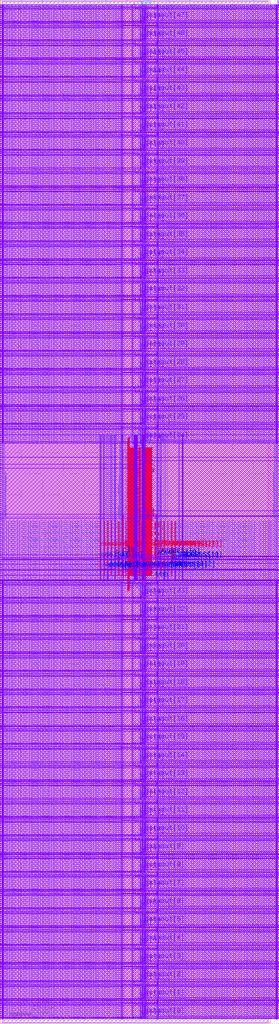
<source format=lef>
VERSION 5.8 ;
BUSBITCHARS "[]" ; 
DIVIDERCHAR "/" ; 


PROPERTYDEFINITIONS 
  MACRO CatenaDesignType STRING ; 
END PROPERTYDEFINITIONS 


MACRO srambank_128x4x48_6t122 
  CLASS BLOCK ; 
  ORIGIN 0 0 ; 
  FOREIGN srambank_128x4x48_6t122 0 0 ; 
  SIZE 64 BY 241.92 ; 
  SYMMETRY X Y ; 
  SITE coreSite ; 
  PIN VDD 
    DIRECTION INOUT ; 
    USE POWER ; 
    PORT 
      LAYER M4 ; 
        RECT 0.376 4.688 65.768 4.88 ; 
        RECT 0.376 9.008 65.768 9.2 ; 
        RECT 0.376 13.328 65.768 13.52 ; 
        RECT 0.376 17.648 65.768 17.84 ; 
        RECT 0.376 21.968 65.768 22.16 ; 
        RECT 0.376 26.288 65.768 26.48 ; 
        RECT 0.376 30.608 65.768 30.8 ; 
        RECT 0.376 34.928 65.768 35.12 ; 
        RECT 0.376 39.248 65.768 39.44 ; 
        RECT 0.376 43.568 65.768 43.76 ; 
        RECT 0.376 47.888 65.768 48.08 ; 
        RECT 0.376 52.208 65.768 52.4 ; 
        RECT 0.376 56.528 65.768 56.72 ; 
        RECT 0.376 60.848 65.768 61.04 ; 
        RECT 0.376 65.168 65.768 65.36 ; 
        RECT 0.376 69.488 65.768 69.68 ; 
        RECT 0.376 73.808 65.768 74 ; 
        RECT 0.376 78.128 65.768 78.32 ; 
        RECT 0.376 82.448 65.768 82.64 ; 
        RECT 0.376 86.768 65.768 86.96 ; 
        RECT 0.376 91.088 65.768 91.28 ; 
        RECT 0.376 95.408 65.768 95.6 ; 
        RECT 0.376 99.728 65.768 99.92 ; 
        RECT 0.376 104.048 65.768 104.24 ; 
        RECT 14.256 105.972 51.84 106.836 ; 
        RECT 36.788 119.988 37.352 120.084 ; 
        RECT 36.264 104.852 37.316 104.948 ; 
        RECT 29.592 118.644 36.504 119.508 ; 
        RECT 29.592 131.316 36.504 132.18 ; 
        RECT 0.376 140.876 65.768 141.068 ; 
        RECT 0.376 145.196 65.768 145.388 ; 
        RECT 0.376 149.516 65.768 149.708 ; 
        RECT 0.376 153.836 65.768 154.028 ; 
        RECT 0.376 158.156 65.768 158.348 ; 
        RECT 0.376 162.476 65.768 162.668 ; 
        RECT 0.376 166.796 65.768 166.988 ; 
        RECT 0.376 171.116 65.768 171.308 ; 
        RECT 0.376 175.436 65.768 175.628 ; 
        RECT 0.376 179.756 65.768 179.948 ; 
        RECT 0.376 184.076 65.768 184.268 ; 
        RECT 0.376 188.396 65.768 188.588 ; 
        RECT 0.376 192.716 65.768 192.908 ; 
        RECT 0.376 197.036 65.768 197.228 ; 
        RECT 0.376 201.356 65.768 201.548 ; 
        RECT 0.376 205.676 65.768 205.868 ; 
        RECT 0.376 209.996 65.768 210.188 ; 
        RECT 0.376 214.316 65.768 214.508 ; 
        RECT 0.376 218.636 65.768 218.828 ; 
        RECT 0.376 222.956 65.768 223.148 ; 
        RECT 0.376 227.276 65.768 227.468 ; 
        RECT 0.376 231.596 65.768 231.788 ; 
        RECT 0.376 235.916 65.768 236.108 ; 
        RECT 0.376 240.236 65.768 240.428 ; 
      LAYER M3 ; 
        RECT 65.576 0.866 65.648 5.506 ; 
        RECT 37.136 0.868 37.208 5.504 ; 
        RECT 31.52 1.028 31.88 5.484 ; 
        RECT 28.928 0.868 29 5.504 ; 
        RECT 0.488 0.866 0.56 5.506 ; 
        RECT 65.576 5.186 65.648 9.826 ; 
        RECT 37.136 5.188 37.208 9.824 ; 
        RECT 31.52 5.348 31.88 9.804 ; 
        RECT 28.928 5.188 29 9.824 ; 
        RECT 0.488 5.186 0.56 9.826 ; 
        RECT 65.576 9.506 65.648 14.146 ; 
        RECT 37.136 9.508 37.208 14.144 ; 
        RECT 31.52 9.668 31.88 14.124 ; 
        RECT 28.928 9.508 29 14.144 ; 
        RECT 0.488 9.506 0.56 14.146 ; 
        RECT 65.576 13.826 65.648 18.466 ; 
        RECT 37.136 13.828 37.208 18.464 ; 
        RECT 31.52 13.988 31.88 18.444 ; 
        RECT 28.928 13.828 29 18.464 ; 
        RECT 0.488 13.826 0.56 18.466 ; 
        RECT 65.576 18.146 65.648 22.786 ; 
        RECT 37.136 18.148 37.208 22.784 ; 
        RECT 31.52 18.308 31.88 22.764 ; 
        RECT 28.928 18.148 29 22.784 ; 
        RECT 0.488 18.146 0.56 22.786 ; 
        RECT 65.576 22.466 65.648 27.106 ; 
        RECT 37.136 22.468 37.208 27.104 ; 
        RECT 31.52 22.628 31.88 27.084 ; 
        RECT 28.928 22.468 29 27.104 ; 
        RECT 0.488 22.466 0.56 27.106 ; 
        RECT 65.576 26.786 65.648 31.426 ; 
        RECT 37.136 26.788 37.208 31.424 ; 
        RECT 31.52 26.948 31.88 31.404 ; 
        RECT 28.928 26.788 29 31.424 ; 
        RECT 0.488 26.786 0.56 31.426 ; 
        RECT 65.576 31.106 65.648 35.746 ; 
        RECT 37.136 31.108 37.208 35.744 ; 
        RECT 31.52 31.268 31.88 35.724 ; 
        RECT 28.928 31.108 29 35.744 ; 
        RECT 0.488 31.106 0.56 35.746 ; 
        RECT 65.576 35.426 65.648 40.066 ; 
        RECT 37.136 35.428 37.208 40.064 ; 
        RECT 31.52 35.588 31.88 40.044 ; 
        RECT 28.928 35.428 29 40.064 ; 
        RECT 0.488 35.426 0.56 40.066 ; 
        RECT 65.576 39.746 65.648 44.386 ; 
        RECT 37.136 39.748 37.208 44.384 ; 
        RECT 31.52 39.908 31.88 44.364 ; 
        RECT 28.928 39.748 29 44.384 ; 
        RECT 0.488 39.746 0.56 44.386 ; 
        RECT 65.576 44.066 65.648 48.706 ; 
        RECT 37.136 44.068 37.208 48.704 ; 
        RECT 31.52 44.228 31.88 48.684 ; 
        RECT 28.928 44.068 29 48.704 ; 
        RECT 0.488 44.066 0.56 48.706 ; 
        RECT 65.576 48.386 65.648 53.026 ; 
        RECT 37.136 48.388 37.208 53.024 ; 
        RECT 31.52 48.548 31.88 53.004 ; 
        RECT 28.928 48.388 29 53.024 ; 
        RECT 0.488 48.386 0.56 53.026 ; 
        RECT 65.576 52.706 65.648 57.346 ; 
        RECT 37.136 52.708 37.208 57.344 ; 
        RECT 31.52 52.868 31.88 57.324 ; 
        RECT 28.928 52.708 29 57.344 ; 
        RECT 0.488 52.706 0.56 57.346 ; 
        RECT 65.576 57.026 65.648 61.666 ; 
        RECT 37.136 57.028 37.208 61.664 ; 
        RECT 31.52 57.188 31.88 61.644 ; 
        RECT 28.928 57.028 29 61.664 ; 
        RECT 0.488 57.026 0.56 61.666 ; 
        RECT 65.576 61.346 65.648 65.986 ; 
        RECT 37.136 61.348 37.208 65.984 ; 
        RECT 31.52 61.508 31.88 65.964 ; 
        RECT 28.928 61.348 29 65.984 ; 
        RECT 0.488 61.346 0.56 65.986 ; 
        RECT 65.576 65.666 65.648 70.306 ; 
        RECT 37.136 65.668 37.208 70.304 ; 
        RECT 31.52 65.828 31.88 70.284 ; 
        RECT 28.928 65.668 29 70.304 ; 
        RECT 0.488 65.666 0.56 70.306 ; 
        RECT 65.576 69.986 65.648 74.626 ; 
        RECT 37.136 69.988 37.208 74.624 ; 
        RECT 31.52 70.148 31.88 74.604 ; 
        RECT 28.928 69.988 29 74.624 ; 
        RECT 0.488 69.986 0.56 74.626 ; 
        RECT 65.576 74.306 65.648 78.946 ; 
        RECT 37.136 74.308 37.208 78.944 ; 
        RECT 31.52 74.468 31.88 78.924 ; 
        RECT 28.928 74.308 29 78.944 ; 
        RECT 0.488 74.306 0.56 78.946 ; 
        RECT 65.576 78.626 65.648 83.266 ; 
        RECT 37.136 78.628 37.208 83.264 ; 
        RECT 31.52 78.788 31.88 83.244 ; 
        RECT 28.928 78.628 29 83.264 ; 
        RECT 0.488 78.626 0.56 83.266 ; 
        RECT 65.576 82.946 65.648 87.586 ; 
        RECT 37.136 82.948 37.208 87.584 ; 
        RECT 31.52 83.108 31.88 87.564 ; 
        RECT 28.928 82.948 29 87.584 ; 
        RECT 0.488 82.946 0.56 87.586 ; 
        RECT 65.576 87.266 65.648 91.906 ; 
        RECT 37.136 87.268 37.208 91.904 ; 
        RECT 31.52 87.428 31.88 91.884 ; 
        RECT 28.928 87.268 29 91.904 ; 
        RECT 0.488 87.266 0.56 91.906 ; 
        RECT 65.576 91.586 65.648 96.226 ; 
        RECT 37.136 91.588 37.208 96.224 ; 
        RECT 31.52 91.748 31.88 96.204 ; 
        RECT 28.928 91.588 29 96.224 ; 
        RECT 0.488 91.586 0.56 96.226 ; 
        RECT 65.576 95.906 65.648 100.546 ; 
        RECT 37.136 95.908 37.208 100.544 ; 
        RECT 31.52 96.068 31.88 100.524 ; 
        RECT 28.928 95.908 29 100.544 ; 
        RECT 0.488 95.906 0.56 100.546 ; 
        RECT 65.576 100.226 65.648 104.866 ; 
        RECT 37.136 100.228 37.208 104.864 ; 
        RECT 31.52 100.388 31.88 104.844 ; 
        RECT 28.928 100.228 29 104.864 ; 
        RECT 0.488 100.226 0.56 104.866 ; 
        RECT 65.556 104.522 65.628 137.35 ; 
        RECT 37.188 119.8 37.26 137.194 ; 
        RECT 37.116 104.654 37.188 105.206 ; 
        RECT 31.644 105.816 32.58 136.148 ; 
        RECT 31.5 135.816 31.86 137.32 ; 
        RECT 31.5 104.68 31.86 106.184 ; 
        RECT 0.468 104.522 0.54 137.35 ; 
        RECT 65.576 137.054 65.648 141.694 ; 
        RECT 37.136 137.056 37.208 141.692 ; 
        RECT 31.52 137.216 31.88 141.672 ; 
        RECT 28.928 137.056 29 141.692 ; 
        RECT 0.488 137.054 0.56 141.694 ; 
        RECT 65.576 141.374 65.648 146.014 ; 
        RECT 37.136 141.376 37.208 146.012 ; 
        RECT 31.52 141.536 31.88 145.992 ; 
        RECT 28.928 141.376 29 146.012 ; 
        RECT 0.488 141.374 0.56 146.014 ; 
        RECT 65.576 145.694 65.648 150.334 ; 
        RECT 37.136 145.696 37.208 150.332 ; 
        RECT 31.52 145.856 31.88 150.312 ; 
        RECT 28.928 145.696 29 150.332 ; 
        RECT 0.488 145.694 0.56 150.334 ; 
        RECT 65.576 150.014 65.648 154.654 ; 
        RECT 37.136 150.016 37.208 154.652 ; 
        RECT 31.52 150.176 31.88 154.632 ; 
        RECT 28.928 150.016 29 154.652 ; 
        RECT 0.488 150.014 0.56 154.654 ; 
        RECT 65.576 154.334 65.648 158.974 ; 
        RECT 37.136 154.336 37.208 158.972 ; 
        RECT 31.52 154.496 31.88 158.952 ; 
        RECT 28.928 154.336 29 158.972 ; 
        RECT 0.488 154.334 0.56 158.974 ; 
        RECT 65.576 158.654 65.648 163.294 ; 
        RECT 37.136 158.656 37.208 163.292 ; 
        RECT 31.52 158.816 31.88 163.272 ; 
        RECT 28.928 158.656 29 163.292 ; 
        RECT 0.488 158.654 0.56 163.294 ; 
        RECT 65.576 162.974 65.648 167.614 ; 
        RECT 37.136 162.976 37.208 167.612 ; 
        RECT 31.52 163.136 31.88 167.592 ; 
        RECT 28.928 162.976 29 167.612 ; 
        RECT 0.488 162.974 0.56 167.614 ; 
        RECT 65.576 167.294 65.648 171.934 ; 
        RECT 37.136 167.296 37.208 171.932 ; 
        RECT 31.52 167.456 31.88 171.912 ; 
        RECT 28.928 167.296 29 171.932 ; 
        RECT 0.488 167.294 0.56 171.934 ; 
        RECT 65.576 171.614 65.648 176.254 ; 
        RECT 37.136 171.616 37.208 176.252 ; 
        RECT 31.52 171.776 31.88 176.232 ; 
        RECT 28.928 171.616 29 176.252 ; 
        RECT 0.488 171.614 0.56 176.254 ; 
        RECT 65.576 175.934 65.648 180.574 ; 
        RECT 37.136 175.936 37.208 180.572 ; 
        RECT 31.52 176.096 31.88 180.552 ; 
        RECT 28.928 175.936 29 180.572 ; 
        RECT 0.488 175.934 0.56 180.574 ; 
        RECT 65.576 180.254 65.648 184.894 ; 
        RECT 37.136 180.256 37.208 184.892 ; 
        RECT 31.52 180.416 31.88 184.872 ; 
        RECT 28.928 180.256 29 184.892 ; 
        RECT 0.488 180.254 0.56 184.894 ; 
        RECT 65.576 184.574 65.648 189.214 ; 
        RECT 37.136 184.576 37.208 189.212 ; 
        RECT 31.52 184.736 31.88 189.192 ; 
        RECT 28.928 184.576 29 189.212 ; 
        RECT 0.488 184.574 0.56 189.214 ; 
        RECT 65.576 188.894 65.648 193.534 ; 
        RECT 37.136 188.896 37.208 193.532 ; 
        RECT 31.52 189.056 31.88 193.512 ; 
        RECT 28.928 188.896 29 193.532 ; 
        RECT 0.488 188.894 0.56 193.534 ; 
        RECT 65.576 193.214 65.648 197.854 ; 
        RECT 37.136 193.216 37.208 197.852 ; 
        RECT 31.52 193.376 31.88 197.832 ; 
        RECT 28.928 193.216 29 197.852 ; 
        RECT 0.488 193.214 0.56 197.854 ; 
        RECT 65.576 197.534 65.648 202.174 ; 
        RECT 37.136 197.536 37.208 202.172 ; 
        RECT 31.52 197.696 31.88 202.152 ; 
        RECT 28.928 197.536 29 202.172 ; 
        RECT 0.488 197.534 0.56 202.174 ; 
        RECT 65.576 201.854 65.648 206.494 ; 
        RECT 37.136 201.856 37.208 206.492 ; 
        RECT 31.52 202.016 31.88 206.472 ; 
        RECT 28.928 201.856 29 206.492 ; 
        RECT 0.488 201.854 0.56 206.494 ; 
        RECT 65.576 206.174 65.648 210.814 ; 
        RECT 37.136 206.176 37.208 210.812 ; 
        RECT 31.52 206.336 31.88 210.792 ; 
        RECT 28.928 206.176 29 210.812 ; 
        RECT 0.488 206.174 0.56 210.814 ; 
        RECT 65.576 210.494 65.648 215.134 ; 
        RECT 37.136 210.496 37.208 215.132 ; 
        RECT 31.52 210.656 31.88 215.112 ; 
        RECT 28.928 210.496 29 215.132 ; 
        RECT 0.488 210.494 0.56 215.134 ; 
        RECT 65.576 214.814 65.648 219.454 ; 
        RECT 37.136 214.816 37.208 219.452 ; 
        RECT 31.52 214.976 31.88 219.432 ; 
        RECT 28.928 214.816 29 219.452 ; 
        RECT 0.488 214.814 0.56 219.454 ; 
        RECT 65.576 219.134 65.648 223.774 ; 
        RECT 37.136 219.136 37.208 223.772 ; 
        RECT 31.52 219.296 31.88 223.752 ; 
        RECT 28.928 219.136 29 223.772 ; 
        RECT 0.488 219.134 0.56 223.774 ; 
        RECT 65.576 223.454 65.648 228.094 ; 
        RECT 37.136 223.456 37.208 228.092 ; 
        RECT 31.52 223.616 31.88 228.072 ; 
        RECT 28.928 223.456 29 228.092 ; 
        RECT 0.488 223.454 0.56 228.094 ; 
        RECT 65.576 227.774 65.648 232.414 ; 
        RECT 37.136 227.776 37.208 232.412 ; 
        RECT 31.52 227.936 31.88 232.392 ; 
        RECT 28.928 227.776 29 232.412 ; 
        RECT 0.488 227.774 0.56 232.414 ; 
        RECT 65.576 232.094 65.648 236.734 ; 
        RECT 37.136 232.096 37.208 236.732 ; 
        RECT 31.52 232.256 31.88 236.712 ; 
        RECT 28.928 232.096 29 236.732 ; 
        RECT 0.488 232.094 0.56 236.734 ; 
        RECT 65.576 236.414 65.648 241.054 ; 
        RECT 37.136 236.416 37.208 241.052 ; 
        RECT 31.52 236.576 31.88 241.032 ; 
        RECT 28.928 236.416 29 241.052 ; 
        RECT 0.488 236.414 0.56 241.054 ; 
      LAYER V3 ; 
        RECT 0.488 4.688 0.56 4.88 ; 
        RECT 28.928 4.688 29 4.88 ; 
        RECT 31.52 4.688 31.88 4.88 ; 
        RECT 37.136 4.688 37.208 4.88 ; 
        RECT 65.576 4.688 65.648 4.88 ; 
        RECT 0.488 9.008 0.56 9.2 ; 
        RECT 28.928 9.008 29 9.2 ; 
        RECT 31.52 9.008 31.88 9.2 ; 
        RECT 37.136 9.008 37.208 9.2 ; 
        RECT 65.576 9.008 65.648 9.2 ; 
        RECT 0.488 13.328 0.56 13.52 ; 
        RECT 28.928 13.328 29 13.52 ; 
        RECT 31.52 13.328 31.88 13.52 ; 
        RECT 37.136 13.328 37.208 13.52 ; 
        RECT 65.576 13.328 65.648 13.52 ; 
        RECT 0.488 17.648 0.56 17.84 ; 
        RECT 28.928 17.648 29 17.84 ; 
        RECT 31.52 17.648 31.88 17.84 ; 
        RECT 37.136 17.648 37.208 17.84 ; 
        RECT 65.576 17.648 65.648 17.84 ; 
        RECT 0.488 21.968 0.56 22.16 ; 
        RECT 28.928 21.968 29 22.16 ; 
        RECT 31.52 21.968 31.88 22.16 ; 
        RECT 37.136 21.968 37.208 22.16 ; 
        RECT 65.576 21.968 65.648 22.16 ; 
        RECT 0.488 26.288 0.56 26.48 ; 
        RECT 28.928 26.288 29 26.48 ; 
        RECT 31.52 26.288 31.88 26.48 ; 
        RECT 37.136 26.288 37.208 26.48 ; 
        RECT 65.576 26.288 65.648 26.48 ; 
        RECT 0.488 30.608 0.56 30.8 ; 
        RECT 28.928 30.608 29 30.8 ; 
        RECT 31.52 30.608 31.88 30.8 ; 
        RECT 37.136 30.608 37.208 30.8 ; 
        RECT 65.576 30.608 65.648 30.8 ; 
        RECT 0.488 34.928 0.56 35.12 ; 
        RECT 28.928 34.928 29 35.12 ; 
        RECT 31.52 34.928 31.88 35.12 ; 
        RECT 37.136 34.928 37.208 35.12 ; 
        RECT 65.576 34.928 65.648 35.12 ; 
        RECT 0.488 39.248 0.56 39.44 ; 
        RECT 28.928 39.248 29 39.44 ; 
        RECT 31.52 39.248 31.88 39.44 ; 
        RECT 37.136 39.248 37.208 39.44 ; 
        RECT 65.576 39.248 65.648 39.44 ; 
        RECT 0.488 43.568 0.56 43.76 ; 
        RECT 28.928 43.568 29 43.76 ; 
        RECT 31.52 43.568 31.88 43.76 ; 
        RECT 37.136 43.568 37.208 43.76 ; 
        RECT 65.576 43.568 65.648 43.76 ; 
        RECT 0.488 47.888 0.56 48.08 ; 
        RECT 28.928 47.888 29 48.08 ; 
        RECT 31.52 47.888 31.88 48.08 ; 
        RECT 37.136 47.888 37.208 48.08 ; 
        RECT 65.576 47.888 65.648 48.08 ; 
        RECT 0.488 52.208 0.56 52.4 ; 
        RECT 28.928 52.208 29 52.4 ; 
        RECT 31.52 52.208 31.88 52.4 ; 
        RECT 37.136 52.208 37.208 52.4 ; 
        RECT 65.576 52.208 65.648 52.4 ; 
        RECT 0.488 56.528 0.56 56.72 ; 
        RECT 28.928 56.528 29 56.72 ; 
        RECT 31.52 56.528 31.88 56.72 ; 
        RECT 37.136 56.528 37.208 56.72 ; 
        RECT 65.576 56.528 65.648 56.72 ; 
        RECT 0.488 60.848 0.56 61.04 ; 
        RECT 28.928 60.848 29 61.04 ; 
        RECT 31.52 60.848 31.88 61.04 ; 
        RECT 37.136 60.848 37.208 61.04 ; 
        RECT 65.576 60.848 65.648 61.04 ; 
        RECT 0.488 65.168 0.56 65.36 ; 
        RECT 28.928 65.168 29 65.36 ; 
        RECT 31.52 65.168 31.88 65.36 ; 
        RECT 37.136 65.168 37.208 65.36 ; 
        RECT 65.576 65.168 65.648 65.36 ; 
        RECT 0.488 69.488 0.56 69.68 ; 
        RECT 28.928 69.488 29 69.68 ; 
        RECT 31.52 69.488 31.88 69.68 ; 
        RECT 37.136 69.488 37.208 69.68 ; 
        RECT 65.576 69.488 65.648 69.68 ; 
        RECT 0.488 73.808 0.56 74 ; 
        RECT 28.928 73.808 29 74 ; 
        RECT 31.52 73.808 31.88 74 ; 
        RECT 37.136 73.808 37.208 74 ; 
        RECT 65.576 73.808 65.648 74 ; 
        RECT 0.488 78.128 0.56 78.32 ; 
        RECT 28.928 78.128 29 78.32 ; 
        RECT 31.52 78.128 31.88 78.32 ; 
        RECT 37.136 78.128 37.208 78.32 ; 
        RECT 65.576 78.128 65.648 78.32 ; 
        RECT 0.488 82.448 0.56 82.64 ; 
        RECT 28.928 82.448 29 82.64 ; 
        RECT 31.52 82.448 31.88 82.64 ; 
        RECT 37.136 82.448 37.208 82.64 ; 
        RECT 65.576 82.448 65.648 82.64 ; 
        RECT 0.488 86.768 0.56 86.96 ; 
        RECT 28.928 86.768 29 86.96 ; 
        RECT 31.52 86.768 31.88 86.96 ; 
        RECT 37.136 86.768 37.208 86.96 ; 
        RECT 65.576 86.768 65.648 86.96 ; 
        RECT 0.488 91.088 0.56 91.28 ; 
        RECT 28.928 91.088 29 91.28 ; 
        RECT 31.52 91.088 31.88 91.28 ; 
        RECT 37.136 91.088 37.208 91.28 ; 
        RECT 65.576 91.088 65.648 91.28 ; 
        RECT 0.488 95.408 0.56 95.6 ; 
        RECT 28.928 95.408 29 95.6 ; 
        RECT 31.52 95.408 31.88 95.6 ; 
        RECT 37.136 95.408 37.208 95.6 ; 
        RECT 65.576 95.408 65.648 95.6 ; 
        RECT 0.488 99.728 0.56 99.92 ; 
        RECT 28.928 99.728 29 99.92 ; 
        RECT 31.52 99.728 31.88 99.92 ; 
        RECT 37.136 99.728 37.208 99.92 ; 
        RECT 65.576 99.728 65.648 99.92 ; 
        RECT 0.488 104.048 0.56 104.24 ; 
        RECT 28.928 104.048 29 104.24 ; 
        RECT 31.52 104.048 31.88 104.24 ; 
        RECT 37.136 104.048 37.208 104.24 ; 
        RECT 65.576 104.048 65.648 104.24 ; 
        RECT 31.66 131.316 31.732 132.18 ; 
        RECT 31.66 118.644 31.732 119.508 ; 
        RECT 31.66 105.972 31.732 106.836 ; 
        RECT 31.868 131.316 31.94 132.18 ; 
        RECT 31.868 118.644 31.94 119.508 ; 
        RECT 31.868 105.972 31.94 106.836 ; 
        RECT 32.076 131.316 32.148 132.18 ; 
        RECT 32.076 118.644 32.148 119.508 ; 
        RECT 32.076 105.972 32.148 106.836 ; 
        RECT 32.284 131.316 32.356 132.18 ; 
        RECT 32.284 118.644 32.356 119.508 ; 
        RECT 32.284 105.972 32.356 106.836 ; 
        RECT 32.492 131.316 32.564 132.18 ; 
        RECT 32.492 118.644 32.564 119.508 ; 
        RECT 32.492 105.972 32.564 106.836 ; 
        RECT 37.116 104.852 37.188 104.948 ; 
        RECT 37.188 119.988 37.26 120.084 ; 
        RECT 0.488 140.876 0.56 141.068 ; 
        RECT 28.928 140.876 29 141.068 ; 
        RECT 31.52 140.876 31.88 141.068 ; 
        RECT 37.136 140.876 37.208 141.068 ; 
        RECT 65.576 140.876 65.648 141.068 ; 
        RECT 0.488 145.196 0.56 145.388 ; 
        RECT 28.928 145.196 29 145.388 ; 
        RECT 31.52 145.196 31.88 145.388 ; 
        RECT 37.136 145.196 37.208 145.388 ; 
        RECT 65.576 145.196 65.648 145.388 ; 
        RECT 0.488 149.516 0.56 149.708 ; 
        RECT 28.928 149.516 29 149.708 ; 
        RECT 31.52 149.516 31.88 149.708 ; 
        RECT 37.136 149.516 37.208 149.708 ; 
        RECT 65.576 149.516 65.648 149.708 ; 
        RECT 0.488 153.836 0.56 154.028 ; 
        RECT 28.928 153.836 29 154.028 ; 
        RECT 31.52 153.836 31.88 154.028 ; 
        RECT 37.136 153.836 37.208 154.028 ; 
        RECT 65.576 153.836 65.648 154.028 ; 
        RECT 0.488 158.156 0.56 158.348 ; 
        RECT 28.928 158.156 29 158.348 ; 
        RECT 31.52 158.156 31.88 158.348 ; 
        RECT 37.136 158.156 37.208 158.348 ; 
        RECT 65.576 158.156 65.648 158.348 ; 
        RECT 0.488 162.476 0.56 162.668 ; 
        RECT 28.928 162.476 29 162.668 ; 
        RECT 31.52 162.476 31.88 162.668 ; 
        RECT 37.136 162.476 37.208 162.668 ; 
        RECT 65.576 162.476 65.648 162.668 ; 
        RECT 0.488 166.796 0.56 166.988 ; 
        RECT 28.928 166.796 29 166.988 ; 
        RECT 31.52 166.796 31.88 166.988 ; 
        RECT 37.136 166.796 37.208 166.988 ; 
        RECT 65.576 166.796 65.648 166.988 ; 
        RECT 0.488 171.116 0.56 171.308 ; 
        RECT 28.928 171.116 29 171.308 ; 
        RECT 31.52 171.116 31.88 171.308 ; 
        RECT 37.136 171.116 37.208 171.308 ; 
        RECT 65.576 171.116 65.648 171.308 ; 
        RECT 0.488 175.436 0.56 175.628 ; 
        RECT 28.928 175.436 29 175.628 ; 
        RECT 31.52 175.436 31.88 175.628 ; 
        RECT 37.136 175.436 37.208 175.628 ; 
        RECT 65.576 175.436 65.648 175.628 ; 
        RECT 0.488 179.756 0.56 179.948 ; 
        RECT 28.928 179.756 29 179.948 ; 
        RECT 31.52 179.756 31.88 179.948 ; 
        RECT 37.136 179.756 37.208 179.948 ; 
        RECT 65.576 179.756 65.648 179.948 ; 
        RECT 0.488 184.076 0.56 184.268 ; 
        RECT 28.928 184.076 29 184.268 ; 
        RECT 31.52 184.076 31.88 184.268 ; 
        RECT 37.136 184.076 37.208 184.268 ; 
        RECT 65.576 184.076 65.648 184.268 ; 
        RECT 0.488 188.396 0.56 188.588 ; 
        RECT 28.928 188.396 29 188.588 ; 
        RECT 31.52 188.396 31.88 188.588 ; 
        RECT 37.136 188.396 37.208 188.588 ; 
        RECT 65.576 188.396 65.648 188.588 ; 
        RECT 0.488 192.716 0.56 192.908 ; 
        RECT 28.928 192.716 29 192.908 ; 
        RECT 31.52 192.716 31.88 192.908 ; 
        RECT 37.136 192.716 37.208 192.908 ; 
        RECT 65.576 192.716 65.648 192.908 ; 
        RECT 0.488 197.036 0.56 197.228 ; 
        RECT 28.928 197.036 29 197.228 ; 
        RECT 31.52 197.036 31.88 197.228 ; 
        RECT 37.136 197.036 37.208 197.228 ; 
        RECT 65.576 197.036 65.648 197.228 ; 
        RECT 0.488 201.356 0.56 201.548 ; 
        RECT 28.928 201.356 29 201.548 ; 
        RECT 31.52 201.356 31.88 201.548 ; 
        RECT 37.136 201.356 37.208 201.548 ; 
        RECT 65.576 201.356 65.648 201.548 ; 
        RECT 0.488 205.676 0.56 205.868 ; 
        RECT 28.928 205.676 29 205.868 ; 
        RECT 31.52 205.676 31.88 205.868 ; 
        RECT 37.136 205.676 37.208 205.868 ; 
        RECT 65.576 205.676 65.648 205.868 ; 
        RECT 0.488 209.996 0.56 210.188 ; 
        RECT 28.928 209.996 29 210.188 ; 
        RECT 31.52 209.996 31.88 210.188 ; 
        RECT 37.136 209.996 37.208 210.188 ; 
        RECT 65.576 209.996 65.648 210.188 ; 
        RECT 0.488 214.316 0.56 214.508 ; 
        RECT 28.928 214.316 29 214.508 ; 
        RECT 31.52 214.316 31.88 214.508 ; 
        RECT 37.136 214.316 37.208 214.508 ; 
        RECT 65.576 214.316 65.648 214.508 ; 
        RECT 0.488 218.636 0.56 218.828 ; 
        RECT 28.928 218.636 29 218.828 ; 
        RECT 31.52 218.636 31.88 218.828 ; 
        RECT 37.136 218.636 37.208 218.828 ; 
        RECT 65.576 218.636 65.648 218.828 ; 
        RECT 0.488 222.956 0.56 223.148 ; 
        RECT 28.928 222.956 29 223.148 ; 
        RECT 31.52 222.956 31.88 223.148 ; 
        RECT 37.136 222.956 37.208 223.148 ; 
        RECT 65.576 222.956 65.648 223.148 ; 
        RECT 0.488 227.276 0.56 227.468 ; 
        RECT 28.928 227.276 29 227.468 ; 
        RECT 31.52 227.276 31.88 227.468 ; 
        RECT 37.136 227.276 37.208 227.468 ; 
        RECT 65.576 227.276 65.648 227.468 ; 
        RECT 0.488 231.596 0.56 231.788 ; 
        RECT 28.928 231.596 29 231.788 ; 
        RECT 31.52 231.596 31.88 231.788 ; 
        RECT 37.136 231.596 37.208 231.788 ; 
        RECT 65.576 231.596 65.648 231.788 ; 
        RECT 0.488 235.916 0.56 236.108 ; 
        RECT 28.928 235.916 29 236.108 ; 
        RECT 31.52 235.916 31.88 236.108 ; 
        RECT 37.136 235.916 37.208 236.108 ; 
        RECT 65.576 235.916 65.648 236.108 ; 
        RECT 0.488 240.236 0.56 240.428 ; 
        RECT 28.928 240.236 29 240.428 ; 
        RECT 31.52 240.236 31.88 240.428 ; 
        RECT 37.136 240.236 37.208 240.428 ; 
        RECT 65.576 240.236 65.648 240.428 ; 
      LAYER M5 ; 
        RECT 36.864 104.78 36.96 120.156 ; 
      LAYER V4 ; 
        RECT 36.864 119.988 36.96 120.084 ; 
        RECT 36.864 105.972 36.96 106.836 ; 
        RECT 36.864 104.852 36.96 104.948 ; 
    END 
  END VDD 
  PIN VSS 
    DIRECTION INOUT ; 
    USE POWER ; 
    PORT 
      LAYER M4 ; 
        RECT 0.376 4.304 65.748 4.496 ; 
        RECT 0.376 8.624 65.748 8.816 ; 
        RECT 0.376 12.944 65.748 13.136 ; 
        RECT 0.376 17.264 65.748 17.456 ; 
        RECT 0.376 21.584 65.748 21.776 ; 
        RECT 0.376 25.904 65.748 26.096 ; 
        RECT 0.376 30.224 65.748 30.416 ; 
        RECT 0.376 34.544 65.748 34.736 ; 
        RECT 0.376 38.864 65.748 39.056 ; 
        RECT 0.376 43.184 65.748 43.376 ; 
        RECT 0.376 47.504 65.748 47.696 ; 
        RECT 0.376 51.824 65.748 52.016 ; 
        RECT 0.376 56.144 65.748 56.336 ; 
        RECT 0.376 60.464 65.748 60.656 ; 
        RECT 0.376 64.784 65.748 64.976 ; 
        RECT 0.376 69.104 65.748 69.296 ; 
        RECT 0.376 73.424 65.748 73.616 ; 
        RECT 0.376 77.744 65.748 77.936 ; 
        RECT 0.376 82.064 65.748 82.256 ; 
        RECT 0.376 86.384 65.748 86.576 ; 
        RECT 0.376 90.704 65.748 90.896 ; 
        RECT 0.376 95.024 65.748 95.216 ; 
        RECT 0.376 99.344 65.748 99.536 ; 
        RECT 0.376 103.664 65.748 103.856 ; 
        RECT 14.256 107.7 51.84 108.564 ; 
        RECT 29.592 120.372 36.504 121.236 ; 
        RECT 29.592 133.044 36.504 133.908 ; 
        RECT 0.376 140.492 65.748 140.684 ; 
        RECT 0.376 144.812 65.748 145.004 ; 
        RECT 0.376 149.132 65.748 149.324 ; 
        RECT 0.376 153.452 65.748 153.644 ; 
        RECT 0.376 157.772 65.748 157.964 ; 
        RECT 0.376 162.092 65.748 162.284 ; 
        RECT 0.376 166.412 65.748 166.604 ; 
        RECT 0.376 170.732 65.748 170.924 ; 
        RECT 0.376 175.052 65.748 175.244 ; 
        RECT 0.376 179.372 65.748 179.564 ; 
        RECT 0.376 183.692 65.748 183.884 ; 
        RECT 0.376 188.012 65.748 188.204 ; 
        RECT 0.376 192.332 65.748 192.524 ; 
        RECT 0.376 196.652 65.748 196.844 ; 
        RECT 0.376 200.972 65.748 201.164 ; 
        RECT 0.376 205.292 65.748 205.484 ; 
        RECT 0.376 209.612 65.748 209.804 ; 
        RECT 0.376 213.932 65.748 214.124 ; 
        RECT 0.376 218.252 65.748 218.444 ; 
        RECT 0.376 222.572 65.748 222.764 ; 
        RECT 0.376 226.892 65.748 227.084 ; 
        RECT 0.376 231.212 65.748 231.404 ; 
        RECT 0.376 235.532 65.748 235.724 ; 
        RECT 0.376 239.852 65.748 240.044 ; 
      LAYER M3 ; 
        RECT 65.432 0.866 65.504 5.506 ; 
        RECT 37.352 0.866 37.424 5.506 ; 
        RECT 34.292 1.012 34.436 5.468 ; 
        RECT 33.68 1.012 33.788 5.468 ; 
        RECT 28.712 0.866 28.784 5.506 ; 
        RECT 0.632 0.866 0.704 5.506 ; 
        RECT 65.432 5.186 65.504 9.826 ; 
        RECT 37.352 5.186 37.424 9.826 ; 
        RECT 34.292 5.332 34.436 9.788 ; 
        RECT 33.68 5.332 33.788 9.788 ; 
        RECT 28.712 5.186 28.784 9.826 ; 
        RECT 0.632 5.186 0.704 9.826 ; 
        RECT 65.432 9.506 65.504 14.146 ; 
        RECT 37.352 9.506 37.424 14.146 ; 
        RECT 34.292 9.652 34.436 14.108 ; 
        RECT 33.68 9.652 33.788 14.108 ; 
        RECT 28.712 9.506 28.784 14.146 ; 
        RECT 0.632 9.506 0.704 14.146 ; 
        RECT 65.432 13.826 65.504 18.466 ; 
        RECT 37.352 13.826 37.424 18.466 ; 
        RECT 34.292 13.972 34.436 18.428 ; 
        RECT 33.68 13.972 33.788 18.428 ; 
        RECT 28.712 13.826 28.784 18.466 ; 
        RECT 0.632 13.826 0.704 18.466 ; 
        RECT 65.432 18.146 65.504 22.786 ; 
        RECT 37.352 18.146 37.424 22.786 ; 
        RECT 34.292 18.292 34.436 22.748 ; 
        RECT 33.68 18.292 33.788 22.748 ; 
        RECT 28.712 18.146 28.784 22.786 ; 
        RECT 0.632 18.146 0.704 22.786 ; 
        RECT 65.432 22.466 65.504 27.106 ; 
        RECT 37.352 22.466 37.424 27.106 ; 
        RECT 34.292 22.612 34.436 27.068 ; 
        RECT 33.68 22.612 33.788 27.068 ; 
        RECT 28.712 22.466 28.784 27.106 ; 
        RECT 0.632 22.466 0.704 27.106 ; 
        RECT 65.432 26.786 65.504 31.426 ; 
        RECT 37.352 26.786 37.424 31.426 ; 
        RECT 34.292 26.932 34.436 31.388 ; 
        RECT 33.68 26.932 33.788 31.388 ; 
        RECT 28.712 26.786 28.784 31.426 ; 
        RECT 0.632 26.786 0.704 31.426 ; 
        RECT 65.432 31.106 65.504 35.746 ; 
        RECT 37.352 31.106 37.424 35.746 ; 
        RECT 34.292 31.252 34.436 35.708 ; 
        RECT 33.68 31.252 33.788 35.708 ; 
        RECT 28.712 31.106 28.784 35.746 ; 
        RECT 0.632 31.106 0.704 35.746 ; 
        RECT 65.432 35.426 65.504 40.066 ; 
        RECT 37.352 35.426 37.424 40.066 ; 
        RECT 34.292 35.572 34.436 40.028 ; 
        RECT 33.68 35.572 33.788 40.028 ; 
        RECT 28.712 35.426 28.784 40.066 ; 
        RECT 0.632 35.426 0.704 40.066 ; 
        RECT 65.432 39.746 65.504 44.386 ; 
        RECT 37.352 39.746 37.424 44.386 ; 
        RECT 34.292 39.892 34.436 44.348 ; 
        RECT 33.68 39.892 33.788 44.348 ; 
        RECT 28.712 39.746 28.784 44.386 ; 
        RECT 0.632 39.746 0.704 44.386 ; 
        RECT 65.432 44.066 65.504 48.706 ; 
        RECT 37.352 44.066 37.424 48.706 ; 
        RECT 34.292 44.212 34.436 48.668 ; 
        RECT 33.68 44.212 33.788 48.668 ; 
        RECT 28.712 44.066 28.784 48.706 ; 
        RECT 0.632 44.066 0.704 48.706 ; 
        RECT 65.432 48.386 65.504 53.026 ; 
        RECT 37.352 48.386 37.424 53.026 ; 
        RECT 34.292 48.532 34.436 52.988 ; 
        RECT 33.68 48.532 33.788 52.988 ; 
        RECT 28.712 48.386 28.784 53.026 ; 
        RECT 0.632 48.386 0.704 53.026 ; 
        RECT 65.432 52.706 65.504 57.346 ; 
        RECT 37.352 52.706 37.424 57.346 ; 
        RECT 34.292 52.852 34.436 57.308 ; 
        RECT 33.68 52.852 33.788 57.308 ; 
        RECT 28.712 52.706 28.784 57.346 ; 
        RECT 0.632 52.706 0.704 57.346 ; 
        RECT 65.432 57.026 65.504 61.666 ; 
        RECT 37.352 57.026 37.424 61.666 ; 
        RECT 34.292 57.172 34.436 61.628 ; 
        RECT 33.68 57.172 33.788 61.628 ; 
        RECT 28.712 57.026 28.784 61.666 ; 
        RECT 0.632 57.026 0.704 61.666 ; 
        RECT 65.432 61.346 65.504 65.986 ; 
        RECT 37.352 61.346 37.424 65.986 ; 
        RECT 34.292 61.492 34.436 65.948 ; 
        RECT 33.68 61.492 33.788 65.948 ; 
        RECT 28.712 61.346 28.784 65.986 ; 
        RECT 0.632 61.346 0.704 65.986 ; 
        RECT 65.432 65.666 65.504 70.306 ; 
        RECT 37.352 65.666 37.424 70.306 ; 
        RECT 34.292 65.812 34.436 70.268 ; 
        RECT 33.68 65.812 33.788 70.268 ; 
        RECT 28.712 65.666 28.784 70.306 ; 
        RECT 0.632 65.666 0.704 70.306 ; 
        RECT 65.432 69.986 65.504 74.626 ; 
        RECT 37.352 69.986 37.424 74.626 ; 
        RECT 34.292 70.132 34.436 74.588 ; 
        RECT 33.68 70.132 33.788 74.588 ; 
        RECT 28.712 69.986 28.784 74.626 ; 
        RECT 0.632 69.986 0.704 74.626 ; 
        RECT 65.432 74.306 65.504 78.946 ; 
        RECT 37.352 74.306 37.424 78.946 ; 
        RECT 34.292 74.452 34.436 78.908 ; 
        RECT 33.68 74.452 33.788 78.908 ; 
        RECT 28.712 74.306 28.784 78.946 ; 
        RECT 0.632 74.306 0.704 78.946 ; 
        RECT 65.432 78.626 65.504 83.266 ; 
        RECT 37.352 78.626 37.424 83.266 ; 
        RECT 34.292 78.772 34.436 83.228 ; 
        RECT 33.68 78.772 33.788 83.228 ; 
        RECT 28.712 78.626 28.784 83.266 ; 
        RECT 0.632 78.626 0.704 83.266 ; 
        RECT 65.432 82.946 65.504 87.586 ; 
        RECT 37.352 82.946 37.424 87.586 ; 
        RECT 34.292 83.092 34.436 87.548 ; 
        RECT 33.68 83.092 33.788 87.548 ; 
        RECT 28.712 82.946 28.784 87.586 ; 
        RECT 0.632 82.946 0.704 87.586 ; 
        RECT 65.432 87.266 65.504 91.906 ; 
        RECT 37.352 87.266 37.424 91.906 ; 
        RECT 34.292 87.412 34.436 91.868 ; 
        RECT 33.68 87.412 33.788 91.868 ; 
        RECT 28.712 87.266 28.784 91.906 ; 
        RECT 0.632 87.266 0.704 91.906 ; 
        RECT 65.432 91.586 65.504 96.226 ; 
        RECT 37.352 91.586 37.424 96.226 ; 
        RECT 34.292 91.732 34.436 96.188 ; 
        RECT 33.68 91.732 33.788 96.188 ; 
        RECT 28.712 91.586 28.784 96.226 ; 
        RECT 0.632 91.586 0.704 96.226 ; 
        RECT 65.432 95.906 65.504 100.546 ; 
        RECT 37.352 95.906 37.424 100.546 ; 
        RECT 34.292 96.052 34.436 100.508 ; 
        RECT 33.68 96.052 33.788 100.508 ; 
        RECT 28.712 95.906 28.784 100.546 ; 
        RECT 0.632 95.906 0.704 100.546 ; 
        RECT 65.432 100.226 65.504 104.866 ; 
        RECT 37.352 100.226 37.424 104.866 ; 
        RECT 34.292 100.372 34.436 104.828 ; 
        RECT 33.68 100.372 33.788 104.828 ; 
        RECT 28.712 100.226 28.784 104.866 ; 
        RECT 0.632 100.226 0.704 104.866 ; 
        RECT 65.412 104.522 65.484 137.35 ; 
        RECT 37.332 104.522 37.404 137.35 ; 
        RECT 33.516 105.416 34.452 136.148 ; 
        RECT 34.272 104.698 34.416 137.176 ; 
        RECT 33.66 104.696 33.768 137.176 ; 
        RECT 28.692 104.522 28.764 137.35 ; 
        RECT 0.612 104.522 0.684 137.35 ; 
        RECT 65.432 137.054 65.504 141.694 ; 
        RECT 37.352 137.054 37.424 141.694 ; 
        RECT 34.292 137.2 34.436 141.656 ; 
        RECT 33.68 137.2 33.788 141.656 ; 
        RECT 28.712 137.054 28.784 141.694 ; 
        RECT 0.632 137.054 0.704 141.694 ; 
        RECT 65.432 141.374 65.504 146.014 ; 
        RECT 37.352 141.374 37.424 146.014 ; 
        RECT 34.292 141.52 34.436 145.976 ; 
        RECT 33.68 141.52 33.788 145.976 ; 
        RECT 28.712 141.374 28.784 146.014 ; 
        RECT 0.632 141.374 0.704 146.014 ; 
        RECT 65.432 145.694 65.504 150.334 ; 
        RECT 37.352 145.694 37.424 150.334 ; 
        RECT 34.292 145.84 34.436 150.296 ; 
        RECT 33.68 145.84 33.788 150.296 ; 
        RECT 28.712 145.694 28.784 150.334 ; 
        RECT 0.632 145.694 0.704 150.334 ; 
        RECT 65.432 150.014 65.504 154.654 ; 
        RECT 37.352 150.014 37.424 154.654 ; 
        RECT 34.292 150.16 34.436 154.616 ; 
        RECT 33.68 150.16 33.788 154.616 ; 
        RECT 28.712 150.014 28.784 154.654 ; 
        RECT 0.632 150.014 0.704 154.654 ; 
        RECT 65.432 154.334 65.504 158.974 ; 
        RECT 37.352 154.334 37.424 158.974 ; 
        RECT 34.292 154.48 34.436 158.936 ; 
        RECT 33.68 154.48 33.788 158.936 ; 
        RECT 28.712 154.334 28.784 158.974 ; 
        RECT 0.632 154.334 0.704 158.974 ; 
        RECT 65.432 158.654 65.504 163.294 ; 
        RECT 37.352 158.654 37.424 163.294 ; 
        RECT 34.292 158.8 34.436 163.256 ; 
        RECT 33.68 158.8 33.788 163.256 ; 
        RECT 28.712 158.654 28.784 163.294 ; 
        RECT 0.632 158.654 0.704 163.294 ; 
        RECT 65.432 162.974 65.504 167.614 ; 
        RECT 37.352 162.974 37.424 167.614 ; 
        RECT 34.292 163.12 34.436 167.576 ; 
        RECT 33.68 163.12 33.788 167.576 ; 
        RECT 28.712 162.974 28.784 167.614 ; 
        RECT 0.632 162.974 0.704 167.614 ; 
        RECT 65.432 167.294 65.504 171.934 ; 
        RECT 37.352 167.294 37.424 171.934 ; 
        RECT 34.292 167.44 34.436 171.896 ; 
        RECT 33.68 167.44 33.788 171.896 ; 
        RECT 28.712 167.294 28.784 171.934 ; 
        RECT 0.632 167.294 0.704 171.934 ; 
        RECT 65.432 171.614 65.504 176.254 ; 
        RECT 37.352 171.614 37.424 176.254 ; 
        RECT 34.292 171.76 34.436 176.216 ; 
        RECT 33.68 171.76 33.788 176.216 ; 
        RECT 28.712 171.614 28.784 176.254 ; 
        RECT 0.632 171.614 0.704 176.254 ; 
        RECT 65.432 175.934 65.504 180.574 ; 
        RECT 37.352 175.934 37.424 180.574 ; 
        RECT 34.292 176.08 34.436 180.536 ; 
        RECT 33.68 176.08 33.788 180.536 ; 
        RECT 28.712 175.934 28.784 180.574 ; 
        RECT 0.632 175.934 0.704 180.574 ; 
        RECT 65.432 180.254 65.504 184.894 ; 
        RECT 37.352 180.254 37.424 184.894 ; 
        RECT 34.292 180.4 34.436 184.856 ; 
        RECT 33.68 180.4 33.788 184.856 ; 
        RECT 28.712 180.254 28.784 184.894 ; 
        RECT 0.632 180.254 0.704 184.894 ; 
        RECT 65.432 184.574 65.504 189.214 ; 
        RECT 37.352 184.574 37.424 189.214 ; 
        RECT 34.292 184.72 34.436 189.176 ; 
        RECT 33.68 184.72 33.788 189.176 ; 
        RECT 28.712 184.574 28.784 189.214 ; 
        RECT 0.632 184.574 0.704 189.214 ; 
        RECT 65.432 188.894 65.504 193.534 ; 
        RECT 37.352 188.894 37.424 193.534 ; 
        RECT 34.292 189.04 34.436 193.496 ; 
        RECT 33.68 189.04 33.788 193.496 ; 
        RECT 28.712 188.894 28.784 193.534 ; 
        RECT 0.632 188.894 0.704 193.534 ; 
        RECT 65.432 193.214 65.504 197.854 ; 
        RECT 37.352 193.214 37.424 197.854 ; 
        RECT 34.292 193.36 34.436 197.816 ; 
        RECT 33.68 193.36 33.788 197.816 ; 
        RECT 28.712 193.214 28.784 197.854 ; 
        RECT 0.632 193.214 0.704 197.854 ; 
        RECT 65.432 197.534 65.504 202.174 ; 
        RECT 37.352 197.534 37.424 202.174 ; 
        RECT 34.292 197.68 34.436 202.136 ; 
        RECT 33.68 197.68 33.788 202.136 ; 
        RECT 28.712 197.534 28.784 202.174 ; 
        RECT 0.632 197.534 0.704 202.174 ; 
        RECT 65.432 201.854 65.504 206.494 ; 
        RECT 37.352 201.854 37.424 206.494 ; 
        RECT 34.292 202 34.436 206.456 ; 
        RECT 33.68 202 33.788 206.456 ; 
        RECT 28.712 201.854 28.784 206.494 ; 
        RECT 0.632 201.854 0.704 206.494 ; 
        RECT 65.432 206.174 65.504 210.814 ; 
        RECT 37.352 206.174 37.424 210.814 ; 
        RECT 34.292 206.32 34.436 210.776 ; 
        RECT 33.68 206.32 33.788 210.776 ; 
        RECT 28.712 206.174 28.784 210.814 ; 
        RECT 0.632 206.174 0.704 210.814 ; 
        RECT 65.432 210.494 65.504 215.134 ; 
        RECT 37.352 210.494 37.424 215.134 ; 
        RECT 34.292 210.64 34.436 215.096 ; 
        RECT 33.68 210.64 33.788 215.096 ; 
        RECT 28.712 210.494 28.784 215.134 ; 
        RECT 0.632 210.494 0.704 215.134 ; 
        RECT 65.432 214.814 65.504 219.454 ; 
        RECT 37.352 214.814 37.424 219.454 ; 
        RECT 34.292 214.96 34.436 219.416 ; 
        RECT 33.68 214.96 33.788 219.416 ; 
        RECT 28.712 214.814 28.784 219.454 ; 
        RECT 0.632 214.814 0.704 219.454 ; 
        RECT 65.432 219.134 65.504 223.774 ; 
        RECT 37.352 219.134 37.424 223.774 ; 
        RECT 34.292 219.28 34.436 223.736 ; 
        RECT 33.68 219.28 33.788 223.736 ; 
        RECT 28.712 219.134 28.784 223.774 ; 
        RECT 0.632 219.134 0.704 223.774 ; 
        RECT 65.432 223.454 65.504 228.094 ; 
        RECT 37.352 223.454 37.424 228.094 ; 
        RECT 34.292 223.6 34.436 228.056 ; 
        RECT 33.68 223.6 33.788 228.056 ; 
        RECT 28.712 223.454 28.784 228.094 ; 
        RECT 0.632 223.454 0.704 228.094 ; 
        RECT 65.432 227.774 65.504 232.414 ; 
        RECT 37.352 227.774 37.424 232.414 ; 
        RECT 34.292 227.92 34.436 232.376 ; 
        RECT 33.68 227.92 33.788 232.376 ; 
        RECT 28.712 227.774 28.784 232.414 ; 
        RECT 0.632 227.774 0.704 232.414 ; 
        RECT 65.432 232.094 65.504 236.734 ; 
        RECT 37.352 232.094 37.424 236.734 ; 
        RECT 34.292 232.24 34.436 236.696 ; 
        RECT 33.68 232.24 33.788 236.696 ; 
        RECT 28.712 232.094 28.784 236.734 ; 
        RECT 0.632 232.094 0.704 236.734 ; 
        RECT 65.432 236.414 65.504 241.054 ; 
        RECT 37.352 236.414 37.424 241.054 ; 
        RECT 34.292 236.56 34.436 241.016 ; 
        RECT 33.68 236.56 33.788 241.016 ; 
        RECT 28.712 236.414 28.784 241.054 ; 
        RECT 0.632 236.414 0.704 241.054 ; 
      LAYER V3 ; 
        RECT 0.632 4.304 0.704 4.496 ; 
        RECT 28.712 4.304 28.784 4.496 ; 
        RECT 33.68 4.304 33.788 4.496 ; 
        RECT 34.292 4.304 34.436 4.496 ; 
        RECT 37.352 4.304 37.424 4.496 ; 
        RECT 65.432 4.304 65.504 4.496 ; 
        RECT 0.632 8.624 0.704 8.816 ; 
        RECT 28.712 8.624 28.784 8.816 ; 
        RECT 33.68 8.624 33.788 8.816 ; 
        RECT 34.292 8.624 34.436 8.816 ; 
        RECT 37.352 8.624 37.424 8.816 ; 
        RECT 65.432 8.624 65.504 8.816 ; 
        RECT 0.632 12.944 0.704 13.136 ; 
        RECT 28.712 12.944 28.784 13.136 ; 
        RECT 33.68 12.944 33.788 13.136 ; 
        RECT 34.292 12.944 34.436 13.136 ; 
        RECT 37.352 12.944 37.424 13.136 ; 
        RECT 65.432 12.944 65.504 13.136 ; 
        RECT 0.632 17.264 0.704 17.456 ; 
        RECT 28.712 17.264 28.784 17.456 ; 
        RECT 33.68 17.264 33.788 17.456 ; 
        RECT 34.292 17.264 34.436 17.456 ; 
        RECT 37.352 17.264 37.424 17.456 ; 
        RECT 65.432 17.264 65.504 17.456 ; 
        RECT 0.632 21.584 0.704 21.776 ; 
        RECT 28.712 21.584 28.784 21.776 ; 
        RECT 33.68 21.584 33.788 21.776 ; 
        RECT 34.292 21.584 34.436 21.776 ; 
        RECT 37.352 21.584 37.424 21.776 ; 
        RECT 65.432 21.584 65.504 21.776 ; 
        RECT 0.632 25.904 0.704 26.096 ; 
        RECT 28.712 25.904 28.784 26.096 ; 
        RECT 33.68 25.904 33.788 26.096 ; 
        RECT 34.292 25.904 34.436 26.096 ; 
        RECT 37.352 25.904 37.424 26.096 ; 
        RECT 65.432 25.904 65.504 26.096 ; 
        RECT 0.632 30.224 0.704 30.416 ; 
        RECT 28.712 30.224 28.784 30.416 ; 
        RECT 33.68 30.224 33.788 30.416 ; 
        RECT 34.292 30.224 34.436 30.416 ; 
        RECT 37.352 30.224 37.424 30.416 ; 
        RECT 65.432 30.224 65.504 30.416 ; 
        RECT 0.632 34.544 0.704 34.736 ; 
        RECT 28.712 34.544 28.784 34.736 ; 
        RECT 33.68 34.544 33.788 34.736 ; 
        RECT 34.292 34.544 34.436 34.736 ; 
        RECT 37.352 34.544 37.424 34.736 ; 
        RECT 65.432 34.544 65.504 34.736 ; 
        RECT 0.632 38.864 0.704 39.056 ; 
        RECT 28.712 38.864 28.784 39.056 ; 
        RECT 33.68 38.864 33.788 39.056 ; 
        RECT 34.292 38.864 34.436 39.056 ; 
        RECT 37.352 38.864 37.424 39.056 ; 
        RECT 65.432 38.864 65.504 39.056 ; 
        RECT 0.632 43.184 0.704 43.376 ; 
        RECT 28.712 43.184 28.784 43.376 ; 
        RECT 33.68 43.184 33.788 43.376 ; 
        RECT 34.292 43.184 34.436 43.376 ; 
        RECT 37.352 43.184 37.424 43.376 ; 
        RECT 65.432 43.184 65.504 43.376 ; 
        RECT 0.632 47.504 0.704 47.696 ; 
        RECT 28.712 47.504 28.784 47.696 ; 
        RECT 33.68 47.504 33.788 47.696 ; 
        RECT 34.292 47.504 34.436 47.696 ; 
        RECT 37.352 47.504 37.424 47.696 ; 
        RECT 65.432 47.504 65.504 47.696 ; 
        RECT 0.632 51.824 0.704 52.016 ; 
        RECT 28.712 51.824 28.784 52.016 ; 
        RECT 33.68 51.824 33.788 52.016 ; 
        RECT 34.292 51.824 34.436 52.016 ; 
        RECT 37.352 51.824 37.424 52.016 ; 
        RECT 65.432 51.824 65.504 52.016 ; 
        RECT 0.632 56.144 0.704 56.336 ; 
        RECT 28.712 56.144 28.784 56.336 ; 
        RECT 33.68 56.144 33.788 56.336 ; 
        RECT 34.292 56.144 34.436 56.336 ; 
        RECT 37.352 56.144 37.424 56.336 ; 
        RECT 65.432 56.144 65.504 56.336 ; 
        RECT 0.632 60.464 0.704 60.656 ; 
        RECT 28.712 60.464 28.784 60.656 ; 
        RECT 33.68 60.464 33.788 60.656 ; 
        RECT 34.292 60.464 34.436 60.656 ; 
        RECT 37.352 60.464 37.424 60.656 ; 
        RECT 65.432 60.464 65.504 60.656 ; 
        RECT 0.632 64.784 0.704 64.976 ; 
        RECT 28.712 64.784 28.784 64.976 ; 
        RECT 33.68 64.784 33.788 64.976 ; 
        RECT 34.292 64.784 34.436 64.976 ; 
        RECT 37.352 64.784 37.424 64.976 ; 
        RECT 65.432 64.784 65.504 64.976 ; 
        RECT 0.632 69.104 0.704 69.296 ; 
        RECT 28.712 69.104 28.784 69.296 ; 
        RECT 33.68 69.104 33.788 69.296 ; 
        RECT 34.292 69.104 34.436 69.296 ; 
        RECT 37.352 69.104 37.424 69.296 ; 
        RECT 65.432 69.104 65.504 69.296 ; 
        RECT 0.632 73.424 0.704 73.616 ; 
        RECT 28.712 73.424 28.784 73.616 ; 
        RECT 33.68 73.424 33.788 73.616 ; 
        RECT 34.292 73.424 34.436 73.616 ; 
        RECT 37.352 73.424 37.424 73.616 ; 
        RECT 65.432 73.424 65.504 73.616 ; 
        RECT 0.632 77.744 0.704 77.936 ; 
        RECT 28.712 77.744 28.784 77.936 ; 
        RECT 33.68 77.744 33.788 77.936 ; 
        RECT 34.292 77.744 34.436 77.936 ; 
        RECT 37.352 77.744 37.424 77.936 ; 
        RECT 65.432 77.744 65.504 77.936 ; 
        RECT 0.632 82.064 0.704 82.256 ; 
        RECT 28.712 82.064 28.784 82.256 ; 
        RECT 33.68 82.064 33.788 82.256 ; 
        RECT 34.292 82.064 34.436 82.256 ; 
        RECT 37.352 82.064 37.424 82.256 ; 
        RECT 65.432 82.064 65.504 82.256 ; 
        RECT 0.632 86.384 0.704 86.576 ; 
        RECT 28.712 86.384 28.784 86.576 ; 
        RECT 33.68 86.384 33.788 86.576 ; 
        RECT 34.292 86.384 34.436 86.576 ; 
        RECT 37.352 86.384 37.424 86.576 ; 
        RECT 65.432 86.384 65.504 86.576 ; 
        RECT 0.632 90.704 0.704 90.896 ; 
        RECT 28.712 90.704 28.784 90.896 ; 
        RECT 33.68 90.704 33.788 90.896 ; 
        RECT 34.292 90.704 34.436 90.896 ; 
        RECT 37.352 90.704 37.424 90.896 ; 
        RECT 65.432 90.704 65.504 90.896 ; 
        RECT 0.632 95.024 0.704 95.216 ; 
        RECT 28.712 95.024 28.784 95.216 ; 
        RECT 33.68 95.024 33.788 95.216 ; 
        RECT 34.292 95.024 34.436 95.216 ; 
        RECT 37.352 95.024 37.424 95.216 ; 
        RECT 65.432 95.024 65.504 95.216 ; 
        RECT 0.632 99.344 0.704 99.536 ; 
        RECT 28.712 99.344 28.784 99.536 ; 
        RECT 33.68 99.344 33.788 99.536 ; 
        RECT 34.292 99.344 34.436 99.536 ; 
        RECT 37.352 99.344 37.424 99.536 ; 
        RECT 65.432 99.344 65.504 99.536 ; 
        RECT 0.632 103.664 0.704 103.856 ; 
        RECT 28.712 103.664 28.784 103.856 ; 
        RECT 33.68 103.664 33.788 103.856 ; 
        RECT 34.292 103.664 34.436 103.856 ; 
        RECT 37.352 103.664 37.424 103.856 ; 
        RECT 65.432 103.664 65.504 103.856 ; 
        RECT 33.532 133.044 33.604 133.908 ; 
        RECT 33.532 120.372 33.604 121.236 ; 
        RECT 33.532 107.7 33.604 108.564 ; 
        RECT 33.74 133.044 33.812 133.908 ; 
        RECT 33.74 120.372 33.812 121.236 ; 
        RECT 33.74 107.7 33.812 108.564 ; 
        RECT 33.948 133.044 34.02 133.908 ; 
        RECT 33.948 120.372 34.02 121.236 ; 
        RECT 33.948 107.7 34.02 108.564 ; 
        RECT 34.156 133.044 34.228 133.908 ; 
        RECT 34.156 120.372 34.228 121.236 ; 
        RECT 34.156 107.7 34.228 108.564 ; 
        RECT 34.364 133.044 34.436 133.908 ; 
        RECT 34.364 120.372 34.436 121.236 ; 
        RECT 34.364 107.7 34.436 108.564 ; 
        RECT 37.332 107.702 37.404 108.566 ; 
        RECT 0.632 140.492 0.704 140.684 ; 
        RECT 28.712 140.492 28.784 140.684 ; 
        RECT 33.68 140.492 33.788 140.684 ; 
        RECT 34.292 140.492 34.436 140.684 ; 
        RECT 37.352 140.492 37.424 140.684 ; 
        RECT 65.432 140.492 65.504 140.684 ; 
        RECT 0.632 144.812 0.704 145.004 ; 
        RECT 28.712 144.812 28.784 145.004 ; 
        RECT 33.68 144.812 33.788 145.004 ; 
        RECT 34.292 144.812 34.436 145.004 ; 
        RECT 37.352 144.812 37.424 145.004 ; 
        RECT 65.432 144.812 65.504 145.004 ; 
        RECT 0.632 149.132 0.704 149.324 ; 
        RECT 28.712 149.132 28.784 149.324 ; 
        RECT 33.68 149.132 33.788 149.324 ; 
        RECT 34.292 149.132 34.436 149.324 ; 
        RECT 37.352 149.132 37.424 149.324 ; 
        RECT 65.432 149.132 65.504 149.324 ; 
        RECT 0.632 153.452 0.704 153.644 ; 
        RECT 28.712 153.452 28.784 153.644 ; 
        RECT 33.68 153.452 33.788 153.644 ; 
        RECT 34.292 153.452 34.436 153.644 ; 
        RECT 37.352 153.452 37.424 153.644 ; 
        RECT 65.432 153.452 65.504 153.644 ; 
        RECT 0.632 157.772 0.704 157.964 ; 
        RECT 28.712 157.772 28.784 157.964 ; 
        RECT 33.68 157.772 33.788 157.964 ; 
        RECT 34.292 157.772 34.436 157.964 ; 
        RECT 37.352 157.772 37.424 157.964 ; 
        RECT 65.432 157.772 65.504 157.964 ; 
        RECT 0.632 162.092 0.704 162.284 ; 
        RECT 28.712 162.092 28.784 162.284 ; 
        RECT 33.68 162.092 33.788 162.284 ; 
        RECT 34.292 162.092 34.436 162.284 ; 
        RECT 37.352 162.092 37.424 162.284 ; 
        RECT 65.432 162.092 65.504 162.284 ; 
        RECT 0.632 166.412 0.704 166.604 ; 
        RECT 28.712 166.412 28.784 166.604 ; 
        RECT 33.68 166.412 33.788 166.604 ; 
        RECT 34.292 166.412 34.436 166.604 ; 
        RECT 37.352 166.412 37.424 166.604 ; 
        RECT 65.432 166.412 65.504 166.604 ; 
        RECT 0.632 170.732 0.704 170.924 ; 
        RECT 28.712 170.732 28.784 170.924 ; 
        RECT 33.68 170.732 33.788 170.924 ; 
        RECT 34.292 170.732 34.436 170.924 ; 
        RECT 37.352 170.732 37.424 170.924 ; 
        RECT 65.432 170.732 65.504 170.924 ; 
        RECT 0.632 175.052 0.704 175.244 ; 
        RECT 28.712 175.052 28.784 175.244 ; 
        RECT 33.68 175.052 33.788 175.244 ; 
        RECT 34.292 175.052 34.436 175.244 ; 
        RECT 37.352 175.052 37.424 175.244 ; 
        RECT 65.432 175.052 65.504 175.244 ; 
        RECT 0.632 179.372 0.704 179.564 ; 
        RECT 28.712 179.372 28.784 179.564 ; 
        RECT 33.68 179.372 33.788 179.564 ; 
        RECT 34.292 179.372 34.436 179.564 ; 
        RECT 37.352 179.372 37.424 179.564 ; 
        RECT 65.432 179.372 65.504 179.564 ; 
        RECT 0.632 183.692 0.704 183.884 ; 
        RECT 28.712 183.692 28.784 183.884 ; 
        RECT 33.68 183.692 33.788 183.884 ; 
        RECT 34.292 183.692 34.436 183.884 ; 
        RECT 37.352 183.692 37.424 183.884 ; 
        RECT 65.432 183.692 65.504 183.884 ; 
        RECT 0.632 188.012 0.704 188.204 ; 
        RECT 28.712 188.012 28.784 188.204 ; 
        RECT 33.68 188.012 33.788 188.204 ; 
        RECT 34.292 188.012 34.436 188.204 ; 
        RECT 37.352 188.012 37.424 188.204 ; 
        RECT 65.432 188.012 65.504 188.204 ; 
        RECT 0.632 192.332 0.704 192.524 ; 
        RECT 28.712 192.332 28.784 192.524 ; 
        RECT 33.68 192.332 33.788 192.524 ; 
        RECT 34.292 192.332 34.436 192.524 ; 
        RECT 37.352 192.332 37.424 192.524 ; 
        RECT 65.432 192.332 65.504 192.524 ; 
        RECT 0.632 196.652 0.704 196.844 ; 
        RECT 28.712 196.652 28.784 196.844 ; 
        RECT 33.68 196.652 33.788 196.844 ; 
        RECT 34.292 196.652 34.436 196.844 ; 
        RECT 37.352 196.652 37.424 196.844 ; 
        RECT 65.432 196.652 65.504 196.844 ; 
        RECT 0.632 200.972 0.704 201.164 ; 
        RECT 28.712 200.972 28.784 201.164 ; 
        RECT 33.68 200.972 33.788 201.164 ; 
        RECT 34.292 200.972 34.436 201.164 ; 
        RECT 37.352 200.972 37.424 201.164 ; 
        RECT 65.432 200.972 65.504 201.164 ; 
        RECT 0.632 205.292 0.704 205.484 ; 
        RECT 28.712 205.292 28.784 205.484 ; 
        RECT 33.68 205.292 33.788 205.484 ; 
        RECT 34.292 205.292 34.436 205.484 ; 
        RECT 37.352 205.292 37.424 205.484 ; 
        RECT 65.432 205.292 65.504 205.484 ; 
        RECT 0.632 209.612 0.704 209.804 ; 
        RECT 28.712 209.612 28.784 209.804 ; 
        RECT 33.68 209.612 33.788 209.804 ; 
        RECT 34.292 209.612 34.436 209.804 ; 
        RECT 37.352 209.612 37.424 209.804 ; 
        RECT 65.432 209.612 65.504 209.804 ; 
        RECT 0.632 213.932 0.704 214.124 ; 
        RECT 28.712 213.932 28.784 214.124 ; 
        RECT 33.68 213.932 33.788 214.124 ; 
        RECT 34.292 213.932 34.436 214.124 ; 
        RECT 37.352 213.932 37.424 214.124 ; 
        RECT 65.432 213.932 65.504 214.124 ; 
        RECT 0.632 218.252 0.704 218.444 ; 
        RECT 28.712 218.252 28.784 218.444 ; 
        RECT 33.68 218.252 33.788 218.444 ; 
        RECT 34.292 218.252 34.436 218.444 ; 
        RECT 37.352 218.252 37.424 218.444 ; 
        RECT 65.432 218.252 65.504 218.444 ; 
        RECT 0.632 222.572 0.704 222.764 ; 
        RECT 28.712 222.572 28.784 222.764 ; 
        RECT 33.68 222.572 33.788 222.764 ; 
        RECT 34.292 222.572 34.436 222.764 ; 
        RECT 37.352 222.572 37.424 222.764 ; 
        RECT 65.432 222.572 65.504 222.764 ; 
        RECT 0.632 226.892 0.704 227.084 ; 
        RECT 28.712 226.892 28.784 227.084 ; 
        RECT 33.68 226.892 33.788 227.084 ; 
        RECT 34.292 226.892 34.436 227.084 ; 
        RECT 37.352 226.892 37.424 227.084 ; 
        RECT 65.432 226.892 65.504 227.084 ; 
        RECT 0.632 231.212 0.704 231.404 ; 
        RECT 28.712 231.212 28.784 231.404 ; 
        RECT 33.68 231.212 33.788 231.404 ; 
        RECT 34.292 231.212 34.436 231.404 ; 
        RECT 37.352 231.212 37.424 231.404 ; 
        RECT 65.432 231.212 65.504 231.404 ; 
        RECT 0.632 235.532 0.704 235.724 ; 
        RECT 28.712 235.532 28.784 235.724 ; 
        RECT 33.68 235.532 33.788 235.724 ; 
        RECT 34.292 235.532 34.436 235.724 ; 
        RECT 37.352 235.532 37.424 235.724 ; 
        RECT 65.432 235.532 65.504 235.724 ; 
        RECT 0.632 239.852 0.704 240.044 ; 
        RECT 28.712 239.852 28.784 240.044 ; 
        RECT 33.68 239.852 33.788 240.044 ; 
        RECT 34.292 239.852 34.436 240.044 ; 
        RECT 37.352 239.852 37.424 240.044 ; 
        RECT 65.432 239.852 65.504 240.044 ; 
    END 
  END VSS 
  PIN ADDRESS[0] 
    DIRECTION INPUT ; 
    USE SIGNAL ; 
    PORT 
      LAYER M3 ; 
        RECT 43.164 109.588 43.236 109.736 ; 
      LAYER M4 ; 
        RECT 42.956 109.62 43.292 109.716 ; 
      LAYER M5 ; 
        RECT 43.152 105.816 43.248 118.776 ; 
      LAYER V3 ; 
        RECT 43.164 109.62 43.236 109.716 ; 
      LAYER V4 ; 
        RECT 43.152 109.62 43.248 109.716 ; 
    END 
  END ADDRESS[0] 
  PIN ADDRESS[1] 
    DIRECTION INPUT ; 
    USE SIGNAL ; 
    PORT 
      LAYER M3 ; 
        RECT 42.3 109.6 42.372 109.748 ; 
      LAYER M4 ; 
        RECT 42.092 109.62 42.428 109.716 ; 
      LAYER M5 ; 
        RECT 42.288 105.816 42.384 118.776 ; 
      LAYER V3 ; 
        RECT 42.3 109.62 42.372 109.716 ; 
      LAYER V4 ; 
        RECT 42.288 109.62 42.384 109.716 ; 
    END 
  END ADDRESS[1] 
  PIN ADDRESS[2] 
    DIRECTION INPUT ; 
    USE SIGNAL ; 
    PORT 
      LAYER M3 ; 
        RECT 41.436 107.284 41.508 107.432 ; 
      LAYER M4 ; 
        RECT 41.228 107.316 41.564 107.412 ; 
      LAYER M5 ; 
        RECT 41.424 105.816 41.52 118.776 ; 
      LAYER V3 ; 
        RECT 41.436 107.316 41.508 107.412 ; 
      LAYER V4 ; 
        RECT 41.424 107.316 41.52 107.412 ; 
    END 
  END ADDRESS[2] 
  PIN ADDRESS[3] 
    DIRECTION INPUT ; 
    USE SIGNAL ; 
    PORT 
      LAYER M3 ; 
        RECT 40.572 108.244 40.644 108.968 ; 
      LAYER M4 ; 
        RECT 40.364 108.852 40.7 108.948 ; 
      LAYER M5 ; 
        RECT 40.56 105.816 40.656 118.776 ; 
      LAYER V3 ; 
        RECT 40.572 108.852 40.644 108.948 ; 
      LAYER V4 ; 
        RECT 40.56 108.852 40.656 108.948 ; 
    END 
  END ADDRESS[3] 
  PIN ADDRESS[4] 
    DIRECTION INPUT ; 
    USE SIGNAL ; 
    PORT 
      LAYER M3 ; 
        RECT 39.708 107.296 39.78 107.564 ; 
      LAYER M4 ; 
        RECT 39.5 107.316 39.836 107.412 ; 
      LAYER M5 ; 
        RECT 39.696 105.816 39.792 118.776 ; 
      LAYER V3 ; 
        RECT 39.708 107.316 39.78 107.412 ; 
      LAYER V4 ; 
        RECT 39.696 107.316 39.792 107.412 ; 
    END 
  END ADDRESS[4] 
  PIN ADDRESS[5] 
    DIRECTION INPUT ; 
    USE SIGNAL ; 
    PORT 
      LAYER M3 ; 
        RECT 38.844 106.228 38.916 107.24 ; 
      LAYER M4 ; 
        RECT 38.636 107.124 38.972 107.22 ; 
      LAYER M5 ; 
        RECT 38.832 105.816 38.928 118.776 ; 
      LAYER V3 ; 
        RECT 38.844 107.124 38.916 107.22 ; 
      LAYER V4 ; 
        RECT 38.832 107.124 38.928 107.22 ; 
    END 
  END ADDRESS[5] 
  PIN ADDRESS[6] 
    DIRECTION INPUT ; 
    USE SIGNAL ; 
    PORT 
      LAYER M3 ; 
        RECT 37.98 110.368 38.052 110.516 ; 
      LAYER M4 ; 
        RECT 37.772 110.388 38.108 110.484 ; 
      LAYER M5 ; 
        RECT 37.968 105.816 38.064 118.776 ; 
      LAYER V3 ; 
        RECT 37.98 110.388 38.052 110.484 ; 
      LAYER V4 ; 
        RECT 37.968 110.388 38.064 110.484 ; 
    END 
  END ADDRESS[6] 
  PIN ADDRESS[7] 
    DIRECTION INPUT ; 
    USE SIGNAL ; 
    PORT 
      LAYER M3 ; 
        RECT 37.116 109.756 37.188 110.12 ; 
      LAYER M4 ; 
        RECT 36.908 110.004 37.244 110.1 ; 
      LAYER M5 ; 
        RECT 37.104 105.816 37.2 118.776 ; 
      LAYER V3 ; 
        RECT 37.116 110.004 37.188 110.1 ; 
      LAYER V4 ; 
        RECT 37.104 110.004 37.2 110.1 ; 
    END 
  END ADDRESS[7] 
  PIN ADDRESS[8] 
    DIRECTION INPUT ; 
    USE SIGNAL ; 
    PORT 
      LAYER M3 ; 
        RECT 34.524 107.296 34.596 107.564 ; 
      LAYER M4 ; 
        RECT 33.388 107.316 34.64 107.412 ; 
      LAYER M5 ; 
        RECT 33.432 105.816 33.528 118.776 ; 
      LAYER V3 ; 
        RECT 34.524 107.316 34.596 107.412 ; 
      LAYER V4 ; 
        RECT 33.432 107.316 33.528 107.412 ; 
    END 
  END ADDRESS[8] 
  PIN banksel 
    DIRECTION INPUT ; 
    USE SIGNAL ; 
    PORT 
      LAYER M3 ; 
        RECT 32.94 106.228 33.012 107.24 ; 
      LAYER M4 ; 
        RECT 32.092 107.124 33.056 107.22 ; 
      LAYER M5 ; 
        RECT 32.136 105.816 32.232 118.776 ; 
      LAYER V3 ; 
        RECT 32.94 107.124 33.012 107.22 ; 
      LAYER V4 ; 
        RECT 32.136 107.124 32.232 107.22 ; 
    END 
  END banksel 
  PIN write 
    DIRECTION INPUT ; 
    USE SIGNAL ; 
    PORT 
      LAYER M3 ; 
        RECT 29.772 107.296 29.844 107.564 ; 
      LAYER M4 ; 
        RECT 29.564 107.316 29.9 107.412 ; 
      LAYER M5 ; 
        RECT 29.76 105.816 29.856 118.776 ; 
      LAYER V3 ; 
        RECT 29.772 107.316 29.844 107.412 ; 
      LAYER V4 ; 
        RECT 29.76 107.316 29.856 107.412 ; 
    END 
  END write 
  PIN clk 
    DIRECTION INPUT ; 
    USE SIGNAL ; 
    PORT 
      LAYER M3 ; 
        RECT 28.908 110.752 28.98 110.948 ; 
      LAYER M4 ; 
        RECT 28.7 110.772 29.036 110.868 ; 
      LAYER M5 ; 
        RECT 28.896 105.816 28.992 118.776 ; 
      LAYER V3 ; 
        RECT 28.908 110.772 28.98 110.868 ; 
      LAYER V4 ; 
        RECT 28.896 110.772 28.992 110.868 ; 
    END 
  END clk 
  PIN read 
    DIRECTION INPUT ; 
    USE SIGNAL ; 
    PORT 
      LAYER M3 ; 
        RECT 29.052 106.228 29.124 107.24 ; 
      LAYER M4 ; 
        RECT 27.988 107.124 29.168 107.22 ; 
      LAYER M5 ; 
        RECT 28.032 105.816 28.128 118.776 ; 
      LAYER V3 ; 
        RECT 29.052 107.124 29.124 107.22 ; 
      LAYER V4 ; 
        RECT 28.032 107.124 28.128 107.22 ; 
    END 
  END read 
  PIN sdel[0] 
    DIRECTION INPUT ; 
    USE SIGNAL ; 
    PORT 
      LAYER M3 ; 
        RECT 27.18 109.588 27.252 109.736 ; 
      LAYER M4 ; 
        RECT 26.972 109.62 27.308 109.716 ; 
      LAYER M5 ; 
        RECT 27.168 105.816 27.264 118.776 ; 
      LAYER V3 ; 
        RECT 27.18 109.62 27.252 109.716 ; 
      LAYER V4 ; 
        RECT 27.168 109.62 27.264 109.716 ; 
    END 
  END sdel[0] 
  PIN sdel[1] 
    DIRECTION INPUT ; 
    USE SIGNAL ; 
    PORT 
      LAYER M3 ; 
        RECT 26.316 107.296 26.388 108.212 ; 
      LAYER M4 ; 
        RECT 26.108 107.316 26.444 107.412 ; 
      LAYER M5 ; 
        RECT 26.304 105.816 26.4 118.776 ; 
      LAYER V3 ; 
        RECT 26.316 107.316 26.388 107.412 ; 
      LAYER V4 ; 
        RECT 26.304 107.316 26.4 107.412 ; 
    END 
  END sdel[1] 
  PIN sdel[2] 
    DIRECTION INPUT ; 
    USE SIGNAL ; 
    PORT 
      LAYER M3 ; 
        RECT 25.452 106.228 25.524 107.24 ; 
      LAYER M4 ; 
        RECT 25.244 107.124 25.58 107.22 ; 
      LAYER M5 ; 
        RECT 25.44 105.816 25.536 118.776 ; 
      LAYER V3 ; 
        RECT 25.452 107.124 25.524 107.22 ; 
      LAYER V4 ; 
        RECT 25.44 107.124 25.536 107.22 ; 
    END 
  END sdel[2] 
  PIN sdel[3] 
    DIRECTION INPUT ; 
    USE SIGNAL ; 
    PORT 
      LAYER M3 ; 
        RECT 24.588 107.284 24.66 107.432 ; 
      LAYER M4 ; 
        RECT 24.38 107.316 24.716 107.412 ; 
      LAYER M5 ; 
        RECT 24.576 105.816 24.672 118.776 ; 
      LAYER V3 ; 
        RECT 24.588 107.316 24.66 107.412 ; 
      LAYER V4 ; 
        RECT 24.576 107.316 24.672 107.412 ; 
    END 
  END sdel[3] 
  PIN sdel[4] 
    DIRECTION INPUT ; 
    USE SIGNAL ; 
    PORT 
      LAYER M3 ; 
        RECT 23.724 109.588 23.796 109.736 ; 
      LAYER M4 ; 
        RECT 23.516 109.62 23.852 109.716 ; 
      LAYER M5 ; 
        RECT 23.712 105.816 23.808 118.776 ; 
      LAYER V3 ; 
        RECT 23.724 109.62 23.796 109.716 ; 
      LAYER V4 ; 
        RECT 23.712 109.62 23.808 109.716 ; 
    END 
  END sdel[4] 
  PIN dataout[0] 
    DIRECTION OUTPUT ; 
    USE SIGNAL ; 
    PORT 
      LAYER M4 ; 
        RECT 31.796 1.712 34.388 1.808 ; 
      LAYER M3 ; 
        RECT 34.148 1.51 34.22 2.468 ; 
      LAYER V3 ; 
        RECT 34.148 1.712 34.22 1.808 ; 
    END 
  END dataout[0] 
  PIN wd[0] 
    DIRECTION INPUT ; 
    USE SIGNAL ; 
    PORT 
      LAYER M4 ; 
        RECT 31.796 1.328 34.66 1.424 ; 
      LAYER M3 ; 
        RECT 33.248 1.08 33.32 2.7 ; 
      LAYER V3 ; 
        RECT 33.248 1.328 33.32 1.424 ; 
    END 
  END wd[0] 
  PIN dataout[1] 
    DIRECTION OUTPUT ; 
    USE SIGNAL ; 
    PORT 
      LAYER M4 ; 
        RECT 31.796 6.032 34.388 6.128 ; 
      LAYER M3 ; 
        RECT 34.148 5.83 34.22 6.788 ; 
      LAYER V3 ; 
        RECT 34.148 6.032 34.22 6.128 ; 
    END 
  END dataout[1] 
  PIN wd[1] 
    DIRECTION INPUT ; 
    USE SIGNAL ; 
    PORT 
      LAYER M4 ; 
        RECT 31.796 5.648 34.66 5.744 ; 
      LAYER M3 ; 
        RECT 33.248 5.4 33.32 7.02 ; 
      LAYER V3 ; 
        RECT 33.248 5.648 33.32 5.744 ; 
    END 
  END wd[1] 
  PIN dataout[2] 
    DIRECTION OUTPUT ; 
    USE SIGNAL ; 
    PORT 
      LAYER M4 ; 
        RECT 31.796 10.352 34.388 10.448 ; 
      LAYER M3 ; 
        RECT 34.148 10.15 34.22 11.108 ; 
      LAYER V3 ; 
        RECT 34.148 10.352 34.22 10.448 ; 
    END 
  END dataout[2] 
  PIN wd[2] 
    DIRECTION INPUT ; 
    USE SIGNAL ; 
    PORT 
      LAYER M4 ; 
        RECT 31.796 9.968 34.66 10.064 ; 
      LAYER M3 ; 
        RECT 33.248 9.72 33.32 11.34 ; 
      LAYER V3 ; 
        RECT 33.248 9.968 33.32 10.064 ; 
    END 
  END wd[2] 
  PIN dataout[3] 
    DIRECTION OUTPUT ; 
    USE SIGNAL ; 
    PORT 
      LAYER M4 ; 
        RECT 31.796 14.672 34.388 14.768 ; 
      LAYER M3 ; 
        RECT 34.148 14.47 34.22 15.428 ; 
      LAYER V3 ; 
        RECT 34.148 14.672 34.22 14.768 ; 
    END 
  END dataout[3] 
  PIN wd[3] 
    DIRECTION INPUT ; 
    USE SIGNAL ; 
    PORT 
      LAYER M4 ; 
        RECT 31.796 14.288 34.66 14.384 ; 
      LAYER M3 ; 
        RECT 33.248 14.04 33.32 15.66 ; 
      LAYER V3 ; 
        RECT 33.248 14.288 33.32 14.384 ; 
    END 
  END wd[3] 
  PIN dataout[4] 
    DIRECTION OUTPUT ; 
    USE SIGNAL ; 
    PORT 
      LAYER M4 ; 
        RECT 31.796 18.992 34.388 19.088 ; 
      LAYER M3 ; 
        RECT 34.148 18.79 34.22 19.748 ; 
      LAYER V3 ; 
        RECT 34.148 18.992 34.22 19.088 ; 
    END 
  END dataout[4] 
  PIN wd[4] 
    DIRECTION INPUT ; 
    USE SIGNAL ; 
    PORT 
      LAYER M4 ; 
        RECT 31.796 18.608 34.66 18.704 ; 
      LAYER M3 ; 
        RECT 33.248 18.36 33.32 19.98 ; 
      LAYER V3 ; 
        RECT 33.248 18.608 33.32 18.704 ; 
    END 
  END wd[4] 
  PIN dataout[5] 
    DIRECTION OUTPUT ; 
    USE SIGNAL ; 
    PORT 
      LAYER M4 ; 
        RECT 31.796 23.312 34.388 23.408 ; 
      LAYER M3 ; 
        RECT 34.148 23.11 34.22 24.068 ; 
      LAYER V3 ; 
        RECT 34.148 23.312 34.22 23.408 ; 
    END 
  END dataout[5] 
  PIN wd[5] 
    DIRECTION INPUT ; 
    USE SIGNAL ; 
    PORT 
      LAYER M4 ; 
        RECT 31.796 22.928 34.66 23.024 ; 
      LAYER M3 ; 
        RECT 33.248 22.68 33.32 24.3 ; 
      LAYER V3 ; 
        RECT 33.248 22.928 33.32 23.024 ; 
    END 
  END wd[5] 
  PIN dataout[6] 
    DIRECTION OUTPUT ; 
    USE SIGNAL ; 
    PORT 
      LAYER M4 ; 
        RECT 31.796 27.632 34.388 27.728 ; 
      LAYER M3 ; 
        RECT 34.148 27.43 34.22 28.388 ; 
      LAYER V3 ; 
        RECT 34.148 27.632 34.22 27.728 ; 
    END 
  END dataout[6] 
  PIN wd[6] 
    DIRECTION INPUT ; 
    USE SIGNAL ; 
    PORT 
      LAYER M4 ; 
        RECT 31.796 27.248 34.66 27.344 ; 
      LAYER M3 ; 
        RECT 33.248 27 33.32 28.62 ; 
      LAYER V3 ; 
        RECT 33.248 27.248 33.32 27.344 ; 
    END 
  END wd[6] 
  PIN dataout[7] 
    DIRECTION OUTPUT ; 
    USE SIGNAL ; 
    PORT 
      LAYER M4 ; 
        RECT 31.796 31.952 34.388 32.048 ; 
      LAYER M3 ; 
        RECT 34.148 31.75 34.22 32.708 ; 
      LAYER V3 ; 
        RECT 34.148 31.952 34.22 32.048 ; 
    END 
  END dataout[7] 
  PIN wd[7] 
    DIRECTION INPUT ; 
    USE SIGNAL ; 
    PORT 
      LAYER M4 ; 
        RECT 31.796 31.568 34.66 31.664 ; 
      LAYER M3 ; 
        RECT 33.248 31.32 33.32 32.94 ; 
      LAYER V3 ; 
        RECT 33.248 31.568 33.32 31.664 ; 
    END 
  END wd[7] 
  PIN dataout[8] 
    DIRECTION OUTPUT ; 
    USE SIGNAL ; 
    PORT 
      LAYER M4 ; 
        RECT 31.796 36.272 34.388 36.368 ; 
      LAYER M3 ; 
        RECT 34.148 36.07 34.22 37.028 ; 
      LAYER V3 ; 
        RECT 34.148 36.272 34.22 36.368 ; 
    END 
  END dataout[8] 
  PIN wd[8] 
    DIRECTION INPUT ; 
    USE SIGNAL ; 
    PORT 
      LAYER M4 ; 
        RECT 31.796 35.888 34.66 35.984 ; 
      LAYER M3 ; 
        RECT 33.248 35.64 33.32 37.26 ; 
      LAYER V3 ; 
        RECT 33.248 35.888 33.32 35.984 ; 
    END 
  END wd[8] 
  PIN dataout[9] 
    DIRECTION OUTPUT ; 
    USE SIGNAL ; 
    PORT 
      LAYER M4 ; 
        RECT 31.796 40.592 34.388 40.688 ; 
      LAYER M3 ; 
        RECT 34.148 40.39 34.22 41.348 ; 
      LAYER V3 ; 
        RECT 34.148 40.592 34.22 40.688 ; 
    END 
  END dataout[9] 
  PIN wd[9] 
    DIRECTION INPUT ; 
    USE SIGNAL ; 
    PORT 
      LAYER M4 ; 
        RECT 31.796 40.208 34.66 40.304 ; 
      LAYER M3 ; 
        RECT 33.248 39.96 33.32 41.58 ; 
      LAYER V3 ; 
        RECT 33.248 40.208 33.32 40.304 ; 
    END 
  END wd[9] 
  PIN dataout[10] 
    DIRECTION OUTPUT ; 
    USE SIGNAL ; 
    PORT 
      LAYER M4 ; 
        RECT 31.796 44.912 34.388 45.008 ; 
      LAYER M3 ; 
        RECT 34.148 44.71 34.22 45.668 ; 
      LAYER V3 ; 
        RECT 34.148 44.912 34.22 45.008 ; 
    END 
  END dataout[10] 
  PIN wd[10] 
    DIRECTION INPUT ; 
    USE SIGNAL ; 
    PORT 
      LAYER M4 ; 
        RECT 31.796 44.528 34.66 44.624 ; 
      LAYER M3 ; 
        RECT 33.248 44.28 33.32 45.9 ; 
      LAYER V3 ; 
        RECT 33.248 44.528 33.32 44.624 ; 
    END 
  END wd[10] 
  PIN dataout[11] 
    DIRECTION OUTPUT ; 
    USE SIGNAL ; 
    PORT 
      LAYER M4 ; 
        RECT 31.796 49.232 34.388 49.328 ; 
      LAYER M3 ; 
        RECT 34.148 49.03 34.22 49.988 ; 
      LAYER V3 ; 
        RECT 34.148 49.232 34.22 49.328 ; 
    END 
  END dataout[11] 
  PIN wd[11] 
    DIRECTION INPUT ; 
    USE SIGNAL ; 
    PORT 
      LAYER M4 ; 
        RECT 31.796 48.848 34.66 48.944 ; 
      LAYER M3 ; 
        RECT 33.248 48.6 33.32 50.22 ; 
      LAYER V3 ; 
        RECT 33.248 48.848 33.32 48.944 ; 
    END 
  END wd[11] 
  PIN dataout[12] 
    DIRECTION OUTPUT ; 
    USE SIGNAL ; 
    PORT 
      LAYER M4 ; 
        RECT 31.796 53.552 34.388 53.648 ; 
      LAYER M3 ; 
        RECT 34.148 53.35 34.22 54.308 ; 
      LAYER V3 ; 
        RECT 34.148 53.552 34.22 53.648 ; 
    END 
  END dataout[12] 
  PIN wd[12] 
    DIRECTION INPUT ; 
    USE SIGNAL ; 
    PORT 
      LAYER M4 ; 
        RECT 31.796 53.168 34.66 53.264 ; 
      LAYER M3 ; 
        RECT 33.248 52.92 33.32 54.54 ; 
      LAYER V3 ; 
        RECT 33.248 53.168 33.32 53.264 ; 
    END 
  END wd[12] 
  PIN dataout[13] 
    DIRECTION OUTPUT ; 
    USE SIGNAL ; 
    PORT 
      LAYER M4 ; 
        RECT 31.796 57.872 34.388 57.968 ; 
      LAYER M3 ; 
        RECT 34.148 57.67 34.22 58.628 ; 
      LAYER V3 ; 
        RECT 34.148 57.872 34.22 57.968 ; 
    END 
  END dataout[13] 
  PIN wd[13] 
    DIRECTION INPUT ; 
    USE SIGNAL ; 
    PORT 
      LAYER M4 ; 
        RECT 31.796 57.488 34.66 57.584 ; 
      LAYER M3 ; 
        RECT 33.248 57.24 33.32 58.86 ; 
      LAYER V3 ; 
        RECT 33.248 57.488 33.32 57.584 ; 
    END 
  END wd[13] 
  PIN dataout[14] 
    DIRECTION OUTPUT ; 
    USE SIGNAL ; 
    PORT 
      LAYER M4 ; 
        RECT 31.796 62.192 34.388 62.288 ; 
      LAYER M3 ; 
        RECT 34.148 61.99 34.22 62.948 ; 
      LAYER V3 ; 
        RECT 34.148 62.192 34.22 62.288 ; 
    END 
  END dataout[14] 
  PIN wd[14] 
    DIRECTION INPUT ; 
    USE SIGNAL ; 
    PORT 
      LAYER M4 ; 
        RECT 31.796 61.808 34.66 61.904 ; 
      LAYER M3 ; 
        RECT 33.248 61.56 33.32 63.18 ; 
      LAYER V3 ; 
        RECT 33.248 61.808 33.32 61.904 ; 
    END 
  END wd[14] 
  PIN dataout[15] 
    DIRECTION OUTPUT ; 
    USE SIGNAL ; 
    PORT 
      LAYER M4 ; 
        RECT 31.796 66.512 34.388 66.608 ; 
      LAYER M3 ; 
        RECT 34.148 66.31 34.22 67.268 ; 
      LAYER V3 ; 
        RECT 34.148 66.512 34.22 66.608 ; 
    END 
  END dataout[15] 
  PIN wd[15] 
    DIRECTION INPUT ; 
    USE SIGNAL ; 
    PORT 
      LAYER M4 ; 
        RECT 31.796 66.128 34.66 66.224 ; 
      LAYER M3 ; 
        RECT 33.248 65.88 33.32 67.5 ; 
      LAYER V3 ; 
        RECT 33.248 66.128 33.32 66.224 ; 
    END 
  END wd[15] 
  PIN dataout[16] 
    DIRECTION OUTPUT ; 
    USE SIGNAL ; 
    PORT 
      LAYER M4 ; 
        RECT 31.796 70.832 34.388 70.928 ; 
      LAYER M3 ; 
        RECT 34.148 70.63 34.22 71.588 ; 
      LAYER V3 ; 
        RECT 34.148 70.832 34.22 70.928 ; 
    END 
  END dataout[16] 
  PIN wd[16] 
    DIRECTION INPUT ; 
    USE SIGNAL ; 
    PORT 
      LAYER M4 ; 
        RECT 31.796 70.448 34.66 70.544 ; 
      LAYER M3 ; 
        RECT 33.248 70.2 33.32 71.82 ; 
      LAYER V3 ; 
        RECT 33.248 70.448 33.32 70.544 ; 
    END 
  END wd[16] 
  PIN dataout[17] 
    DIRECTION OUTPUT ; 
    USE SIGNAL ; 
    PORT 
      LAYER M4 ; 
        RECT 31.796 75.152 34.388 75.248 ; 
      LAYER M3 ; 
        RECT 34.148 74.95 34.22 75.908 ; 
      LAYER V3 ; 
        RECT 34.148 75.152 34.22 75.248 ; 
    END 
  END dataout[17] 
  PIN wd[17] 
    DIRECTION INPUT ; 
    USE SIGNAL ; 
    PORT 
      LAYER M4 ; 
        RECT 31.796 74.768 34.66 74.864 ; 
      LAYER M3 ; 
        RECT 33.248 74.52 33.32 76.14 ; 
      LAYER V3 ; 
        RECT 33.248 74.768 33.32 74.864 ; 
    END 
  END wd[17] 
  PIN dataout[18] 
    DIRECTION OUTPUT ; 
    USE SIGNAL ; 
    PORT 
      LAYER M4 ; 
        RECT 31.796 79.472 34.388 79.568 ; 
      LAYER M3 ; 
        RECT 34.148 79.27 34.22 80.228 ; 
      LAYER V3 ; 
        RECT 34.148 79.472 34.22 79.568 ; 
    END 
  END dataout[18] 
  PIN wd[18] 
    DIRECTION INPUT ; 
    USE SIGNAL ; 
    PORT 
      LAYER M4 ; 
        RECT 31.796 79.088 34.66 79.184 ; 
      LAYER M3 ; 
        RECT 33.248 78.84 33.32 80.46 ; 
      LAYER V3 ; 
        RECT 33.248 79.088 33.32 79.184 ; 
    END 
  END wd[18] 
  PIN dataout[19] 
    DIRECTION OUTPUT ; 
    USE SIGNAL ; 
    PORT 
      LAYER M4 ; 
        RECT 31.796 83.792 34.388 83.888 ; 
      LAYER M3 ; 
        RECT 34.148 83.59 34.22 84.548 ; 
      LAYER V3 ; 
        RECT 34.148 83.792 34.22 83.888 ; 
    END 
  END dataout[19] 
  PIN wd[19] 
    DIRECTION INPUT ; 
    USE SIGNAL ; 
    PORT 
      LAYER M4 ; 
        RECT 31.796 83.408 34.66 83.504 ; 
      LAYER M3 ; 
        RECT 33.248 83.16 33.32 84.78 ; 
      LAYER V3 ; 
        RECT 33.248 83.408 33.32 83.504 ; 
    END 
  END wd[19] 
  PIN dataout[20] 
    DIRECTION OUTPUT ; 
    USE SIGNAL ; 
    PORT 
      LAYER M4 ; 
        RECT 31.796 88.112 34.388 88.208 ; 
      LAYER M3 ; 
        RECT 34.148 87.91 34.22 88.868 ; 
      LAYER V3 ; 
        RECT 34.148 88.112 34.22 88.208 ; 
    END 
  END dataout[20] 
  PIN wd[20] 
    DIRECTION INPUT ; 
    USE SIGNAL ; 
    PORT 
      LAYER M4 ; 
        RECT 31.796 87.728 34.66 87.824 ; 
      LAYER M3 ; 
        RECT 33.248 87.48 33.32 89.1 ; 
      LAYER V3 ; 
        RECT 33.248 87.728 33.32 87.824 ; 
    END 
  END wd[20] 
  PIN dataout[21] 
    DIRECTION OUTPUT ; 
    USE SIGNAL ; 
    PORT 
      LAYER M4 ; 
        RECT 31.796 92.432 34.388 92.528 ; 
      LAYER M3 ; 
        RECT 34.148 92.23 34.22 93.188 ; 
      LAYER V3 ; 
        RECT 34.148 92.432 34.22 92.528 ; 
    END 
  END dataout[21] 
  PIN wd[21] 
    DIRECTION INPUT ; 
    USE SIGNAL ; 
    PORT 
      LAYER M4 ; 
        RECT 31.796 92.048 34.66 92.144 ; 
      LAYER M3 ; 
        RECT 33.248 91.8 33.32 93.42 ; 
      LAYER V3 ; 
        RECT 33.248 92.048 33.32 92.144 ; 
    END 
  END wd[21] 
  PIN dataout[22] 
    DIRECTION OUTPUT ; 
    USE SIGNAL ; 
    PORT 
      LAYER M4 ; 
        RECT 31.796 96.752 34.388 96.848 ; 
      LAYER M3 ; 
        RECT 34.148 96.55 34.22 97.508 ; 
      LAYER V3 ; 
        RECT 34.148 96.752 34.22 96.848 ; 
    END 
  END dataout[22] 
  PIN wd[22] 
    DIRECTION INPUT ; 
    USE SIGNAL ; 
    PORT 
      LAYER M4 ; 
        RECT 31.796 96.368 34.66 96.464 ; 
      LAYER M3 ; 
        RECT 33.248 96.12 33.32 97.74 ; 
      LAYER V3 ; 
        RECT 33.248 96.368 33.32 96.464 ; 
    END 
  END wd[22] 
  PIN dataout[23] 
    DIRECTION OUTPUT ; 
    USE SIGNAL ; 
    PORT 
      LAYER M4 ; 
        RECT 31.796 101.072 34.388 101.168 ; 
      LAYER M3 ; 
        RECT 34.148 100.87 34.22 101.828 ; 
      LAYER V3 ; 
        RECT 34.148 101.072 34.22 101.168 ; 
    END 
  END dataout[23] 
  PIN wd[23] 
    DIRECTION INPUT ; 
    USE SIGNAL ; 
    PORT 
      LAYER M4 ; 
        RECT 31.796 100.688 34.66 100.784 ; 
      LAYER M3 ; 
        RECT 33.248 100.44 33.32 102.06 ; 
      LAYER V3 ; 
        RECT 33.248 100.688 33.32 100.784 ; 
    END 
  END wd[23] 
  PIN dataout[24] 
    DIRECTION OUTPUT ; 
    USE SIGNAL ; 
    PORT 
      LAYER M4 ; 
        RECT 31.796 137.9 34.388 137.996 ; 
      LAYER M3 ; 
        RECT 34.148 137.698 34.22 138.656 ; 
      LAYER V3 ; 
        RECT 34.148 137.9 34.22 137.996 ; 
    END 
  END dataout[24] 
  PIN wd[24] 
    DIRECTION INPUT ; 
    USE SIGNAL ; 
    PORT 
      LAYER M4 ; 
        RECT 31.796 137.516 34.66 137.612 ; 
      LAYER M3 ; 
        RECT 33.248 137.268 33.32 138.888 ; 
      LAYER V3 ; 
        RECT 33.248 137.516 33.32 137.612 ; 
    END 
  END wd[24] 
  PIN dataout[25] 
    DIRECTION OUTPUT ; 
    USE SIGNAL ; 
    PORT 
      LAYER M4 ; 
        RECT 31.796 142.22 34.388 142.316 ; 
      LAYER M3 ; 
        RECT 34.148 142.018 34.22 142.976 ; 
      LAYER V3 ; 
        RECT 34.148 142.22 34.22 142.316 ; 
    END 
  END dataout[25] 
  PIN wd[25] 
    DIRECTION INPUT ; 
    USE SIGNAL ; 
    PORT 
      LAYER M4 ; 
        RECT 31.796 141.836 34.66 141.932 ; 
      LAYER M3 ; 
        RECT 33.248 141.588 33.32 143.208 ; 
      LAYER V3 ; 
        RECT 33.248 141.836 33.32 141.932 ; 
    END 
  END wd[25] 
  PIN dataout[26] 
    DIRECTION OUTPUT ; 
    USE SIGNAL ; 
    PORT 
      LAYER M4 ; 
        RECT 31.796 146.54 34.388 146.636 ; 
      LAYER M3 ; 
        RECT 34.148 146.338 34.22 147.296 ; 
      LAYER V3 ; 
        RECT 34.148 146.54 34.22 146.636 ; 
    END 
  END dataout[26] 
  PIN wd[26] 
    DIRECTION INPUT ; 
    USE SIGNAL ; 
    PORT 
      LAYER M4 ; 
        RECT 31.796 146.156 34.66 146.252 ; 
      LAYER M3 ; 
        RECT 33.248 145.908 33.32 147.528 ; 
      LAYER V3 ; 
        RECT 33.248 146.156 33.32 146.252 ; 
    END 
  END wd[26] 
  PIN dataout[27] 
    DIRECTION OUTPUT ; 
    USE SIGNAL ; 
    PORT 
      LAYER M4 ; 
        RECT 31.796 150.86 34.388 150.956 ; 
      LAYER M3 ; 
        RECT 34.148 150.658 34.22 151.616 ; 
      LAYER V3 ; 
        RECT 34.148 150.86 34.22 150.956 ; 
    END 
  END dataout[27] 
  PIN wd[27] 
    DIRECTION INPUT ; 
    USE SIGNAL ; 
    PORT 
      LAYER M4 ; 
        RECT 31.796 150.476 34.66 150.572 ; 
      LAYER M3 ; 
        RECT 33.248 150.228 33.32 151.848 ; 
      LAYER V3 ; 
        RECT 33.248 150.476 33.32 150.572 ; 
    END 
  END wd[27] 
  PIN dataout[28] 
    DIRECTION OUTPUT ; 
    USE SIGNAL ; 
    PORT 
      LAYER M4 ; 
        RECT 31.796 155.18 34.388 155.276 ; 
      LAYER M3 ; 
        RECT 34.148 154.978 34.22 155.936 ; 
      LAYER V3 ; 
        RECT 34.148 155.18 34.22 155.276 ; 
    END 
  END dataout[28] 
  PIN wd[28] 
    DIRECTION INPUT ; 
    USE SIGNAL ; 
    PORT 
      LAYER M4 ; 
        RECT 31.796 154.796 34.66 154.892 ; 
      LAYER M3 ; 
        RECT 33.248 154.548 33.32 156.168 ; 
      LAYER V3 ; 
        RECT 33.248 154.796 33.32 154.892 ; 
    END 
  END wd[28] 
  PIN dataout[29] 
    DIRECTION OUTPUT ; 
    USE SIGNAL ; 
    PORT 
      LAYER M4 ; 
        RECT 31.796 159.5 34.388 159.596 ; 
      LAYER M3 ; 
        RECT 34.148 159.298 34.22 160.256 ; 
      LAYER V3 ; 
        RECT 34.148 159.5 34.22 159.596 ; 
    END 
  END dataout[29] 
  PIN wd[29] 
    DIRECTION INPUT ; 
    USE SIGNAL ; 
    PORT 
      LAYER M4 ; 
        RECT 31.796 159.116 34.66 159.212 ; 
      LAYER M3 ; 
        RECT 33.248 158.868 33.32 160.488 ; 
      LAYER V3 ; 
        RECT 33.248 159.116 33.32 159.212 ; 
    END 
  END wd[29] 
  PIN dataout[30] 
    DIRECTION OUTPUT ; 
    USE SIGNAL ; 
    PORT 
      LAYER M4 ; 
        RECT 31.796 163.82 34.388 163.916 ; 
      LAYER M3 ; 
        RECT 34.148 163.618 34.22 164.576 ; 
      LAYER V3 ; 
        RECT 34.148 163.82 34.22 163.916 ; 
    END 
  END dataout[30] 
  PIN wd[30] 
    DIRECTION INPUT ; 
    USE SIGNAL ; 
    PORT 
      LAYER M4 ; 
        RECT 31.796 163.436 34.66 163.532 ; 
      LAYER M3 ; 
        RECT 33.248 163.188 33.32 164.808 ; 
      LAYER V3 ; 
        RECT 33.248 163.436 33.32 163.532 ; 
    END 
  END wd[30] 
  PIN dataout[31] 
    DIRECTION OUTPUT ; 
    USE SIGNAL ; 
    PORT 
      LAYER M4 ; 
        RECT 31.796 168.14 34.388 168.236 ; 
      LAYER M3 ; 
        RECT 34.148 167.938 34.22 168.896 ; 
      LAYER V3 ; 
        RECT 34.148 168.14 34.22 168.236 ; 
    END 
  END dataout[31] 
  PIN wd[31] 
    DIRECTION INPUT ; 
    USE SIGNAL ; 
    PORT 
      LAYER M4 ; 
        RECT 31.796 167.756 34.66 167.852 ; 
      LAYER M3 ; 
        RECT 33.248 167.508 33.32 169.128 ; 
      LAYER V3 ; 
        RECT 33.248 167.756 33.32 167.852 ; 
    END 
  END wd[31] 
  PIN dataout[32] 
    DIRECTION OUTPUT ; 
    USE SIGNAL ; 
    PORT 
      LAYER M4 ; 
        RECT 31.796 172.46 34.388 172.556 ; 
      LAYER M3 ; 
        RECT 34.148 172.258 34.22 173.216 ; 
      LAYER V3 ; 
        RECT 34.148 172.46 34.22 172.556 ; 
    END 
  END dataout[32] 
  PIN wd[32] 
    DIRECTION INPUT ; 
    USE SIGNAL ; 
    PORT 
      LAYER M4 ; 
        RECT 31.796 172.076 34.66 172.172 ; 
      LAYER M3 ; 
        RECT 33.248 171.828 33.32 173.448 ; 
      LAYER V3 ; 
        RECT 33.248 172.076 33.32 172.172 ; 
    END 
  END wd[32] 
  PIN dataout[33] 
    DIRECTION OUTPUT ; 
    USE SIGNAL ; 
    PORT 
      LAYER M4 ; 
        RECT 31.796 176.78 34.388 176.876 ; 
      LAYER M3 ; 
        RECT 34.148 176.578 34.22 177.536 ; 
      LAYER V3 ; 
        RECT 34.148 176.78 34.22 176.876 ; 
    END 
  END dataout[33] 
  PIN wd[33] 
    DIRECTION INPUT ; 
    USE SIGNAL ; 
    PORT 
      LAYER M4 ; 
        RECT 31.796 176.396 34.66 176.492 ; 
      LAYER M3 ; 
        RECT 33.248 176.148 33.32 177.768 ; 
      LAYER V3 ; 
        RECT 33.248 176.396 33.32 176.492 ; 
    END 
  END wd[33] 
  PIN dataout[34] 
    DIRECTION OUTPUT ; 
    USE SIGNAL ; 
    PORT 
      LAYER M4 ; 
        RECT 31.796 181.1 34.388 181.196 ; 
      LAYER M3 ; 
        RECT 34.148 180.898 34.22 181.856 ; 
      LAYER V3 ; 
        RECT 34.148 181.1 34.22 181.196 ; 
    END 
  END dataout[34] 
  PIN wd[34] 
    DIRECTION INPUT ; 
    USE SIGNAL ; 
    PORT 
      LAYER M4 ; 
        RECT 31.796 180.716 34.66 180.812 ; 
      LAYER M3 ; 
        RECT 33.248 180.468 33.32 182.088 ; 
      LAYER V3 ; 
        RECT 33.248 180.716 33.32 180.812 ; 
    END 
  END wd[34] 
  PIN dataout[35] 
    DIRECTION OUTPUT ; 
    USE SIGNAL ; 
    PORT 
      LAYER M4 ; 
        RECT 31.796 185.42 34.388 185.516 ; 
      LAYER M3 ; 
        RECT 34.148 185.218 34.22 186.176 ; 
      LAYER V3 ; 
        RECT 34.148 185.42 34.22 185.516 ; 
    END 
  END dataout[35] 
  PIN wd[35] 
    DIRECTION INPUT ; 
    USE SIGNAL ; 
    PORT 
      LAYER M4 ; 
        RECT 31.796 185.036 34.66 185.132 ; 
      LAYER M3 ; 
        RECT 33.248 184.788 33.32 186.408 ; 
      LAYER V3 ; 
        RECT 33.248 185.036 33.32 185.132 ; 
    END 
  END wd[35] 
  PIN dataout[36] 
    DIRECTION OUTPUT ; 
    USE SIGNAL ; 
    PORT 
      LAYER M4 ; 
        RECT 31.796 189.74 34.388 189.836 ; 
      LAYER M3 ; 
        RECT 34.148 189.538 34.22 190.496 ; 
      LAYER V3 ; 
        RECT 34.148 189.74 34.22 189.836 ; 
    END 
  END dataout[36] 
  PIN wd[36] 
    DIRECTION INPUT ; 
    USE SIGNAL ; 
    PORT 
      LAYER M4 ; 
        RECT 31.796 189.356 34.66 189.452 ; 
      LAYER M3 ; 
        RECT 33.248 189.108 33.32 190.728 ; 
      LAYER V3 ; 
        RECT 33.248 189.356 33.32 189.452 ; 
    END 
  END wd[36] 
  PIN dataout[37] 
    DIRECTION OUTPUT ; 
    USE SIGNAL ; 
    PORT 
      LAYER M4 ; 
        RECT 31.796 194.06 34.388 194.156 ; 
      LAYER M3 ; 
        RECT 34.148 193.858 34.22 194.816 ; 
      LAYER V3 ; 
        RECT 34.148 194.06 34.22 194.156 ; 
    END 
  END dataout[37] 
  PIN wd[37] 
    DIRECTION INPUT ; 
    USE SIGNAL ; 
    PORT 
      LAYER M4 ; 
        RECT 31.796 193.676 34.66 193.772 ; 
      LAYER M3 ; 
        RECT 33.248 193.428 33.32 195.048 ; 
      LAYER V3 ; 
        RECT 33.248 193.676 33.32 193.772 ; 
    END 
  END wd[37] 
  PIN dataout[38] 
    DIRECTION OUTPUT ; 
    USE SIGNAL ; 
    PORT 
      LAYER M4 ; 
        RECT 31.796 198.38 34.388 198.476 ; 
      LAYER M3 ; 
        RECT 34.148 198.178 34.22 199.136 ; 
      LAYER V3 ; 
        RECT 34.148 198.38 34.22 198.476 ; 
    END 
  END dataout[38] 
  PIN wd[38] 
    DIRECTION INPUT ; 
    USE SIGNAL ; 
    PORT 
      LAYER M4 ; 
        RECT 31.796 197.996 34.66 198.092 ; 
      LAYER M3 ; 
        RECT 33.248 197.748 33.32 199.368 ; 
      LAYER V3 ; 
        RECT 33.248 197.996 33.32 198.092 ; 
    END 
  END wd[38] 
  PIN dataout[39] 
    DIRECTION OUTPUT ; 
    USE SIGNAL ; 
    PORT 
      LAYER M4 ; 
        RECT 31.796 202.7 34.388 202.796 ; 
      LAYER M3 ; 
        RECT 34.148 202.498 34.22 203.456 ; 
      LAYER V3 ; 
        RECT 34.148 202.7 34.22 202.796 ; 
    END 
  END dataout[39] 
  PIN wd[39] 
    DIRECTION INPUT ; 
    USE SIGNAL ; 
    PORT 
      LAYER M4 ; 
        RECT 31.796 202.316 34.66 202.412 ; 
      LAYER M3 ; 
        RECT 33.248 202.068 33.32 203.688 ; 
      LAYER V3 ; 
        RECT 33.248 202.316 33.32 202.412 ; 
    END 
  END wd[39] 
  PIN dataout[40] 
    DIRECTION OUTPUT ; 
    USE SIGNAL ; 
    PORT 
      LAYER M4 ; 
        RECT 31.796 207.02 34.388 207.116 ; 
      LAYER M3 ; 
        RECT 34.148 206.818 34.22 207.776 ; 
      LAYER V3 ; 
        RECT 34.148 207.02 34.22 207.116 ; 
    END 
  END dataout[40] 
  PIN wd[40] 
    DIRECTION INPUT ; 
    USE SIGNAL ; 
    PORT 
      LAYER M4 ; 
        RECT 31.796 206.636 34.66 206.732 ; 
      LAYER M3 ; 
        RECT 33.248 206.388 33.32 208.008 ; 
      LAYER V3 ; 
        RECT 33.248 206.636 33.32 206.732 ; 
    END 
  END wd[40] 
  PIN dataout[41] 
    DIRECTION OUTPUT ; 
    USE SIGNAL ; 
    PORT 
      LAYER M4 ; 
        RECT 31.796 211.34 34.388 211.436 ; 
      LAYER M3 ; 
        RECT 34.148 211.138 34.22 212.096 ; 
      LAYER V3 ; 
        RECT 34.148 211.34 34.22 211.436 ; 
    END 
  END dataout[41] 
  PIN wd[41] 
    DIRECTION INPUT ; 
    USE SIGNAL ; 
    PORT 
      LAYER M4 ; 
        RECT 31.796 210.956 34.66 211.052 ; 
      LAYER M3 ; 
        RECT 33.248 210.708 33.32 212.328 ; 
      LAYER V3 ; 
        RECT 33.248 210.956 33.32 211.052 ; 
    END 
  END wd[41] 
  PIN dataout[42] 
    DIRECTION OUTPUT ; 
    USE SIGNAL ; 
    PORT 
      LAYER M4 ; 
        RECT 31.796 215.66 34.388 215.756 ; 
      LAYER M3 ; 
        RECT 34.148 215.458 34.22 216.416 ; 
      LAYER V3 ; 
        RECT 34.148 215.66 34.22 215.756 ; 
    END 
  END dataout[42] 
  PIN wd[42] 
    DIRECTION INPUT ; 
    USE SIGNAL ; 
    PORT 
      LAYER M4 ; 
        RECT 31.796 215.276 34.66 215.372 ; 
      LAYER M3 ; 
        RECT 33.248 215.028 33.32 216.648 ; 
      LAYER V3 ; 
        RECT 33.248 215.276 33.32 215.372 ; 
    END 
  END wd[42] 
  PIN dataout[43] 
    DIRECTION OUTPUT ; 
    USE SIGNAL ; 
    PORT 
      LAYER M4 ; 
        RECT 31.796 219.98 34.388 220.076 ; 
      LAYER M3 ; 
        RECT 34.148 219.778 34.22 220.736 ; 
      LAYER V3 ; 
        RECT 34.148 219.98 34.22 220.076 ; 
    END 
  END dataout[43] 
  PIN wd[43] 
    DIRECTION INPUT ; 
    USE SIGNAL ; 
    PORT 
      LAYER M4 ; 
        RECT 31.796 219.596 34.66 219.692 ; 
      LAYER M3 ; 
        RECT 33.248 219.348 33.32 220.968 ; 
      LAYER V3 ; 
        RECT 33.248 219.596 33.32 219.692 ; 
    END 
  END wd[43] 
  PIN dataout[44] 
    DIRECTION OUTPUT ; 
    USE SIGNAL ; 
    PORT 
      LAYER M4 ; 
        RECT 31.796 224.3 34.388 224.396 ; 
      LAYER M3 ; 
        RECT 34.148 224.098 34.22 225.056 ; 
      LAYER V3 ; 
        RECT 34.148 224.3 34.22 224.396 ; 
    END 
  END dataout[44] 
  PIN wd[44] 
    DIRECTION INPUT ; 
    USE SIGNAL ; 
    PORT 
      LAYER M4 ; 
        RECT 31.796 223.916 34.66 224.012 ; 
      LAYER M3 ; 
        RECT 33.248 223.668 33.32 225.288 ; 
      LAYER V3 ; 
        RECT 33.248 223.916 33.32 224.012 ; 
    END 
  END wd[44] 
  PIN dataout[45] 
    DIRECTION OUTPUT ; 
    USE SIGNAL ; 
    PORT 
      LAYER M4 ; 
        RECT 31.796 228.62 34.388 228.716 ; 
      LAYER M3 ; 
        RECT 34.148 228.418 34.22 229.376 ; 
      LAYER V3 ; 
        RECT 34.148 228.62 34.22 228.716 ; 
    END 
  END dataout[45] 
  PIN wd[45] 
    DIRECTION INPUT ; 
    USE SIGNAL ; 
    PORT 
      LAYER M4 ; 
        RECT 31.796 228.236 34.66 228.332 ; 
      LAYER M3 ; 
        RECT 33.248 227.988 33.32 229.608 ; 
      LAYER V3 ; 
        RECT 33.248 228.236 33.32 228.332 ; 
    END 
  END wd[45] 
  PIN dataout[46] 
    DIRECTION OUTPUT ; 
    USE SIGNAL ; 
    PORT 
      LAYER M4 ; 
        RECT 31.796 232.94 34.388 233.036 ; 
      LAYER M3 ; 
        RECT 34.148 232.738 34.22 233.696 ; 
      LAYER V3 ; 
        RECT 34.148 232.94 34.22 233.036 ; 
    END 
  END dataout[46] 
  PIN wd[46] 
    DIRECTION INPUT ; 
    USE SIGNAL ; 
    PORT 
      LAYER M4 ; 
        RECT 31.796 232.556 34.66 232.652 ; 
      LAYER M3 ; 
        RECT 33.248 232.308 33.32 233.928 ; 
      LAYER V3 ; 
        RECT 33.248 232.556 33.32 232.652 ; 
    END 
  END wd[46] 
  PIN dataout[47] 
    DIRECTION OUTPUT ; 
    USE SIGNAL ; 
    PORT 
      LAYER M4 ; 
        RECT 31.796 237.26 34.388 237.356 ; 
      LAYER M3 ; 
        RECT 34.148 237.058 34.22 238.016 ; 
      LAYER V3 ; 
        RECT 34.148 237.26 34.22 237.356 ; 
    END 
  END dataout[47] 
  PIN wd[47] 
    DIRECTION INPUT ; 
    USE SIGNAL ; 
    PORT 
      LAYER M4 ; 
        RECT 31.796 236.876 34.66 236.972 ; 
      LAYER M3 ; 
        RECT 33.248 236.628 33.32 238.248 ; 
      LAYER V3 ; 
        RECT 33.248 236.876 33.32 236.972 ; 
    END 
  END wd[47] 
OBS 
  LAYER M1 SPACING 0.072 ; 
      RECT 0.02 1.026 66.116 5.4 ; 
      RECT 0.02 5.346 66.116 9.72 ; 
      RECT 0.02 9.666 66.116 14.04 ; 
      RECT 0.02 13.986 66.116 18.36 ; 
      RECT 0.02 18.306 66.116 22.68 ; 
      RECT 0.02 22.626 66.116 27 ; 
      RECT 0.02 26.946 66.116 31.32 ; 
      RECT 0.02 31.266 66.116 35.64 ; 
      RECT 0.02 35.586 66.116 39.96 ; 
      RECT 0.02 39.906 66.116 44.28 ; 
      RECT 0.02 44.226 66.116 48.6 ; 
      RECT 0.02 48.546 66.116 52.92 ; 
      RECT 0.02 52.866 66.116 57.24 ; 
      RECT 0.02 57.186 66.116 61.56 ; 
      RECT 0.02 61.506 66.116 65.88 ; 
      RECT 0.02 65.826 66.116 70.2 ; 
      RECT 0.02 70.146 66.116 74.52 ; 
      RECT 0.02 74.466 66.116 78.84 ; 
      RECT 0.02 78.786 66.116 83.16 ; 
      RECT 0.02 83.106 66.116 87.48 ; 
      RECT 0.02 87.426 66.116 91.8 ; 
      RECT 0.02 91.746 66.116 96.12 ; 
      RECT 0.02 96.066 66.116 100.44 ; 
      RECT 0.02 100.386 66.116 104.76 ; 
      RECT 0 104.628 66.096 139.242 ; 
        RECT 0.02 137.214 66.116 141.588 ; 
        RECT 0.02 141.534 66.116 145.908 ; 
        RECT 0.02 145.854 66.116 150.228 ; 
        RECT 0.02 150.174 66.116 154.548 ; 
        RECT 0.02 154.494 66.116 158.868 ; 
        RECT 0.02 158.814 66.116 163.188 ; 
        RECT 0.02 163.134 66.116 167.508 ; 
        RECT 0.02 167.454 66.116 171.828 ; 
        RECT 0.02 171.774 66.116 176.148 ; 
        RECT 0.02 176.094 66.116 180.468 ; 
        RECT 0.02 180.414 66.116 184.788 ; 
        RECT 0.02 184.734 66.116 189.108 ; 
        RECT 0.02 189.054 66.116 193.428 ; 
        RECT 0.02 193.374 66.116 197.748 ; 
        RECT 0.02 197.694 66.116 202.068 ; 
        RECT 0.02 202.014 66.116 206.388 ; 
        RECT 0.02 206.334 66.116 210.708 ; 
        RECT 0.02 210.654 66.116 215.028 ; 
        RECT 0.02 214.974 66.116 219.348 ; 
        RECT 0.02 219.294 66.116 223.668 ; 
        RECT 0.02 223.614 66.116 227.988 ; 
        RECT 0.02 227.934 66.116 232.308 ; 
        RECT 0.02 232.254 66.116 236.628 ; 
        RECT 0.02 236.574 66.116 240.948 ; 
  LAYER M2 SPACING 0.072 ; 
      RECT 0.02 1.026 66.116 5.4 ; 
      RECT 0.02 5.346 66.116 9.72 ; 
      RECT 0.02 9.666 66.116 14.04 ; 
      RECT 0.02 13.986 66.116 18.36 ; 
      RECT 0.02 18.306 66.116 22.68 ; 
      RECT 0.02 22.626 66.116 27 ; 
      RECT 0.02 26.946 66.116 31.32 ; 
      RECT 0.02 31.266 66.116 35.64 ; 
      RECT 0.02 35.586 66.116 39.96 ; 
      RECT 0.02 39.906 66.116 44.28 ; 
      RECT 0.02 44.226 66.116 48.6 ; 
      RECT 0.02 48.546 66.116 52.92 ; 
      RECT 0.02 52.866 66.116 57.24 ; 
      RECT 0.02 57.186 66.116 61.56 ; 
      RECT 0.02 61.506 66.116 65.88 ; 
      RECT 0.02 65.826 66.116 70.2 ; 
      RECT 0.02 70.146 66.116 74.52 ; 
      RECT 0.02 74.466 66.116 78.84 ; 
      RECT 0.02 78.786 66.116 83.16 ; 
      RECT 0.02 83.106 66.116 87.48 ; 
      RECT 0.02 87.426 66.116 91.8 ; 
      RECT 0.02 91.746 66.116 96.12 ; 
      RECT 0.02 96.066 66.116 100.44 ; 
      RECT 0.02 100.386 66.116 104.76 ; 
      RECT 0 104.628 66.096 139.242 ; 
        RECT 0.02 137.214 66.116 141.588 ; 
        RECT 0.02 141.534 66.116 145.908 ; 
        RECT 0.02 145.854 66.116 150.228 ; 
        RECT 0.02 150.174 66.116 154.548 ; 
        RECT 0.02 154.494 66.116 158.868 ; 
        RECT 0.02 158.814 66.116 163.188 ; 
        RECT 0.02 163.134 66.116 167.508 ; 
        RECT 0.02 167.454 66.116 171.828 ; 
        RECT 0.02 171.774 66.116 176.148 ; 
        RECT 0.02 176.094 66.116 180.468 ; 
        RECT 0.02 180.414 66.116 184.788 ; 
        RECT 0.02 184.734 66.116 189.108 ; 
        RECT 0.02 189.054 66.116 193.428 ; 
        RECT 0.02 193.374 66.116 197.748 ; 
        RECT 0.02 197.694 66.116 202.068 ; 
        RECT 0.02 202.014 66.116 206.388 ; 
        RECT 0.02 206.334 66.116 210.708 ; 
        RECT 0.02 210.654 66.116 215.028 ; 
        RECT 0.02 214.974 66.116 219.348 ; 
        RECT 0.02 219.294 66.116 223.668 ; 
        RECT 0.02 223.614 66.116 227.988 ; 
        RECT 0.02 227.934 66.116 232.308 ; 
        RECT 0.02 232.254 66.116 236.628 ; 
        RECT 0.02 236.574 66.116 240.948 ; 
  LAYER V1 SPACING 0.072 ; 
      RECT 0.02 1.026 66.116 5.4 ; 
      RECT 0.02 5.346 66.116 9.72 ; 
      RECT 0.02 9.666 66.116 14.04 ; 
      RECT 0.02 13.986 66.116 18.36 ; 
      RECT 0.02 18.306 66.116 22.68 ; 
      RECT 0.02 22.626 66.116 27 ; 
      RECT 0.02 26.946 66.116 31.32 ; 
      RECT 0.02 31.266 66.116 35.64 ; 
      RECT 0.02 35.586 66.116 39.96 ; 
      RECT 0.02 39.906 66.116 44.28 ; 
      RECT 0.02 44.226 66.116 48.6 ; 
      RECT 0.02 48.546 66.116 52.92 ; 
      RECT 0.02 52.866 66.116 57.24 ; 
      RECT 0.02 57.186 66.116 61.56 ; 
      RECT 0.02 61.506 66.116 65.88 ; 
      RECT 0.02 65.826 66.116 70.2 ; 
      RECT 0.02 70.146 66.116 74.52 ; 
      RECT 0.02 74.466 66.116 78.84 ; 
      RECT 0.02 78.786 66.116 83.16 ; 
      RECT 0.02 83.106 66.116 87.48 ; 
      RECT 0.02 87.426 66.116 91.8 ; 
      RECT 0.02 91.746 66.116 96.12 ; 
      RECT 0.02 96.066 66.116 100.44 ; 
      RECT 0.02 100.386 66.116 104.76 ; 
      RECT 0 104.628 66.096 139.242 ; 
        RECT 0.02 137.214 66.116 141.588 ; 
        RECT 0.02 141.534 66.116 145.908 ; 
        RECT 0.02 145.854 66.116 150.228 ; 
        RECT 0.02 150.174 66.116 154.548 ; 
        RECT 0.02 154.494 66.116 158.868 ; 
        RECT 0.02 158.814 66.116 163.188 ; 
        RECT 0.02 163.134 66.116 167.508 ; 
        RECT 0.02 167.454 66.116 171.828 ; 
        RECT 0.02 171.774 66.116 176.148 ; 
        RECT 0.02 176.094 66.116 180.468 ; 
        RECT 0.02 180.414 66.116 184.788 ; 
        RECT 0.02 184.734 66.116 189.108 ; 
        RECT 0.02 189.054 66.116 193.428 ; 
        RECT 0.02 193.374 66.116 197.748 ; 
        RECT 0.02 197.694 66.116 202.068 ; 
        RECT 0.02 202.014 66.116 206.388 ; 
        RECT 0.02 206.334 66.116 210.708 ; 
        RECT 0.02 210.654 66.116 215.028 ; 
        RECT 0.02 214.974 66.116 219.348 ; 
        RECT 0.02 219.294 66.116 223.668 ; 
        RECT 0.02 223.614 66.116 227.988 ; 
        RECT 0.02 227.934 66.116 232.308 ; 
        RECT 0.02 232.254 66.116 236.628 ; 
        RECT 0.02 236.574 66.116 240.948 ; 
  LAYER V2 SPACING 0.072 ; 
      RECT 0.02 1.026 66.116 5.4 ; 
      RECT 0.02 5.346 66.116 9.72 ; 
      RECT 0.02 9.666 66.116 14.04 ; 
      RECT 0.02 13.986 66.116 18.36 ; 
      RECT 0.02 18.306 66.116 22.68 ; 
      RECT 0.02 22.626 66.116 27 ; 
      RECT 0.02 26.946 66.116 31.32 ; 
      RECT 0.02 31.266 66.116 35.64 ; 
      RECT 0.02 35.586 66.116 39.96 ; 
      RECT 0.02 39.906 66.116 44.28 ; 
      RECT 0.02 44.226 66.116 48.6 ; 
      RECT 0.02 48.546 66.116 52.92 ; 
      RECT 0.02 52.866 66.116 57.24 ; 
      RECT 0.02 57.186 66.116 61.56 ; 
      RECT 0.02 61.506 66.116 65.88 ; 
      RECT 0.02 65.826 66.116 70.2 ; 
      RECT 0.02 70.146 66.116 74.52 ; 
      RECT 0.02 74.466 66.116 78.84 ; 
      RECT 0.02 78.786 66.116 83.16 ; 
      RECT 0.02 83.106 66.116 87.48 ; 
      RECT 0.02 87.426 66.116 91.8 ; 
      RECT 0.02 91.746 66.116 96.12 ; 
      RECT 0.02 96.066 66.116 100.44 ; 
      RECT 0.02 100.386 66.116 104.76 ; 
      RECT 0 104.628 66.096 139.242 ; 
        RECT 0.02 137.214 66.116 141.588 ; 
        RECT 0.02 141.534 66.116 145.908 ; 
        RECT 0.02 145.854 66.116 150.228 ; 
        RECT 0.02 150.174 66.116 154.548 ; 
        RECT 0.02 154.494 66.116 158.868 ; 
        RECT 0.02 158.814 66.116 163.188 ; 
        RECT 0.02 163.134 66.116 167.508 ; 
        RECT 0.02 167.454 66.116 171.828 ; 
        RECT 0.02 171.774 66.116 176.148 ; 
        RECT 0.02 176.094 66.116 180.468 ; 
        RECT 0.02 180.414 66.116 184.788 ; 
        RECT 0.02 184.734 66.116 189.108 ; 
        RECT 0.02 189.054 66.116 193.428 ; 
        RECT 0.02 193.374 66.116 197.748 ; 
        RECT 0.02 197.694 66.116 202.068 ; 
        RECT 0.02 202.014 66.116 206.388 ; 
        RECT 0.02 206.334 66.116 210.708 ; 
        RECT 0.02 210.654 66.116 215.028 ; 
        RECT 0.02 214.974 66.116 219.348 ; 
        RECT 0.02 219.294 66.116 223.668 ; 
        RECT 0.02 223.614 66.116 227.988 ; 
        RECT 0.02 227.934 66.116 232.308 ; 
        RECT 0.02 232.254 66.116 236.628 ; 
        RECT 0.02 236.574 66.116 240.948 ; 
  LAYER M3 ; 
      RECT 34.796 1.38 34.868 5.122 ; 
      RECT 34.652 1.38 34.724 5.122 ; 
      RECT 34.508 3.688 34.58 4.978 ; 
      RECT 34.04 4.476 34.112 4.914 ; 
      RECT 34.004 1.51 34.076 2.468 ; 
      RECT 33.86 3.834 33.932 4.448 ; 
      RECT 33.536 3.936 33.608 4.968 ; 
      RECT 31.376 1.38 31.448 5.122 ; 
      RECT 31.232 1.38 31.304 5.122 ; 
      RECT 31.088 2.104 31.16 4.376 ; 
      RECT 34.796 5.7 34.868 9.442 ; 
      RECT 34.652 5.7 34.724 9.442 ; 
      RECT 34.508 8.008 34.58 9.298 ; 
      RECT 34.04 8.796 34.112 9.234 ; 
      RECT 34.004 5.83 34.076 6.788 ; 
      RECT 33.86 8.154 33.932 8.768 ; 
      RECT 33.536 8.256 33.608 9.288 ; 
      RECT 31.376 5.7 31.448 9.442 ; 
      RECT 31.232 5.7 31.304 9.442 ; 
      RECT 31.088 6.424 31.16 8.696 ; 
      RECT 34.796 10.02 34.868 13.762 ; 
      RECT 34.652 10.02 34.724 13.762 ; 
      RECT 34.508 12.328 34.58 13.618 ; 
      RECT 34.04 13.116 34.112 13.554 ; 
      RECT 34.004 10.15 34.076 11.108 ; 
      RECT 33.86 12.474 33.932 13.088 ; 
      RECT 33.536 12.576 33.608 13.608 ; 
      RECT 31.376 10.02 31.448 13.762 ; 
      RECT 31.232 10.02 31.304 13.762 ; 
      RECT 31.088 10.744 31.16 13.016 ; 
      RECT 34.796 14.34 34.868 18.082 ; 
      RECT 34.652 14.34 34.724 18.082 ; 
      RECT 34.508 16.648 34.58 17.938 ; 
      RECT 34.04 17.436 34.112 17.874 ; 
      RECT 34.004 14.47 34.076 15.428 ; 
      RECT 33.86 16.794 33.932 17.408 ; 
      RECT 33.536 16.896 33.608 17.928 ; 
      RECT 31.376 14.34 31.448 18.082 ; 
      RECT 31.232 14.34 31.304 18.082 ; 
      RECT 31.088 15.064 31.16 17.336 ; 
      RECT 34.796 18.66 34.868 22.402 ; 
      RECT 34.652 18.66 34.724 22.402 ; 
      RECT 34.508 20.968 34.58 22.258 ; 
      RECT 34.04 21.756 34.112 22.194 ; 
      RECT 34.004 18.79 34.076 19.748 ; 
      RECT 33.86 21.114 33.932 21.728 ; 
      RECT 33.536 21.216 33.608 22.248 ; 
      RECT 31.376 18.66 31.448 22.402 ; 
      RECT 31.232 18.66 31.304 22.402 ; 
      RECT 31.088 19.384 31.16 21.656 ; 
      RECT 34.796 22.98 34.868 26.722 ; 
      RECT 34.652 22.98 34.724 26.722 ; 
      RECT 34.508 25.288 34.58 26.578 ; 
      RECT 34.04 26.076 34.112 26.514 ; 
      RECT 34.004 23.11 34.076 24.068 ; 
      RECT 33.86 25.434 33.932 26.048 ; 
      RECT 33.536 25.536 33.608 26.568 ; 
      RECT 31.376 22.98 31.448 26.722 ; 
      RECT 31.232 22.98 31.304 26.722 ; 
      RECT 31.088 23.704 31.16 25.976 ; 
      RECT 34.796 27.3 34.868 31.042 ; 
      RECT 34.652 27.3 34.724 31.042 ; 
      RECT 34.508 29.608 34.58 30.898 ; 
      RECT 34.04 30.396 34.112 30.834 ; 
      RECT 34.004 27.43 34.076 28.388 ; 
      RECT 33.86 29.754 33.932 30.368 ; 
      RECT 33.536 29.856 33.608 30.888 ; 
      RECT 31.376 27.3 31.448 31.042 ; 
      RECT 31.232 27.3 31.304 31.042 ; 
      RECT 31.088 28.024 31.16 30.296 ; 
      RECT 34.796 31.62 34.868 35.362 ; 
      RECT 34.652 31.62 34.724 35.362 ; 
      RECT 34.508 33.928 34.58 35.218 ; 
      RECT 34.04 34.716 34.112 35.154 ; 
      RECT 34.004 31.75 34.076 32.708 ; 
      RECT 33.86 34.074 33.932 34.688 ; 
      RECT 33.536 34.176 33.608 35.208 ; 
      RECT 31.376 31.62 31.448 35.362 ; 
      RECT 31.232 31.62 31.304 35.362 ; 
      RECT 31.088 32.344 31.16 34.616 ; 
      RECT 34.796 35.94 34.868 39.682 ; 
      RECT 34.652 35.94 34.724 39.682 ; 
      RECT 34.508 38.248 34.58 39.538 ; 
      RECT 34.04 39.036 34.112 39.474 ; 
      RECT 34.004 36.07 34.076 37.028 ; 
      RECT 33.86 38.394 33.932 39.008 ; 
      RECT 33.536 38.496 33.608 39.528 ; 
      RECT 31.376 35.94 31.448 39.682 ; 
      RECT 31.232 35.94 31.304 39.682 ; 
      RECT 31.088 36.664 31.16 38.936 ; 
      RECT 34.796 40.26 34.868 44.002 ; 
      RECT 34.652 40.26 34.724 44.002 ; 
      RECT 34.508 42.568 34.58 43.858 ; 
      RECT 34.04 43.356 34.112 43.794 ; 
      RECT 34.004 40.39 34.076 41.348 ; 
      RECT 33.86 42.714 33.932 43.328 ; 
      RECT 33.536 42.816 33.608 43.848 ; 
      RECT 31.376 40.26 31.448 44.002 ; 
      RECT 31.232 40.26 31.304 44.002 ; 
      RECT 31.088 40.984 31.16 43.256 ; 
      RECT 34.796 44.58 34.868 48.322 ; 
      RECT 34.652 44.58 34.724 48.322 ; 
      RECT 34.508 46.888 34.58 48.178 ; 
      RECT 34.04 47.676 34.112 48.114 ; 
      RECT 34.004 44.71 34.076 45.668 ; 
      RECT 33.86 47.034 33.932 47.648 ; 
      RECT 33.536 47.136 33.608 48.168 ; 
      RECT 31.376 44.58 31.448 48.322 ; 
      RECT 31.232 44.58 31.304 48.322 ; 
      RECT 31.088 45.304 31.16 47.576 ; 
      RECT 34.796 48.9 34.868 52.642 ; 
      RECT 34.652 48.9 34.724 52.642 ; 
      RECT 34.508 51.208 34.58 52.498 ; 
      RECT 34.04 51.996 34.112 52.434 ; 
      RECT 34.004 49.03 34.076 49.988 ; 
      RECT 33.86 51.354 33.932 51.968 ; 
      RECT 33.536 51.456 33.608 52.488 ; 
      RECT 31.376 48.9 31.448 52.642 ; 
      RECT 31.232 48.9 31.304 52.642 ; 
      RECT 31.088 49.624 31.16 51.896 ; 
      RECT 34.796 53.22 34.868 56.962 ; 
      RECT 34.652 53.22 34.724 56.962 ; 
      RECT 34.508 55.528 34.58 56.818 ; 
      RECT 34.04 56.316 34.112 56.754 ; 
      RECT 34.004 53.35 34.076 54.308 ; 
      RECT 33.86 55.674 33.932 56.288 ; 
      RECT 33.536 55.776 33.608 56.808 ; 
      RECT 31.376 53.22 31.448 56.962 ; 
      RECT 31.232 53.22 31.304 56.962 ; 
      RECT 31.088 53.944 31.16 56.216 ; 
      RECT 34.796 57.54 34.868 61.282 ; 
      RECT 34.652 57.54 34.724 61.282 ; 
      RECT 34.508 59.848 34.58 61.138 ; 
      RECT 34.04 60.636 34.112 61.074 ; 
      RECT 34.004 57.67 34.076 58.628 ; 
      RECT 33.86 59.994 33.932 60.608 ; 
      RECT 33.536 60.096 33.608 61.128 ; 
      RECT 31.376 57.54 31.448 61.282 ; 
      RECT 31.232 57.54 31.304 61.282 ; 
      RECT 31.088 58.264 31.16 60.536 ; 
      RECT 34.796 61.86 34.868 65.602 ; 
      RECT 34.652 61.86 34.724 65.602 ; 
      RECT 34.508 64.168 34.58 65.458 ; 
      RECT 34.04 64.956 34.112 65.394 ; 
      RECT 34.004 61.99 34.076 62.948 ; 
      RECT 33.86 64.314 33.932 64.928 ; 
      RECT 33.536 64.416 33.608 65.448 ; 
      RECT 31.376 61.86 31.448 65.602 ; 
      RECT 31.232 61.86 31.304 65.602 ; 
      RECT 31.088 62.584 31.16 64.856 ; 
      RECT 34.796 66.18 34.868 69.922 ; 
      RECT 34.652 66.18 34.724 69.922 ; 
      RECT 34.508 68.488 34.58 69.778 ; 
      RECT 34.04 69.276 34.112 69.714 ; 
      RECT 34.004 66.31 34.076 67.268 ; 
      RECT 33.86 68.634 33.932 69.248 ; 
      RECT 33.536 68.736 33.608 69.768 ; 
      RECT 31.376 66.18 31.448 69.922 ; 
      RECT 31.232 66.18 31.304 69.922 ; 
      RECT 31.088 66.904 31.16 69.176 ; 
      RECT 34.796 70.5 34.868 74.242 ; 
      RECT 34.652 70.5 34.724 74.242 ; 
      RECT 34.508 72.808 34.58 74.098 ; 
      RECT 34.04 73.596 34.112 74.034 ; 
      RECT 34.004 70.63 34.076 71.588 ; 
      RECT 33.86 72.954 33.932 73.568 ; 
      RECT 33.536 73.056 33.608 74.088 ; 
      RECT 31.376 70.5 31.448 74.242 ; 
      RECT 31.232 70.5 31.304 74.242 ; 
      RECT 31.088 71.224 31.16 73.496 ; 
      RECT 34.796 74.82 34.868 78.562 ; 
      RECT 34.652 74.82 34.724 78.562 ; 
      RECT 34.508 77.128 34.58 78.418 ; 
      RECT 34.04 77.916 34.112 78.354 ; 
      RECT 34.004 74.95 34.076 75.908 ; 
      RECT 33.86 77.274 33.932 77.888 ; 
      RECT 33.536 77.376 33.608 78.408 ; 
      RECT 31.376 74.82 31.448 78.562 ; 
      RECT 31.232 74.82 31.304 78.562 ; 
      RECT 31.088 75.544 31.16 77.816 ; 
      RECT 34.796 79.14 34.868 82.882 ; 
      RECT 34.652 79.14 34.724 82.882 ; 
      RECT 34.508 81.448 34.58 82.738 ; 
      RECT 34.04 82.236 34.112 82.674 ; 
      RECT 34.004 79.27 34.076 80.228 ; 
      RECT 33.86 81.594 33.932 82.208 ; 
      RECT 33.536 81.696 33.608 82.728 ; 
      RECT 31.376 79.14 31.448 82.882 ; 
      RECT 31.232 79.14 31.304 82.882 ; 
      RECT 31.088 79.864 31.16 82.136 ; 
      RECT 34.796 83.46 34.868 87.202 ; 
      RECT 34.652 83.46 34.724 87.202 ; 
      RECT 34.508 85.768 34.58 87.058 ; 
      RECT 34.04 86.556 34.112 86.994 ; 
      RECT 34.004 83.59 34.076 84.548 ; 
      RECT 33.86 85.914 33.932 86.528 ; 
      RECT 33.536 86.016 33.608 87.048 ; 
      RECT 31.376 83.46 31.448 87.202 ; 
      RECT 31.232 83.46 31.304 87.202 ; 
      RECT 31.088 84.184 31.16 86.456 ; 
      RECT 34.796 87.78 34.868 91.522 ; 
      RECT 34.652 87.78 34.724 91.522 ; 
      RECT 34.508 90.088 34.58 91.378 ; 
      RECT 34.04 90.876 34.112 91.314 ; 
      RECT 34.004 87.91 34.076 88.868 ; 
      RECT 33.86 90.234 33.932 90.848 ; 
      RECT 33.536 90.336 33.608 91.368 ; 
      RECT 31.376 87.78 31.448 91.522 ; 
      RECT 31.232 87.78 31.304 91.522 ; 
      RECT 31.088 88.504 31.16 90.776 ; 
      RECT 34.796 92.1 34.868 95.842 ; 
      RECT 34.652 92.1 34.724 95.842 ; 
      RECT 34.508 94.408 34.58 95.698 ; 
      RECT 34.04 95.196 34.112 95.634 ; 
      RECT 34.004 92.23 34.076 93.188 ; 
      RECT 33.86 94.554 33.932 95.168 ; 
      RECT 33.536 94.656 33.608 95.688 ; 
      RECT 31.376 92.1 31.448 95.842 ; 
      RECT 31.232 92.1 31.304 95.842 ; 
      RECT 31.088 92.824 31.16 95.096 ; 
      RECT 34.796 96.42 34.868 100.162 ; 
      RECT 34.652 96.42 34.724 100.162 ; 
      RECT 34.508 98.728 34.58 100.018 ; 
      RECT 34.04 99.516 34.112 99.954 ; 
      RECT 34.004 96.55 34.076 97.508 ; 
      RECT 33.86 98.874 33.932 99.488 ; 
      RECT 33.536 98.976 33.608 100.008 ; 
      RECT 31.376 96.42 31.448 100.162 ; 
      RECT 31.232 96.42 31.304 100.162 ; 
      RECT 31.088 97.144 31.16 99.416 ; 
      RECT 34.796 100.74 34.868 104.482 ; 
      RECT 34.652 100.74 34.724 104.482 ; 
      RECT 34.508 103.048 34.58 104.338 ; 
      RECT 34.04 103.836 34.112 104.274 ; 
      RECT 34.004 100.87 34.076 101.828 ; 
      RECT 33.86 103.194 33.932 103.808 ; 
      RECT 33.536 103.296 33.608 104.328 ; 
      RECT 31.376 100.74 31.448 104.482 ; 
      RECT 31.232 100.74 31.304 104.482 ; 
      RECT 31.088 101.464 31.16 103.736 ; 
      RECT 65.268 119.8 65.34 137.216 ; 
      RECT 65.124 114.54 65.196 114.816 ; 
      RECT 65.124 121.02 65.196 121.352 ; 
      RECT 64.98 104.522 65.052 137.35 ; 
      RECT 64.836 119.93 64.908 122.69 ; 
      RECT 64.836 122.894 64.908 126.84 ; 
      RECT 64.836 127 64.908 129.468 ; 
      RECT 64.692 119.676 64.764 122.4948 ; 
      RECT 64.692 125.508 64.764 130.188 ; 
      RECT 64.548 104.522 64.62 118.908 ; 
      RECT 64.116 104.522 64.188 118.908 ; 
      RECT 63.684 104.522 63.756 118.908 ; 
      RECT 63.252 104.522 63.324 118.908 ; 
      RECT 62.82 104.522 62.892 118.908 ; 
      RECT 62.388 104.522 62.46 118.908 ; 
      RECT 61.956 104.522 62.028 118.908 ; 
      RECT 61.524 104.522 61.596 118.908 ; 
      RECT 61.092 104.522 61.164 118.908 ; 
      RECT 60.66 104.522 60.732 118.908 ; 
      RECT 60.228 104.522 60.3 118.908 ; 
      RECT 59.796 104.522 59.868 118.908 ; 
      RECT 59.364 104.522 59.436 118.908 ; 
      RECT 58.932 104.522 59.004 118.908 ; 
      RECT 58.5 104.522 58.572 118.908 ; 
      RECT 58.068 104.522 58.14 118.908 ; 
      RECT 57.636 104.522 57.708 118.908 ; 
      RECT 57.204 104.522 57.276 118.908 ; 
      RECT 56.772 104.522 56.844 118.908 ; 
      RECT 56.34 104.522 56.412 118.908 ; 
      RECT 55.908 104.522 55.98 118.908 ; 
      RECT 55.476 104.522 55.548 118.908 ; 
      RECT 55.044 104.522 55.116 118.908 ; 
      RECT 54.612 104.522 54.684 118.908 ; 
      RECT 54.18 104.522 54.252 118.908 ; 
      RECT 53.748 104.522 53.82 118.908 ; 
      RECT 53.316 104.522 53.388 118.908 ; 
      RECT 52.884 104.522 52.956 118.908 ; 
      RECT 52.452 104.522 52.524 118.908 ; 
      RECT 52.02 104.522 52.092 118.908 ; 
      RECT 51.588 104.522 51.66 118.908 ; 
      RECT 51.156 104.522 51.228 118.908 ; 
      RECT 50.724 104.522 50.796 118.908 ; 
      RECT 50.292 104.522 50.364 118.908 ; 
      RECT 49.86 104.522 49.932 118.908 ; 
      RECT 49.428 104.522 49.5 118.908 ; 
      RECT 48.996 104.522 49.068 118.908 ; 
      RECT 48.564 104.522 48.636 118.908 ; 
      RECT 48.132 104.522 48.204 118.908 ; 
      RECT 47.7 104.522 47.772 118.908 ; 
      RECT 47.268 104.522 47.34 118.908 ; 
      RECT 46.836 104.522 46.908 118.908 ; 
      RECT 46.404 104.522 46.476 118.908 ; 
      RECT 45.972 104.522 46.044 118.908 ; 
      RECT 45.54 104.522 45.612 118.908 ; 
      RECT 45.108 104.522 45.18 118.908 ; 
      RECT 44.676 104.522 44.748 118.908 ; 
      RECT 44.244 104.522 44.316 118.908 ; 
      RECT 43.812 104.522 43.884 118.908 ; 
      RECT 43.38 104.522 43.452 118.908 ; 
      RECT 42.948 104.522 43.02 118.908 ; 
      RECT 42.516 104.522 42.588 118.908 ; 
      RECT 42.084 104.522 42.156 118.908 ; 
      RECT 41.652 104.522 41.724 118.908 ; 
      RECT 41.22 104.522 41.292 118.908 ; 
      RECT 40.788 104.522 40.86 118.908 ; 
      RECT 40.356 104.522 40.428 118.908 ; 
      RECT 39.924 104.522 39.996 118.908 ; 
      RECT 39.492 104.522 39.564 118.908 ; 
      RECT 39.06 104.522 39.132 118.908 ; 
      RECT 38.628 104.522 38.7 118.908 ; 
      RECT 38.196 104.522 38.268 118.908 ; 
      RECT 38.052 119.942 38.124 122.51 ; 
      RECT 38.052 125.22 38.124 127.348 ; 
      RECT 37.98 107.164 38.052 109.868 ; 
      RECT 37.98 112.852 38.052 114.044 ; 
      RECT 37.98 117.316 38.052 118.364 ; 
      RECT 37.908 119.6 37.98 122.69 ; 
      RECT 37.908 122.8948 37.98 124.86 ; 
      RECT 37.908 125.04 37.98 126.524 ; 
      RECT 37.908 126.828 37.98 129.468 ; 
      RECT 37.764 104.522 37.836 137.35 ; 
      RECT 37.62 121.772 37.692 123.63 ; 
      RECT 37.548 107.596 37.62 110.12 ; 
      RECT 37.548 111.772 37.62 112.532 ; 
      RECT 37.548 115.3 37.62 115.496 ; 
      RECT 37.548 118.228 37.62 118.376 ; 
      RECT 37.476 119.8 37.548 137.198 ; 
      RECT 37.116 106.084 37.188 109.292 ; 
      RECT 37.116 111.484 37.188 113.756 ; 
      RECT 36.972 111.772 37.044 113.252 ; 
      RECT 36.828 109.18 36.9 109.724 ; 
      RECT 36.828 113.14 36.9 114.044 ; 
      RECT 36.828 118.108 36.9 118.364 ; 
      RECT 36.684 109.588 36.756 109.736 ; 
      RECT 36.684 116.092 36.756 116.264 ; 
      RECT 36.684 118.228 36.756 118.376 ; 
      RECT 36.54 110.836 36.612 112.82 ; 
      RECT 36.54 112.996 36.612 113.756 ; 
      RECT 36.54 116.836 36.612 118.076 ; 
      RECT 36.396 110.404 36.468 115.392 ; 
      RECT 36.396 125.956 36.468 128.876 ; 
      RECT 36.396 130.276 36.468 133.196 ; 
      RECT 35.1 109.324 35.172 110.516 ; 
      RECT 35.1 114.076 35.172 114.332 ; 
      RECT 35.1 115.156 35.172 116.996 ; 
      RECT 35.1 119.956 35.172 120.104 ; 
      RECT 35.1 128.116 35.172 129.308 ; 
      RECT 34.956 109.612 35.028 111.632 ; 
      RECT 34.956 112.708 35.028 115.916 ; 
      RECT 34.956 120.088 35.028 121.172 ; 
      RECT 34.956 121.492 35.028 122.396 ; 
      RECT 34.812 109.324 34.884 112.028 ; 
      RECT 34.812 112.42 34.884 113.756 ; 
      RECT 34.812 114.58 34.884 115.124 ; 
      RECT 34.812 117.316 34.884 120.524 ; 
      RECT 34.812 122.26 34.884 122.408 ; 
      RECT 34.812 130.924 34.884 132.26 ; 
      RECT 34.668 110.26 34.74 110.804 ; 
      RECT 34.668 117.82 34.74 121.748 ; 
      RECT 34.668 123.508 34.74 124.7 ; 
      RECT 34.668 130.276 34.74 131.324 ; 
      RECT 34.524 106.516 34.596 107.132 ; 
      RECT 34.524 109.756 34.596 116.9 ; 
      RECT 34.524 121.06 34.596 130.388 ; 
      RECT 34.524 131.212 34.596 135.644 ; 
      RECT 33.372 107.596 33.444 108.644 ; 
      RECT 33.372 109.18 33.444 109.436 ; 
      RECT 33.372 109.756 33.444 110.66 ; 
      RECT 33.372 110.836 33.444 111.596 ; 
      RECT 33.372 111.916 33.444 122.396 ; 
      RECT 33.372 122.572 33.444 127.796 ; 
      RECT 33.372 132.148 33.444 133.196 ; 
      RECT 33.228 111.592 33.3 112.676 ; 
      RECT 33.228 112.996 33.3 116.348 ; 
      RECT 33.228 117.028 33.3 120.38 ; 
      RECT 33.228 120.556 33.3 125.636 ; 
      RECT 33.228 126.46 33.3 127.148 ; 
      RECT 33.228 129.988 33.3 134.276 ; 
      RECT 33.084 111.916 33.156 113 ; 
      RECT 33.084 113.62 33.156 113.768 ; 
      RECT 33.084 116.74 33.156 120.668 ; 
      RECT 33.084 121.636 33.156 123.476 ; 
      RECT 33.084 124.876 33.156 127.832 ; 
      RECT 32.94 108.388 33.012 112.676 ; 
      RECT 32.94 119.044 33.012 119.912 ; 
      RECT 32.94 124.588 33.012 125.78 ; 
      RECT 32.796 110.98 32.868 112.82 ; 
      RECT 32.796 117.316 32.868 118.076 ; 
      RECT 32.796 118.24 32.868 118.388 ; 
      RECT 32.796 119.332 32.868 120.668 ; 
      RECT 32.796 121.204 32.868 126.572 ; 
      RECT 32.796 127 32.868 131.468 ; 
      RECT 32.652 108.676 32.724 109.436 ; 
      RECT 32.652 110.26 32.724 110.804 ; 
      RECT 32.652 111.916 32.724 124.556 ; 
      RECT 32.652 124.876 32.724 126.716 ; 
      RECT 32.652 129.196 32.724 131.036 ; 
      RECT 32.652 134.452 32.724 135.356 ; 
      RECT 32.508 104.628 32.58 105.244 ; 
      RECT 32.508 136.608 32.58 137.272 ; 
      RECT 32.364 104.628 32.436 104.828 ; 
      RECT 32.076 104.628 32.148 104.914 ; 
      RECT 32.076 136.886 32.148 137.35 ; 
      RECT 31.5 110.692 31.572 111.452 ; 
      RECT 31.5 113.644 31.572 115.124 ; 
      RECT 31.5 121.492 31.572 122.396 ; 
      RECT 31.5 123.652 31.572 128.228 ; 
      RECT 31.5 131.356 31.572 133.196 ; 
      RECT 31.5 135.508 31.572 135.656 ; 
      RECT 31.356 106.516 31.428 108.5 ; 
      RECT 31.356 122.836 31.428 122.984 ; 
      RECT 31.356 127.144 31.428 130.388 ; 
      RECT 31.212 108.388 31.284 109.436 ; 
      RECT 31.212 110.548 31.284 111.884 ; 
      RECT 31.212 112.708 31.284 113.108 ; 
      RECT 31.212 116.236 31.284 127.292 ; 
      RECT 31.212 127.828 31.284 128.732 ; 
      RECT 31.068 107.02 31.14 111.596 ; 
      RECT 31.068 125.956 31.14 126.716 ; 
      RECT 31.068 129.172 31.14 129.32 ; 
      RECT 31.068 130.276 31.14 133.484 ; 
      RECT 30.924 110.836 30.996 114.836 ; 
      RECT 30.924 128.596 30.996 128.744 ; 
      RECT 29.484 109.18 29.556 110.804 ; 
      RECT 29.196 109.324 29.268 111.74 ; 
      RECT 29.052 108.676 29.124 108.932 ; 
      RECT 28.908 104.84 28.98 105.044 ; 
      RECT 28.908 117.316 28.98 118.076 ; 
      RECT 28.836 119.8 28.908 137.194 ; 
      RECT 28.548 119.8 28.62 137.198 ; 
      RECT 28.476 106.516 28.548 107.276 ; 
      RECT 28.476 109.612 28.548 118.652 ; 
      RECT 28.404 121.772 28.476 123.63 ; 
      RECT 28.26 104.522 28.332 137.35 ; 
      RECT 28.116 119.6 28.188 122.69 ; 
      RECT 28.116 122.8948 28.188 124.86 ; 
      RECT 28.116 125.04 28.188 126.524 ; 
      RECT 28.116 126.828 28.188 129.468 ; 
      RECT 28.044 106.516 28.116 108.5 ; 
      RECT 28.044 111.628 28.116 113.9 ; 
      RECT 28.044 115.156 28.116 118.076 ; 
      RECT 27.972 119.942 28.044 122.51 ; 
      RECT 27.972 125.22 28.044 127.348 ; 
      RECT 27.828 104.522 27.9 118.908 ; 
      RECT 27.396 104.522 27.468 118.908 ; 
      RECT 26.964 104.522 27.036 118.908 ; 
      RECT 26.532 104.522 26.604 118.908 ; 
      RECT 26.1 104.522 26.172 118.908 ; 
      RECT 25.668 104.522 25.74 118.908 ; 
      RECT 25.236 104.522 25.308 118.908 ; 
      RECT 24.804 104.522 24.876 118.908 ; 
      RECT 24.372 104.522 24.444 118.908 ; 
      RECT 23.94 104.522 24.012 118.908 ; 
      RECT 23.508 104.522 23.58 118.908 ; 
      RECT 23.076 104.522 23.148 118.908 ; 
      RECT 22.644 104.522 22.716 118.908 ; 
      RECT 22.212 104.522 22.284 118.908 ; 
      RECT 21.78 104.522 21.852 118.908 ; 
      RECT 21.348 104.522 21.42 118.908 ; 
      RECT 20.916 104.522 20.988 118.908 ; 
      RECT 20.484 104.522 20.556 118.908 ; 
      RECT 20.052 104.522 20.124 118.908 ; 
      RECT 19.62 104.522 19.692 118.908 ; 
      RECT 19.188 104.522 19.26 118.908 ; 
      RECT 18.756 104.522 18.828 118.908 ; 
      RECT 18.324 104.522 18.396 118.908 ; 
      RECT 17.892 104.522 17.964 118.908 ; 
      RECT 17.46 104.522 17.532 118.908 ; 
      RECT 17.028 104.522 17.1 118.908 ; 
      RECT 16.596 104.522 16.668 118.908 ; 
      RECT 16.164 104.522 16.236 118.908 ; 
      RECT 15.732 104.522 15.804 118.908 ; 
      RECT 15.3 104.522 15.372 118.908 ; 
      RECT 14.868 104.522 14.94 118.908 ; 
      RECT 14.436 104.522 14.508 118.908 ; 
      RECT 14.004 104.522 14.076 118.908 ; 
      RECT 13.572 104.522 13.644 118.908 ; 
      RECT 13.14 104.522 13.212 118.908 ; 
      RECT 12.708 104.522 12.78 118.908 ; 
      RECT 12.276 104.522 12.348 118.908 ; 
      RECT 11.844 104.522 11.916 118.908 ; 
      RECT 11.412 104.522 11.484 118.908 ; 
      RECT 10.98 104.522 11.052 118.908 ; 
      RECT 10.548 104.522 10.62 118.908 ; 
      RECT 10.116 104.522 10.188 118.908 ; 
      RECT 9.684 104.522 9.756 118.908 ; 
      RECT 9.252 104.522 9.324 118.908 ; 
      RECT 8.82 104.522 8.892 118.908 ; 
      RECT 8.388 104.522 8.46 118.908 ; 
      RECT 7.956 104.522 8.028 118.908 ; 
      RECT 7.524 104.522 7.596 118.908 ; 
      RECT 7.092 104.522 7.164 118.908 ; 
      RECT 6.66 104.522 6.732 118.908 ; 
      RECT 6.228 104.522 6.3 118.908 ; 
      RECT 5.796 104.522 5.868 118.908 ; 
      RECT 5.364 104.522 5.436 118.908 ; 
      RECT 4.932 104.522 5.004 118.908 ; 
      RECT 4.5 104.522 4.572 118.908 ; 
      RECT 4.068 104.522 4.14 118.908 ; 
      RECT 3.636 104.522 3.708 118.908 ; 
      RECT 3.204 104.522 3.276 118.908 ; 
      RECT 2.772 104.522 2.844 118.908 ; 
      RECT 2.34 104.522 2.412 118.908 ; 
      RECT 1.908 104.522 1.98 118.908 ; 
      RECT 1.476 104.522 1.548 118.908 ; 
      RECT 1.332 119.676 1.404 122.4948 ; 
      RECT 1.332 125.508 1.404 130.188 ; 
      RECT 1.188 119.93 1.26 122.69 ; 
      RECT 1.188 122.894 1.26 126.84 ; 
      RECT 1.188 127 1.26 129.468 ; 
      RECT 1.044 104.522 1.116 137.35 ; 
      RECT 0.9 114.54 0.972 114.816 ; 
      RECT 0.9 121.02 0.972 121.352 ; 
      RECT 0.756 119.8 0.828 137.216 ; 
        RECT 34.796 137.568 34.868 141.31 ; 
        RECT 34.652 137.568 34.724 141.31 ; 
        RECT 34.508 139.876 34.58 141.166 ; 
        RECT 34.04 140.664 34.112 141.102 ; 
        RECT 34.004 137.698 34.076 138.656 ; 
        RECT 33.86 140.022 33.932 140.636 ; 
        RECT 33.536 140.124 33.608 141.156 ; 
        RECT 31.376 137.568 31.448 141.31 ; 
        RECT 31.232 137.568 31.304 141.31 ; 
        RECT 31.088 138.292 31.16 140.564 ; 
        RECT 34.796 141.888 34.868 145.63 ; 
        RECT 34.652 141.888 34.724 145.63 ; 
        RECT 34.508 144.196 34.58 145.486 ; 
        RECT 34.04 144.984 34.112 145.422 ; 
        RECT 34.004 142.018 34.076 142.976 ; 
        RECT 33.86 144.342 33.932 144.956 ; 
        RECT 33.536 144.444 33.608 145.476 ; 
        RECT 31.376 141.888 31.448 145.63 ; 
        RECT 31.232 141.888 31.304 145.63 ; 
        RECT 31.088 142.612 31.16 144.884 ; 
        RECT 34.796 146.208 34.868 149.95 ; 
        RECT 34.652 146.208 34.724 149.95 ; 
        RECT 34.508 148.516 34.58 149.806 ; 
        RECT 34.04 149.304 34.112 149.742 ; 
        RECT 34.004 146.338 34.076 147.296 ; 
        RECT 33.86 148.662 33.932 149.276 ; 
        RECT 33.536 148.764 33.608 149.796 ; 
        RECT 31.376 146.208 31.448 149.95 ; 
        RECT 31.232 146.208 31.304 149.95 ; 
        RECT 31.088 146.932 31.16 149.204 ; 
        RECT 34.796 150.528 34.868 154.27 ; 
        RECT 34.652 150.528 34.724 154.27 ; 
        RECT 34.508 152.836 34.58 154.126 ; 
        RECT 34.04 153.624 34.112 154.062 ; 
        RECT 34.004 150.658 34.076 151.616 ; 
        RECT 33.86 152.982 33.932 153.596 ; 
        RECT 33.536 153.084 33.608 154.116 ; 
        RECT 31.376 150.528 31.448 154.27 ; 
        RECT 31.232 150.528 31.304 154.27 ; 
        RECT 31.088 151.252 31.16 153.524 ; 
        RECT 34.796 154.848 34.868 158.59 ; 
        RECT 34.652 154.848 34.724 158.59 ; 
        RECT 34.508 157.156 34.58 158.446 ; 
        RECT 34.04 157.944 34.112 158.382 ; 
        RECT 34.004 154.978 34.076 155.936 ; 
        RECT 33.86 157.302 33.932 157.916 ; 
        RECT 33.536 157.404 33.608 158.436 ; 
        RECT 31.376 154.848 31.448 158.59 ; 
        RECT 31.232 154.848 31.304 158.59 ; 
        RECT 31.088 155.572 31.16 157.844 ; 
        RECT 34.796 159.168 34.868 162.91 ; 
        RECT 34.652 159.168 34.724 162.91 ; 
        RECT 34.508 161.476 34.58 162.766 ; 
        RECT 34.04 162.264 34.112 162.702 ; 
        RECT 34.004 159.298 34.076 160.256 ; 
        RECT 33.86 161.622 33.932 162.236 ; 
        RECT 33.536 161.724 33.608 162.756 ; 
        RECT 31.376 159.168 31.448 162.91 ; 
        RECT 31.232 159.168 31.304 162.91 ; 
        RECT 31.088 159.892 31.16 162.164 ; 
        RECT 34.796 163.488 34.868 167.23 ; 
        RECT 34.652 163.488 34.724 167.23 ; 
        RECT 34.508 165.796 34.58 167.086 ; 
        RECT 34.04 166.584 34.112 167.022 ; 
        RECT 34.004 163.618 34.076 164.576 ; 
        RECT 33.86 165.942 33.932 166.556 ; 
        RECT 33.536 166.044 33.608 167.076 ; 
        RECT 31.376 163.488 31.448 167.23 ; 
        RECT 31.232 163.488 31.304 167.23 ; 
        RECT 31.088 164.212 31.16 166.484 ; 
        RECT 34.796 167.808 34.868 171.55 ; 
        RECT 34.652 167.808 34.724 171.55 ; 
        RECT 34.508 170.116 34.58 171.406 ; 
        RECT 34.04 170.904 34.112 171.342 ; 
        RECT 34.004 167.938 34.076 168.896 ; 
        RECT 33.86 170.262 33.932 170.876 ; 
        RECT 33.536 170.364 33.608 171.396 ; 
        RECT 31.376 167.808 31.448 171.55 ; 
        RECT 31.232 167.808 31.304 171.55 ; 
        RECT 31.088 168.532 31.16 170.804 ; 
        RECT 34.796 172.128 34.868 175.87 ; 
        RECT 34.652 172.128 34.724 175.87 ; 
        RECT 34.508 174.436 34.58 175.726 ; 
        RECT 34.04 175.224 34.112 175.662 ; 
        RECT 34.004 172.258 34.076 173.216 ; 
        RECT 33.86 174.582 33.932 175.196 ; 
        RECT 33.536 174.684 33.608 175.716 ; 
        RECT 31.376 172.128 31.448 175.87 ; 
        RECT 31.232 172.128 31.304 175.87 ; 
        RECT 31.088 172.852 31.16 175.124 ; 
        RECT 34.796 176.448 34.868 180.19 ; 
        RECT 34.652 176.448 34.724 180.19 ; 
        RECT 34.508 178.756 34.58 180.046 ; 
        RECT 34.04 179.544 34.112 179.982 ; 
        RECT 34.004 176.578 34.076 177.536 ; 
        RECT 33.86 178.902 33.932 179.516 ; 
        RECT 33.536 179.004 33.608 180.036 ; 
        RECT 31.376 176.448 31.448 180.19 ; 
        RECT 31.232 176.448 31.304 180.19 ; 
        RECT 31.088 177.172 31.16 179.444 ; 
        RECT 34.796 180.768 34.868 184.51 ; 
        RECT 34.652 180.768 34.724 184.51 ; 
        RECT 34.508 183.076 34.58 184.366 ; 
        RECT 34.04 183.864 34.112 184.302 ; 
        RECT 34.004 180.898 34.076 181.856 ; 
        RECT 33.86 183.222 33.932 183.836 ; 
        RECT 33.536 183.324 33.608 184.356 ; 
        RECT 31.376 180.768 31.448 184.51 ; 
        RECT 31.232 180.768 31.304 184.51 ; 
        RECT 31.088 181.492 31.16 183.764 ; 
        RECT 34.796 185.088 34.868 188.83 ; 
        RECT 34.652 185.088 34.724 188.83 ; 
        RECT 34.508 187.396 34.58 188.686 ; 
        RECT 34.04 188.184 34.112 188.622 ; 
        RECT 34.004 185.218 34.076 186.176 ; 
        RECT 33.86 187.542 33.932 188.156 ; 
        RECT 33.536 187.644 33.608 188.676 ; 
        RECT 31.376 185.088 31.448 188.83 ; 
        RECT 31.232 185.088 31.304 188.83 ; 
        RECT 31.088 185.812 31.16 188.084 ; 
        RECT 34.796 189.408 34.868 193.15 ; 
        RECT 34.652 189.408 34.724 193.15 ; 
        RECT 34.508 191.716 34.58 193.006 ; 
        RECT 34.04 192.504 34.112 192.942 ; 
        RECT 34.004 189.538 34.076 190.496 ; 
        RECT 33.86 191.862 33.932 192.476 ; 
        RECT 33.536 191.964 33.608 192.996 ; 
        RECT 31.376 189.408 31.448 193.15 ; 
        RECT 31.232 189.408 31.304 193.15 ; 
        RECT 31.088 190.132 31.16 192.404 ; 
        RECT 34.796 193.728 34.868 197.47 ; 
        RECT 34.652 193.728 34.724 197.47 ; 
        RECT 34.508 196.036 34.58 197.326 ; 
        RECT 34.04 196.824 34.112 197.262 ; 
        RECT 34.004 193.858 34.076 194.816 ; 
        RECT 33.86 196.182 33.932 196.796 ; 
        RECT 33.536 196.284 33.608 197.316 ; 
        RECT 31.376 193.728 31.448 197.47 ; 
        RECT 31.232 193.728 31.304 197.47 ; 
        RECT 31.088 194.452 31.16 196.724 ; 
        RECT 34.796 198.048 34.868 201.79 ; 
        RECT 34.652 198.048 34.724 201.79 ; 
        RECT 34.508 200.356 34.58 201.646 ; 
        RECT 34.04 201.144 34.112 201.582 ; 
        RECT 34.004 198.178 34.076 199.136 ; 
        RECT 33.86 200.502 33.932 201.116 ; 
        RECT 33.536 200.604 33.608 201.636 ; 
        RECT 31.376 198.048 31.448 201.79 ; 
        RECT 31.232 198.048 31.304 201.79 ; 
        RECT 31.088 198.772 31.16 201.044 ; 
        RECT 34.796 202.368 34.868 206.11 ; 
        RECT 34.652 202.368 34.724 206.11 ; 
        RECT 34.508 204.676 34.58 205.966 ; 
        RECT 34.04 205.464 34.112 205.902 ; 
        RECT 34.004 202.498 34.076 203.456 ; 
        RECT 33.86 204.822 33.932 205.436 ; 
        RECT 33.536 204.924 33.608 205.956 ; 
        RECT 31.376 202.368 31.448 206.11 ; 
        RECT 31.232 202.368 31.304 206.11 ; 
        RECT 31.088 203.092 31.16 205.364 ; 
        RECT 34.796 206.688 34.868 210.43 ; 
        RECT 34.652 206.688 34.724 210.43 ; 
        RECT 34.508 208.996 34.58 210.286 ; 
        RECT 34.04 209.784 34.112 210.222 ; 
        RECT 34.004 206.818 34.076 207.776 ; 
        RECT 33.86 209.142 33.932 209.756 ; 
        RECT 33.536 209.244 33.608 210.276 ; 
        RECT 31.376 206.688 31.448 210.43 ; 
        RECT 31.232 206.688 31.304 210.43 ; 
        RECT 31.088 207.412 31.16 209.684 ; 
        RECT 34.796 211.008 34.868 214.75 ; 
        RECT 34.652 211.008 34.724 214.75 ; 
        RECT 34.508 213.316 34.58 214.606 ; 
        RECT 34.04 214.104 34.112 214.542 ; 
        RECT 34.004 211.138 34.076 212.096 ; 
        RECT 33.86 213.462 33.932 214.076 ; 
        RECT 33.536 213.564 33.608 214.596 ; 
        RECT 31.376 211.008 31.448 214.75 ; 
        RECT 31.232 211.008 31.304 214.75 ; 
        RECT 31.088 211.732 31.16 214.004 ; 
        RECT 34.796 215.328 34.868 219.07 ; 
        RECT 34.652 215.328 34.724 219.07 ; 
        RECT 34.508 217.636 34.58 218.926 ; 
        RECT 34.04 218.424 34.112 218.862 ; 
        RECT 34.004 215.458 34.076 216.416 ; 
        RECT 33.86 217.782 33.932 218.396 ; 
        RECT 33.536 217.884 33.608 218.916 ; 
        RECT 31.376 215.328 31.448 219.07 ; 
        RECT 31.232 215.328 31.304 219.07 ; 
        RECT 31.088 216.052 31.16 218.324 ; 
        RECT 34.796 219.648 34.868 223.39 ; 
        RECT 34.652 219.648 34.724 223.39 ; 
        RECT 34.508 221.956 34.58 223.246 ; 
        RECT 34.04 222.744 34.112 223.182 ; 
        RECT 34.004 219.778 34.076 220.736 ; 
        RECT 33.86 222.102 33.932 222.716 ; 
        RECT 33.536 222.204 33.608 223.236 ; 
        RECT 31.376 219.648 31.448 223.39 ; 
        RECT 31.232 219.648 31.304 223.39 ; 
        RECT 31.088 220.372 31.16 222.644 ; 
        RECT 34.796 223.968 34.868 227.71 ; 
        RECT 34.652 223.968 34.724 227.71 ; 
        RECT 34.508 226.276 34.58 227.566 ; 
        RECT 34.04 227.064 34.112 227.502 ; 
        RECT 34.004 224.098 34.076 225.056 ; 
        RECT 33.86 226.422 33.932 227.036 ; 
        RECT 33.536 226.524 33.608 227.556 ; 
        RECT 31.376 223.968 31.448 227.71 ; 
        RECT 31.232 223.968 31.304 227.71 ; 
        RECT 31.088 224.692 31.16 226.964 ; 
        RECT 34.796 228.288 34.868 232.03 ; 
        RECT 34.652 228.288 34.724 232.03 ; 
        RECT 34.508 230.596 34.58 231.886 ; 
        RECT 34.04 231.384 34.112 231.822 ; 
        RECT 34.004 228.418 34.076 229.376 ; 
        RECT 33.86 230.742 33.932 231.356 ; 
        RECT 33.536 230.844 33.608 231.876 ; 
        RECT 31.376 228.288 31.448 232.03 ; 
        RECT 31.232 228.288 31.304 232.03 ; 
        RECT 31.088 229.012 31.16 231.284 ; 
        RECT 34.796 232.608 34.868 236.35 ; 
        RECT 34.652 232.608 34.724 236.35 ; 
        RECT 34.508 234.916 34.58 236.206 ; 
        RECT 34.04 235.704 34.112 236.142 ; 
        RECT 34.004 232.738 34.076 233.696 ; 
        RECT 33.86 235.062 33.932 235.676 ; 
        RECT 33.536 235.164 33.608 236.196 ; 
        RECT 31.376 232.608 31.448 236.35 ; 
        RECT 31.232 232.608 31.304 236.35 ; 
        RECT 31.088 233.332 31.16 235.604 ; 
        RECT 34.796 236.928 34.868 240.67 ; 
        RECT 34.652 236.928 34.724 240.67 ; 
        RECT 34.508 239.236 34.58 240.526 ; 
        RECT 34.04 240.024 34.112 240.462 ; 
        RECT 34.004 237.058 34.076 238.016 ; 
        RECT 33.86 239.382 33.932 239.996 ; 
        RECT 33.536 239.484 33.608 240.516 ; 
        RECT 31.376 236.928 31.448 240.67 ; 
        RECT 31.232 236.928 31.304 240.67 ; 
        RECT 31.088 237.652 31.16 239.924 ; 
  LAYER M3 SPACING 0.072 ; 
      RECT 34.564 1.026 35.076 5.4 ; 
      RECT 34.508 3.688 35.076 4.978 ; 
      RECT 33.916 2.596 34.164 5.4 ; 
      RECT 33.86 3.834 34.164 4.448 ; 
      RECT 33.916 1.026 34.02 5.4 ; 
      RECT 33.916 1.51 34.076 2.468 ; 
      RECT 33.916 1.026 34.164 1.382 ; 
      RECT 32.728 2.828 33.552 5.4 ; 
      RECT 33.448 1.026 33.552 5.4 ; 
      RECT 32.728 3.936 33.608 4.968 ; 
      RECT 32.728 1.026 33.12 5.4 ; 
      RECT 31.06 1.026 31.392 5.4 ; 
      RECT 31.06 1.38 31.448 5.122 ; 
      RECT 65.776 1.026 66.116 5.4 ; 
      RECT 65.2 1.026 65.304 5.4 ; 
      RECT 64.768 1.026 64.872 5.4 ; 
      RECT 64.336 1.026 64.44 5.4 ; 
      RECT 63.904 1.026 64.008 5.4 ; 
      RECT 63.472 1.026 63.576 5.4 ; 
      RECT 63.04 1.026 63.144 5.4 ; 
      RECT 62.608 1.026 62.712 5.4 ; 
      RECT 62.176 1.026 62.28 5.4 ; 
      RECT 61.744 1.026 61.848 5.4 ; 
      RECT 61.312 1.026 61.416 5.4 ; 
      RECT 60.88 1.026 60.984 5.4 ; 
      RECT 60.448 1.026 60.552 5.4 ; 
      RECT 60.016 1.026 60.12 5.4 ; 
      RECT 59.584 1.026 59.688 5.4 ; 
      RECT 59.152 1.026 59.256 5.4 ; 
      RECT 58.72 1.026 58.824 5.4 ; 
      RECT 58.288 1.026 58.392 5.4 ; 
      RECT 57.856 1.026 57.96 5.4 ; 
      RECT 57.424 1.026 57.528 5.4 ; 
      RECT 56.992 1.026 57.096 5.4 ; 
      RECT 56.56 1.026 56.664 5.4 ; 
      RECT 56.128 1.026 56.232 5.4 ; 
      RECT 55.696 1.026 55.8 5.4 ; 
      RECT 55.264 1.026 55.368 5.4 ; 
      RECT 54.832 1.026 54.936 5.4 ; 
      RECT 54.4 1.026 54.504 5.4 ; 
      RECT 53.968 1.026 54.072 5.4 ; 
      RECT 53.536 1.026 53.64 5.4 ; 
      RECT 53.104 1.026 53.208 5.4 ; 
      RECT 52.672 1.026 52.776 5.4 ; 
      RECT 52.24 1.026 52.344 5.4 ; 
      RECT 51.808 1.026 51.912 5.4 ; 
      RECT 51.376 1.026 51.48 5.4 ; 
      RECT 50.944 1.026 51.048 5.4 ; 
      RECT 50.512 1.026 50.616 5.4 ; 
      RECT 50.08 1.026 50.184 5.4 ; 
      RECT 49.648 1.026 49.752 5.4 ; 
      RECT 49.216 1.026 49.32 5.4 ; 
      RECT 48.784 1.026 48.888 5.4 ; 
      RECT 48.352 1.026 48.456 5.4 ; 
      RECT 47.92 1.026 48.024 5.4 ; 
      RECT 47.488 1.026 47.592 5.4 ; 
      RECT 47.056 1.026 47.16 5.4 ; 
      RECT 46.624 1.026 46.728 5.4 ; 
      RECT 46.192 1.026 46.296 5.4 ; 
      RECT 45.76 1.026 45.864 5.4 ; 
      RECT 45.328 1.026 45.432 5.4 ; 
      RECT 44.896 1.026 45 5.4 ; 
      RECT 44.464 1.026 44.568 5.4 ; 
      RECT 44.032 1.026 44.136 5.4 ; 
      RECT 43.6 1.026 43.704 5.4 ; 
      RECT 43.168 1.026 43.272 5.4 ; 
      RECT 42.736 1.026 42.84 5.4 ; 
      RECT 42.304 1.026 42.408 5.4 ; 
      RECT 41.872 1.026 41.976 5.4 ; 
      RECT 41.44 1.026 41.544 5.4 ; 
      RECT 41.008 1.026 41.112 5.4 ; 
      RECT 40.576 1.026 40.68 5.4 ; 
      RECT 40.144 1.026 40.248 5.4 ; 
      RECT 39.712 1.026 39.816 5.4 ; 
      RECT 39.28 1.026 39.384 5.4 ; 
      RECT 38.848 1.026 38.952 5.4 ; 
      RECT 38.416 1.026 38.52 5.4 ; 
      RECT 37.984 1.026 38.088 5.4 ; 
      RECT 37.552 1.026 37.656 5.4 ; 
      RECT 36.7 1.026 37.008 5.4 ; 
      RECT 29.128 1.026 29.436 5.4 ; 
      RECT 28.48 1.026 28.584 5.4 ; 
      RECT 28.048 1.026 28.152 5.4 ; 
      RECT 27.616 1.026 27.72 5.4 ; 
      RECT 27.184 1.026 27.288 5.4 ; 
      RECT 26.752 1.026 26.856 5.4 ; 
      RECT 26.32 1.026 26.424 5.4 ; 
      RECT 25.888 1.026 25.992 5.4 ; 
      RECT 25.456 1.026 25.56 5.4 ; 
      RECT 25.024 1.026 25.128 5.4 ; 
      RECT 24.592 1.026 24.696 5.4 ; 
      RECT 24.16 1.026 24.264 5.4 ; 
      RECT 23.728 1.026 23.832 5.4 ; 
      RECT 23.296 1.026 23.4 5.4 ; 
      RECT 22.864 1.026 22.968 5.4 ; 
      RECT 22.432 1.026 22.536 5.4 ; 
      RECT 22 1.026 22.104 5.4 ; 
      RECT 21.568 1.026 21.672 5.4 ; 
      RECT 21.136 1.026 21.24 5.4 ; 
      RECT 20.704 1.026 20.808 5.4 ; 
      RECT 20.272 1.026 20.376 5.4 ; 
      RECT 19.84 1.026 19.944 5.4 ; 
      RECT 19.408 1.026 19.512 5.4 ; 
      RECT 18.976 1.026 19.08 5.4 ; 
      RECT 18.544 1.026 18.648 5.4 ; 
      RECT 18.112 1.026 18.216 5.4 ; 
      RECT 17.68 1.026 17.784 5.4 ; 
      RECT 17.248 1.026 17.352 5.4 ; 
      RECT 16.816 1.026 16.92 5.4 ; 
      RECT 16.384 1.026 16.488 5.4 ; 
      RECT 15.952 1.026 16.056 5.4 ; 
      RECT 15.52 1.026 15.624 5.4 ; 
      RECT 15.088 1.026 15.192 5.4 ; 
      RECT 14.656 1.026 14.76 5.4 ; 
      RECT 14.224 1.026 14.328 5.4 ; 
      RECT 13.792 1.026 13.896 5.4 ; 
      RECT 13.36 1.026 13.464 5.4 ; 
      RECT 12.928 1.026 13.032 5.4 ; 
      RECT 12.496 1.026 12.6 5.4 ; 
      RECT 12.064 1.026 12.168 5.4 ; 
      RECT 11.632 1.026 11.736 5.4 ; 
      RECT 11.2 1.026 11.304 5.4 ; 
      RECT 10.768 1.026 10.872 5.4 ; 
      RECT 10.336 1.026 10.44 5.4 ; 
      RECT 9.904 1.026 10.008 5.4 ; 
      RECT 9.472 1.026 9.576 5.4 ; 
      RECT 9.04 1.026 9.144 5.4 ; 
      RECT 8.608 1.026 8.712 5.4 ; 
      RECT 8.176 1.026 8.28 5.4 ; 
      RECT 7.744 1.026 7.848 5.4 ; 
      RECT 7.312 1.026 7.416 5.4 ; 
      RECT 6.88 1.026 6.984 5.4 ; 
      RECT 6.448 1.026 6.552 5.4 ; 
      RECT 6.016 1.026 6.12 5.4 ; 
      RECT 5.584 1.026 5.688 5.4 ; 
      RECT 5.152 1.026 5.256 5.4 ; 
      RECT 4.72 1.026 4.824 5.4 ; 
      RECT 4.288 1.026 4.392 5.4 ; 
      RECT 3.856 1.026 3.96 5.4 ; 
      RECT 3.424 1.026 3.528 5.4 ; 
      RECT 2.992 1.026 3.096 5.4 ; 
      RECT 2.56 1.026 2.664 5.4 ; 
      RECT 2.128 1.026 2.232 5.4 ; 
      RECT 1.696 1.026 1.8 5.4 ; 
      RECT 1.264 1.026 1.368 5.4 ; 
      RECT 0.832 1.026 0.936 5.4 ; 
      RECT 0.02 1.026 0.36 5.4 ; 
      RECT 34.564 5.346 35.076 9.72 ; 
      RECT 34.508 8.008 35.076 9.298 ; 
      RECT 33.916 6.916 34.164 9.72 ; 
      RECT 33.86 8.154 34.164 8.768 ; 
      RECT 33.916 5.346 34.02 9.72 ; 
      RECT 33.916 5.83 34.076 6.788 ; 
      RECT 33.916 5.346 34.164 5.702 ; 
      RECT 32.728 7.148 33.552 9.72 ; 
      RECT 33.448 5.346 33.552 9.72 ; 
      RECT 32.728 8.256 33.608 9.288 ; 
      RECT 32.728 5.346 33.12 9.72 ; 
      RECT 31.06 5.346 31.392 9.72 ; 
      RECT 31.06 5.7 31.448 9.442 ; 
      RECT 65.776 5.346 66.116 9.72 ; 
      RECT 65.2 5.346 65.304 9.72 ; 
      RECT 64.768 5.346 64.872 9.72 ; 
      RECT 64.336 5.346 64.44 9.72 ; 
      RECT 63.904 5.346 64.008 9.72 ; 
      RECT 63.472 5.346 63.576 9.72 ; 
      RECT 63.04 5.346 63.144 9.72 ; 
      RECT 62.608 5.346 62.712 9.72 ; 
      RECT 62.176 5.346 62.28 9.72 ; 
      RECT 61.744 5.346 61.848 9.72 ; 
      RECT 61.312 5.346 61.416 9.72 ; 
      RECT 60.88 5.346 60.984 9.72 ; 
      RECT 60.448 5.346 60.552 9.72 ; 
      RECT 60.016 5.346 60.12 9.72 ; 
      RECT 59.584 5.346 59.688 9.72 ; 
      RECT 59.152 5.346 59.256 9.72 ; 
      RECT 58.72 5.346 58.824 9.72 ; 
      RECT 58.288 5.346 58.392 9.72 ; 
      RECT 57.856 5.346 57.96 9.72 ; 
      RECT 57.424 5.346 57.528 9.72 ; 
      RECT 56.992 5.346 57.096 9.72 ; 
      RECT 56.56 5.346 56.664 9.72 ; 
      RECT 56.128 5.346 56.232 9.72 ; 
      RECT 55.696 5.346 55.8 9.72 ; 
      RECT 55.264 5.346 55.368 9.72 ; 
      RECT 54.832 5.346 54.936 9.72 ; 
      RECT 54.4 5.346 54.504 9.72 ; 
      RECT 53.968 5.346 54.072 9.72 ; 
      RECT 53.536 5.346 53.64 9.72 ; 
      RECT 53.104 5.346 53.208 9.72 ; 
      RECT 52.672 5.346 52.776 9.72 ; 
      RECT 52.24 5.346 52.344 9.72 ; 
      RECT 51.808 5.346 51.912 9.72 ; 
      RECT 51.376 5.346 51.48 9.72 ; 
      RECT 50.944 5.346 51.048 9.72 ; 
      RECT 50.512 5.346 50.616 9.72 ; 
      RECT 50.08 5.346 50.184 9.72 ; 
      RECT 49.648 5.346 49.752 9.72 ; 
      RECT 49.216 5.346 49.32 9.72 ; 
      RECT 48.784 5.346 48.888 9.72 ; 
      RECT 48.352 5.346 48.456 9.72 ; 
      RECT 47.92 5.346 48.024 9.72 ; 
      RECT 47.488 5.346 47.592 9.72 ; 
      RECT 47.056 5.346 47.16 9.72 ; 
      RECT 46.624 5.346 46.728 9.72 ; 
      RECT 46.192 5.346 46.296 9.72 ; 
      RECT 45.76 5.346 45.864 9.72 ; 
      RECT 45.328 5.346 45.432 9.72 ; 
      RECT 44.896 5.346 45 9.72 ; 
      RECT 44.464 5.346 44.568 9.72 ; 
      RECT 44.032 5.346 44.136 9.72 ; 
      RECT 43.6 5.346 43.704 9.72 ; 
      RECT 43.168 5.346 43.272 9.72 ; 
      RECT 42.736 5.346 42.84 9.72 ; 
      RECT 42.304 5.346 42.408 9.72 ; 
      RECT 41.872 5.346 41.976 9.72 ; 
      RECT 41.44 5.346 41.544 9.72 ; 
      RECT 41.008 5.346 41.112 9.72 ; 
      RECT 40.576 5.346 40.68 9.72 ; 
      RECT 40.144 5.346 40.248 9.72 ; 
      RECT 39.712 5.346 39.816 9.72 ; 
      RECT 39.28 5.346 39.384 9.72 ; 
      RECT 38.848 5.346 38.952 9.72 ; 
      RECT 38.416 5.346 38.52 9.72 ; 
      RECT 37.984 5.346 38.088 9.72 ; 
      RECT 37.552 5.346 37.656 9.72 ; 
      RECT 36.7 5.346 37.008 9.72 ; 
      RECT 29.128 5.346 29.436 9.72 ; 
      RECT 28.48 5.346 28.584 9.72 ; 
      RECT 28.048 5.346 28.152 9.72 ; 
      RECT 27.616 5.346 27.72 9.72 ; 
      RECT 27.184 5.346 27.288 9.72 ; 
      RECT 26.752 5.346 26.856 9.72 ; 
      RECT 26.32 5.346 26.424 9.72 ; 
      RECT 25.888 5.346 25.992 9.72 ; 
      RECT 25.456 5.346 25.56 9.72 ; 
      RECT 25.024 5.346 25.128 9.72 ; 
      RECT 24.592 5.346 24.696 9.72 ; 
      RECT 24.16 5.346 24.264 9.72 ; 
      RECT 23.728 5.346 23.832 9.72 ; 
      RECT 23.296 5.346 23.4 9.72 ; 
      RECT 22.864 5.346 22.968 9.72 ; 
      RECT 22.432 5.346 22.536 9.72 ; 
      RECT 22 5.346 22.104 9.72 ; 
      RECT 21.568 5.346 21.672 9.72 ; 
      RECT 21.136 5.346 21.24 9.72 ; 
      RECT 20.704 5.346 20.808 9.72 ; 
      RECT 20.272 5.346 20.376 9.72 ; 
      RECT 19.84 5.346 19.944 9.72 ; 
      RECT 19.408 5.346 19.512 9.72 ; 
      RECT 18.976 5.346 19.08 9.72 ; 
      RECT 18.544 5.346 18.648 9.72 ; 
      RECT 18.112 5.346 18.216 9.72 ; 
      RECT 17.68 5.346 17.784 9.72 ; 
      RECT 17.248 5.346 17.352 9.72 ; 
      RECT 16.816 5.346 16.92 9.72 ; 
      RECT 16.384 5.346 16.488 9.72 ; 
      RECT 15.952 5.346 16.056 9.72 ; 
      RECT 15.52 5.346 15.624 9.72 ; 
      RECT 15.088 5.346 15.192 9.72 ; 
      RECT 14.656 5.346 14.76 9.72 ; 
      RECT 14.224 5.346 14.328 9.72 ; 
      RECT 13.792 5.346 13.896 9.72 ; 
      RECT 13.36 5.346 13.464 9.72 ; 
      RECT 12.928 5.346 13.032 9.72 ; 
      RECT 12.496 5.346 12.6 9.72 ; 
      RECT 12.064 5.346 12.168 9.72 ; 
      RECT 11.632 5.346 11.736 9.72 ; 
      RECT 11.2 5.346 11.304 9.72 ; 
      RECT 10.768 5.346 10.872 9.72 ; 
      RECT 10.336 5.346 10.44 9.72 ; 
      RECT 9.904 5.346 10.008 9.72 ; 
      RECT 9.472 5.346 9.576 9.72 ; 
      RECT 9.04 5.346 9.144 9.72 ; 
      RECT 8.608 5.346 8.712 9.72 ; 
      RECT 8.176 5.346 8.28 9.72 ; 
      RECT 7.744 5.346 7.848 9.72 ; 
      RECT 7.312 5.346 7.416 9.72 ; 
      RECT 6.88 5.346 6.984 9.72 ; 
      RECT 6.448 5.346 6.552 9.72 ; 
      RECT 6.016 5.346 6.12 9.72 ; 
      RECT 5.584 5.346 5.688 9.72 ; 
      RECT 5.152 5.346 5.256 9.72 ; 
      RECT 4.72 5.346 4.824 9.72 ; 
      RECT 4.288 5.346 4.392 9.72 ; 
      RECT 3.856 5.346 3.96 9.72 ; 
      RECT 3.424 5.346 3.528 9.72 ; 
      RECT 2.992 5.346 3.096 9.72 ; 
      RECT 2.56 5.346 2.664 9.72 ; 
      RECT 2.128 5.346 2.232 9.72 ; 
      RECT 1.696 5.346 1.8 9.72 ; 
      RECT 1.264 5.346 1.368 9.72 ; 
      RECT 0.832 5.346 0.936 9.72 ; 
      RECT 0.02 5.346 0.36 9.72 ; 
      RECT 34.564 9.666 35.076 14.04 ; 
      RECT 34.508 12.328 35.076 13.618 ; 
      RECT 33.916 11.236 34.164 14.04 ; 
      RECT 33.86 12.474 34.164 13.088 ; 
      RECT 33.916 9.666 34.02 14.04 ; 
      RECT 33.916 10.15 34.076 11.108 ; 
      RECT 33.916 9.666 34.164 10.022 ; 
      RECT 32.728 11.468 33.552 14.04 ; 
      RECT 33.448 9.666 33.552 14.04 ; 
      RECT 32.728 12.576 33.608 13.608 ; 
      RECT 32.728 9.666 33.12 14.04 ; 
      RECT 31.06 9.666 31.392 14.04 ; 
      RECT 31.06 10.02 31.448 13.762 ; 
      RECT 65.776 9.666 66.116 14.04 ; 
      RECT 65.2 9.666 65.304 14.04 ; 
      RECT 64.768 9.666 64.872 14.04 ; 
      RECT 64.336 9.666 64.44 14.04 ; 
      RECT 63.904 9.666 64.008 14.04 ; 
      RECT 63.472 9.666 63.576 14.04 ; 
      RECT 63.04 9.666 63.144 14.04 ; 
      RECT 62.608 9.666 62.712 14.04 ; 
      RECT 62.176 9.666 62.28 14.04 ; 
      RECT 61.744 9.666 61.848 14.04 ; 
      RECT 61.312 9.666 61.416 14.04 ; 
      RECT 60.88 9.666 60.984 14.04 ; 
      RECT 60.448 9.666 60.552 14.04 ; 
      RECT 60.016 9.666 60.12 14.04 ; 
      RECT 59.584 9.666 59.688 14.04 ; 
      RECT 59.152 9.666 59.256 14.04 ; 
      RECT 58.72 9.666 58.824 14.04 ; 
      RECT 58.288 9.666 58.392 14.04 ; 
      RECT 57.856 9.666 57.96 14.04 ; 
      RECT 57.424 9.666 57.528 14.04 ; 
      RECT 56.992 9.666 57.096 14.04 ; 
      RECT 56.56 9.666 56.664 14.04 ; 
      RECT 56.128 9.666 56.232 14.04 ; 
      RECT 55.696 9.666 55.8 14.04 ; 
      RECT 55.264 9.666 55.368 14.04 ; 
      RECT 54.832 9.666 54.936 14.04 ; 
      RECT 54.4 9.666 54.504 14.04 ; 
      RECT 53.968 9.666 54.072 14.04 ; 
      RECT 53.536 9.666 53.64 14.04 ; 
      RECT 53.104 9.666 53.208 14.04 ; 
      RECT 52.672 9.666 52.776 14.04 ; 
      RECT 52.24 9.666 52.344 14.04 ; 
      RECT 51.808 9.666 51.912 14.04 ; 
      RECT 51.376 9.666 51.48 14.04 ; 
      RECT 50.944 9.666 51.048 14.04 ; 
      RECT 50.512 9.666 50.616 14.04 ; 
      RECT 50.08 9.666 50.184 14.04 ; 
      RECT 49.648 9.666 49.752 14.04 ; 
      RECT 49.216 9.666 49.32 14.04 ; 
      RECT 48.784 9.666 48.888 14.04 ; 
      RECT 48.352 9.666 48.456 14.04 ; 
      RECT 47.92 9.666 48.024 14.04 ; 
      RECT 47.488 9.666 47.592 14.04 ; 
      RECT 47.056 9.666 47.16 14.04 ; 
      RECT 46.624 9.666 46.728 14.04 ; 
      RECT 46.192 9.666 46.296 14.04 ; 
      RECT 45.76 9.666 45.864 14.04 ; 
      RECT 45.328 9.666 45.432 14.04 ; 
      RECT 44.896 9.666 45 14.04 ; 
      RECT 44.464 9.666 44.568 14.04 ; 
      RECT 44.032 9.666 44.136 14.04 ; 
      RECT 43.6 9.666 43.704 14.04 ; 
      RECT 43.168 9.666 43.272 14.04 ; 
      RECT 42.736 9.666 42.84 14.04 ; 
      RECT 42.304 9.666 42.408 14.04 ; 
      RECT 41.872 9.666 41.976 14.04 ; 
      RECT 41.44 9.666 41.544 14.04 ; 
      RECT 41.008 9.666 41.112 14.04 ; 
      RECT 40.576 9.666 40.68 14.04 ; 
      RECT 40.144 9.666 40.248 14.04 ; 
      RECT 39.712 9.666 39.816 14.04 ; 
      RECT 39.28 9.666 39.384 14.04 ; 
      RECT 38.848 9.666 38.952 14.04 ; 
      RECT 38.416 9.666 38.52 14.04 ; 
      RECT 37.984 9.666 38.088 14.04 ; 
      RECT 37.552 9.666 37.656 14.04 ; 
      RECT 36.7 9.666 37.008 14.04 ; 
      RECT 29.128 9.666 29.436 14.04 ; 
      RECT 28.48 9.666 28.584 14.04 ; 
      RECT 28.048 9.666 28.152 14.04 ; 
      RECT 27.616 9.666 27.72 14.04 ; 
      RECT 27.184 9.666 27.288 14.04 ; 
      RECT 26.752 9.666 26.856 14.04 ; 
      RECT 26.32 9.666 26.424 14.04 ; 
      RECT 25.888 9.666 25.992 14.04 ; 
      RECT 25.456 9.666 25.56 14.04 ; 
      RECT 25.024 9.666 25.128 14.04 ; 
      RECT 24.592 9.666 24.696 14.04 ; 
      RECT 24.16 9.666 24.264 14.04 ; 
      RECT 23.728 9.666 23.832 14.04 ; 
      RECT 23.296 9.666 23.4 14.04 ; 
      RECT 22.864 9.666 22.968 14.04 ; 
      RECT 22.432 9.666 22.536 14.04 ; 
      RECT 22 9.666 22.104 14.04 ; 
      RECT 21.568 9.666 21.672 14.04 ; 
      RECT 21.136 9.666 21.24 14.04 ; 
      RECT 20.704 9.666 20.808 14.04 ; 
      RECT 20.272 9.666 20.376 14.04 ; 
      RECT 19.84 9.666 19.944 14.04 ; 
      RECT 19.408 9.666 19.512 14.04 ; 
      RECT 18.976 9.666 19.08 14.04 ; 
      RECT 18.544 9.666 18.648 14.04 ; 
      RECT 18.112 9.666 18.216 14.04 ; 
      RECT 17.68 9.666 17.784 14.04 ; 
      RECT 17.248 9.666 17.352 14.04 ; 
      RECT 16.816 9.666 16.92 14.04 ; 
      RECT 16.384 9.666 16.488 14.04 ; 
      RECT 15.952 9.666 16.056 14.04 ; 
      RECT 15.52 9.666 15.624 14.04 ; 
      RECT 15.088 9.666 15.192 14.04 ; 
      RECT 14.656 9.666 14.76 14.04 ; 
      RECT 14.224 9.666 14.328 14.04 ; 
      RECT 13.792 9.666 13.896 14.04 ; 
      RECT 13.36 9.666 13.464 14.04 ; 
      RECT 12.928 9.666 13.032 14.04 ; 
      RECT 12.496 9.666 12.6 14.04 ; 
      RECT 12.064 9.666 12.168 14.04 ; 
      RECT 11.632 9.666 11.736 14.04 ; 
      RECT 11.2 9.666 11.304 14.04 ; 
      RECT 10.768 9.666 10.872 14.04 ; 
      RECT 10.336 9.666 10.44 14.04 ; 
      RECT 9.904 9.666 10.008 14.04 ; 
      RECT 9.472 9.666 9.576 14.04 ; 
      RECT 9.04 9.666 9.144 14.04 ; 
      RECT 8.608 9.666 8.712 14.04 ; 
      RECT 8.176 9.666 8.28 14.04 ; 
      RECT 7.744 9.666 7.848 14.04 ; 
      RECT 7.312 9.666 7.416 14.04 ; 
      RECT 6.88 9.666 6.984 14.04 ; 
      RECT 6.448 9.666 6.552 14.04 ; 
      RECT 6.016 9.666 6.12 14.04 ; 
      RECT 5.584 9.666 5.688 14.04 ; 
      RECT 5.152 9.666 5.256 14.04 ; 
      RECT 4.72 9.666 4.824 14.04 ; 
      RECT 4.288 9.666 4.392 14.04 ; 
      RECT 3.856 9.666 3.96 14.04 ; 
      RECT 3.424 9.666 3.528 14.04 ; 
      RECT 2.992 9.666 3.096 14.04 ; 
      RECT 2.56 9.666 2.664 14.04 ; 
      RECT 2.128 9.666 2.232 14.04 ; 
      RECT 1.696 9.666 1.8 14.04 ; 
      RECT 1.264 9.666 1.368 14.04 ; 
      RECT 0.832 9.666 0.936 14.04 ; 
      RECT 0.02 9.666 0.36 14.04 ; 
      RECT 34.564 13.986 35.076 18.36 ; 
      RECT 34.508 16.648 35.076 17.938 ; 
      RECT 33.916 15.556 34.164 18.36 ; 
      RECT 33.86 16.794 34.164 17.408 ; 
      RECT 33.916 13.986 34.02 18.36 ; 
      RECT 33.916 14.47 34.076 15.428 ; 
      RECT 33.916 13.986 34.164 14.342 ; 
      RECT 32.728 15.788 33.552 18.36 ; 
      RECT 33.448 13.986 33.552 18.36 ; 
      RECT 32.728 16.896 33.608 17.928 ; 
      RECT 32.728 13.986 33.12 18.36 ; 
      RECT 31.06 13.986 31.392 18.36 ; 
      RECT 31.06 14.34 31.448 18.082 ; 
      RECT 65.776 13.986 66.116 18.36 ; 
      RECT 65.2 13.986 65.304 18.36 ; 
      RECT 64.768 13.986 64.872 18.36 ; 
      RECT 64.336 13.986 64.44 18.36 ; 
      RECT 63.904 13.986 64.008 18.36 ; 
      RECT 63.472 13.986 63.576 18.36 ; 
      RECT 63.04 13.986 63.144 18.36 ; 
      RECT 62.608 13.986 62.712 18.36 ; 
      RECT 62.176 13.986 62.28 18.36 ; 
      RECT 61.744 13.986 61.848 18.36 ; 
      RECT 61.312 13.986 61.416 18.36 ; 
      RECT 60.88 13.986 60.984 18.36 ; 
      RECT 60.448 13.986 60.552 18.36 ; 
      RECT 60.016 13.986 60.12 18.36 ; 
      RECT 59.584 13.986 59.688 18.36 ; 
      RECT 59.152 13.986 59.256 18.36 ; 
      RECT 58.72 13.986 58.824 18.36 ; 
      RECT 58.288 13.986 58.392 18.36 ; 
      RECT 57.856 13.986 57.96 18.36 ; 
      RECT 57.424 13.986 57.528 18.36 ; 
      RECT 56.992 13.986 57.096 18.36 ; 
      RECT 56.56 13.986 56.664 18.36 ; 
      RECT 56.128 13.986 56.232 18.36 ; 
      RECT 55.696 13.986 55.8 18.36 ; 
      RECT 55.264 13.986 55.368 18.36 ; 
      RECT 54.832 13.986 54.936 18.36 ; 
      RECT 54.4 13.986 54.504 18.36 ; 
      RECT 53.968 13.986 54.072 18.36 ; 
      RECT 53.536 13.986 53.64 18.36 ; 
      RECT 53.104 13.986 53.208 18.36 ; 
      RECT 52.672 13.986 52.776 18.36 ; 
      RECT 52.24 13.986 52.344 18.36 ; 
      RECT 51.808 13.986 51.912 18.36 ; 
      RECT 51.376 13.986 51.48 18.36 ; 
      RECT 50.944 13.986 51.048 18.36 ; 
      RECT 50.512 13.986 50.616 18.36 ; 
      RECT 50.08 13.986 50.184 18.36 ; 
      RECT 49.648 13.986 49.752 18.36 ; 
      RECT 49.216 13.986 49.32 18.36 ; 
      RECT 48.784 13.986 48.888 18.36 ; 
      RECT 48.352 13.986 48.456 18.36 ; 
      RECT 47.92 13.986 48.024 18.36 ; 
      RECT 47.488 13.986 47.592 18.36 ; 
      RECT 47.056 13.986 47.16 18.36 ; 
      RECT 46.624 13.986 46.728 18.36 ; 
      RECT 46.192 13.986 46.296 18.36 ; 
      RECT 45.76 13.986 45.864 18.36 ; 
      RECT 45.328 13.986 45.432 18.36 ; 
      RECT 44.896 13.986 45 18.36 ; 
      RECT 44.464 13.986 44.568 18.36 ; 
      RECT 44.032 13.986 44.136 18.36 ; 
      RECT 43.6 13.986 43.704 18.36 ; 
      RECT 43.168 13.986 43.272 18.36 ; 
      RECT 42.736 13.986 42.84 18.36 ; 
      RECT 42.304 13.986 42.408 18.36 ; 
      RECT 41.872 13.986 41.976 18.36 ; 
      RECT 41.44 13.986 41.544 18.36 ; 
      RECT 41.008 13.986 41.112 18.36 ; 
      RECT 40.576 13.986 40.68 18.36 ; 
      RECT 40.144 13.986 40.248 18.36 ; 
      RECT 39.712 13.986 39.816 18.36 ; 
      RECT 39.28 13.986 39.384 18.36 ; 
      RECT 38.848 13.986 38.952 18.36 ; 
      RECT 38.416 13.986 38.52 18.36 ; 
      RECT 37.984 13.986 38.088 18.36 ; 
      RECT 37.552 13.986 37.656 18.36 ; 
      RECT 36.7 13.986 37.008 18.36 ; 
      RECT 29.128 13.986 29.436 18.36 ; 
      RECT 28.48 13.986 28.584 18.36 ; 
      RECT 28.048 13.986 28.152 18.36 ; 
      RECT 27.616 13.986 27.72 18.36 ; 
      RECT 27.184 13.986 27.288 18.36 ; 
      RECT 26.752 13.986 26.856 18.36 ; 
      RECT 26.32 13.986 26.424 18.36 ; 
      RECT 25.888 13.986 25.992 18.36 ; 
      RECT 25.456 13.986 25.56 18.36 ; 
      RECT 25.024 13.986 25.128 18.36 ; 
      RECT 24.592 13.986 24.696 18.36 ; 
      RECT 24.16 13.986 24.264 18.36 ; 
      RECT 23.728 13.986 23.832 18.36 ; 
      RECT 23.296 13.986 23.4 18.36 ; 
      RECT 22.864 13.986 22.968 18.36 ; 
      RECT 22.432 13.986 22.536 18.36 ; 
      RECT 22 13.986 22.104 18.36 ; 
      RECT 21.568 13.986 21.672 18.36 ; 
      RECT 21.136 13.986 21.24 18.36 ; 
      RECT 20.704 13.986 20.808 18.36 ; 
      RECT 20.272 13.986 20.376 18.36 ; 
      RECT 19.84 13.986 19.944 18.36 ; 
      RECT 19.408 13.986 19.512 18.36 ; 
      RECT 18.976 13.986 19.08 18.36 ; 
      RECT 18.544 13.986 18.648 18.36 ; 
      RECT 18.112 13.986 18.216 18.36 ; 
      RECT 17.68 13.986 17.784 18.36 ; 
      RECT 17.248 13.986 17.352 18.36 ; 
      RECT 16.816 13.986 16.92 18.36 ; 
      RECT 16.384 13.986 16.488 18.36 ; 
      RECT 15.952 13.986 16.056 18.36 ; 
      RECT 15.52 13.986 15.624 18.36 ; 
      RECT 15.088 13.986 15.192 18.36 ; 
      RECT 14.656 13.986 14.76 18.36 ; 
      RECT 14.224 13.986 14.328 18.36 ; 
      RECT 13.792 13.986 13.896 18.36 ; 
      RECT 13.36 13.986 13.464 18.36 ; 
      RECT 12.928 13.986 13.032 18.36 ; 
      RECT 12.496 13.986 12.6 18.36 ; 
      RECT 12.064 13.986 12.168 18.36 ; 
      RECT 11.632 13.986 11.736 18.36 ; 
      RECT 11.2 13.986 11.304 18.36 ; 
      RECT 10.768 13.986 10.872 18.36 ; 
      RECT 10.336 13.986 10.44 18.36 ; 
      RECT 9.904 13.986 10.008 18.36 ; 
      RECT 9.472 13.986 9.576 18.36 ; 
      RECT 9.04 13.986 9.144 18.36 ; 
      RECT 8.608 13.986 8.712 18.36 ; 
      RECT 8.176 13.986 8.28 18.36 ; 
      RECT 7.744 13.986 7.848 18.36 ; 
      RECT 7.312 13.986 7.416 18.36 ; 
      RECT 6.88 13.986 6.984 18.36 ; 
      RECT 6.448 13.986 6.552 18.36 ; 
      RECT 6.016 13.986 6.12 18.36 ; 
      RECT 5.584 13.986 5.688 18.36 ; 
      RECT 5.152 13.986 5.256 18.36 ; 
      RECT 4.72 13.986 4.824 18.36 ; 
      RECT 4.288 13.986 4.392 18.36 ; 
      RECT 3.856 13.986 3.96 18.36 ; 
      RECT 3.424 13.986 3.528 18.36 ; 
      RECT 2.992 13.986 3.096 18.36 ; 
      RECT 2.56 13.986 2.664 18.36 ; 
      RECT 2.128 13.986 2.232 18.36 ; 
      RECT 1.696 13.986 1.8 18.36 ; 
      RECT 1.264 13.986 1.368 18.36 ; 
      RECT 0.832 13.986 0.936 18.36 ; 
      RECT 0.02 13.986 0.36 18.36 ; 
      RECT 34.564 18.306 35.076 22.68 ; 
      RECT 34.508 20.968 35.076 22.258 ; 
      RECT 33.916 19.876 34.164 22.68 ; 
      RECT 33.86 21.114 34.164 21.728 ; 
      RECT 33.916 18.306 34.02 22.68 ; 
      RECT 33.916 18.79 34.076 19.748 ; 
      RECT 33.916 18.306 34.164 18.662 ; 
      RECT 32.728 20.108 33.552 22.68 ; 
      RECT 33.448 18.306 33.552 22.68 ; 
      RECT 32.728 21.216 33.608 22.248 ; 
      RECT 32.728 18.306 33.12 22.68 ; 
      RECT 31.06 18.306 31.392 22.68 ; 
      RECT 31.06 18.66 31.448 22.402 ; 
      RECT 65.776 18.306 66.116 22.68 ; 
      RECT 65.2 18.306 65.304 22.68 ; 
      RECT 64.768 18.306 64.872 22.68 ; 
      RECT 64.336 18.306 64.44 22.68 ; 
      RECT 63.904 18.306 64.008 22.68 ; 
      RECT 63.472 18.306 63.576 22.68 ; 
      RECT 63.04 18.306 63.144 22.68 ; 
      RECT 62.608 18.306 62.712 22.68 ; 
      RECT 62.176 18.306 62.28 22.68 ; 
      RECT 61.744 18.306 61.848 22.68 ; 
      RECT 61.312 18.306 61.416 22.68 ; 
      RECT 60.88 18.306 60.984 22.68 ; 
      RECT 60.448 18.306 60.552 22.68 ; 
      RECT 60.016 18.306 60.12 22.68 ; 
      RECT 59.584 18.306 59.688 22.68 ; 
      RECT 59.152 18.306 59.256 22.68 ; 
      RECT 58.72 18.306 58.824 22.68 ; 
      RECT 58.288 18.306 58.392 22.68 ; 
      RECT 57.856 18.306 57.96 22.68 ; 
      RECT 57.424 18.306 57.528 22.68 ; 
      RECT 56.992 18.306 57.096 22.68 ; 
      RECT 56.56 18.306 56.664 22.68 ; 
      RECT 56.128 18.306 56.232 22.68 ; 
      RECT 55.696 18.306 55.8 22.68 ; 
      RECT 55.264 18.306 55.368 22.68 ; 
      RECT 54.832 18.306 54.936 22.68 ; 
      RECT 54.4 18.306 54.504 22.68 ; 
      RECT 53.968 18.306 54.072 22.68 ; 
      RECT 53.536 18.306 53.64 22.68 ; 
      RECT 53.104 18.306 53.208 22.68 ; 
      RECT 52.672 18.306 52.776 22.68 ; 
      RECT 52.24 18.306 52.344 22.68 ; 
      RECT 51.808 18.306 51.912 22.68 ; 
      RECT 51.376 18.306 51.48 22.68 ; 
      RECT 50.944 18.306 51.048 22.68 ; 
      RECT 50.512 18.306 50.616 22.68 ; 
      RECT 50.08 18.306 50.184 22.68 ; 
      RECT 49.648 18.306 49.752 22.68 ; 
      RECT 49.216 18.306 49.32 22.68 ; 
      RECT 48.784 18.306 48.888 22.68 ; 
      RECT 48.352 18.306 48.456 22.68 ; 
      RECT 47.92 18.306 48.024 22.68 ; 
      RECT 47.488 18.306 47.592 22.68 ; 
      RECT 47.056 18.306 47.16 22.68 ; 
      RECT 46.624 18.306 46.728 22.68 ; 
      RECT 46.192 18.306 46.296 22.68 ; 
      RECT 45.76 18.306 45.864 22.68 ; 
      RECT 45.328 18.306 45.432 22.68 ; 
      RECT 44.896 18.306 45 22.68 ; 
      RECT 44.464 18.306 44.568 22.68 ; 
      RECT 44.032 18.306 44.136 22.68 ; 
      RECT 43.6 18.306 43.704 22.68 ; 
      RECT 43.168 18.306 43.272 22.68 ; 
      RECT 42.736 18.306 42.84 22.68 ; 
      RECT 42.304 18.306 42.408 22.68 ; 
      RECT 41.872 18.306 41.976 22.68 ; 
      RECT 41.44 18.306 41.544 22.68 ; 
      RECT 41.008 18.306 41.112 22.68 ; 
      RECT 40.576 18.306 40.68 22.68 ; 
      RECT 40.144 18.306 40.248 22.68 ; 
      RECT 39.712 18.306 39.816 22.68 ; 
      RECT 39.28 18.306 39.384 22.68 ; 
      RECT 38.848 18.306 38.952 22.68 ; 
      RECT 38.416 18.306 38.52 22.68 ; 
      RECT 37.984 18.306 38.088 22.68 ; 
      RECT 37.552 18.306 37.656 22.68 ; 
      RECT 36.7 18.306 37.008 22.68 ; 
      RECT 29.128 18.306 29.436 22.68 ; 
      RECT 28.48 18.306 28.584 22.68 ; 
      RECT 28.048 18.306 28.152 22.68 ; 
      RECT 27.616 18.306 27.72 22.68 ; 
      RECT 27.184 18.306 27.288 22.68 ; 
      RECT 26.752 18.306 26.856 22.68 ; 
      RECT 26.32 18.306 26.424 22.68 ; 
      RECT 25.888 18.306 25.992 22.68 ; 
      RECT 25.456 18.306 25.56 22.68 ; 
      RECT 25.024 18.306 25.128 22.68 ; 
      RECT 24.592 18.306 24.696 22.68 ; 
      RECT 24.16 18.306 24.264 22.68 ; 
      RECT 23.728 18.306 23.832 22.68 ; 
      RECT 23.296 18.306 23.4 22.68 ; 
      RECT 22.864 18.306 22.968 22.68 ; 
      RECT 22.432 18.306 22.536 22.68 ; 
      RECT 22 18.306 22.104 22.68 ; 
      RECT 21.568 18.306 21.672 22.68 ; 
      RECT 21.136 18.306 21.24 22.68 ; 
      RECT 20.704 18.306 20.808 22.68 ; 
      RECT 20.272 18.306 20.376 22.68 ; 
      RECT 19.84 18.306 19.944 22.68 ; 
      RECT 19.408 18.306 19.512 22.68 ; 
      RECT 18.976 18.306 19.08 22.68 ; 
      RECT 18.544 18.306 18.648 22.68 ; 
      RECT 18.112 18.306 18.216 22.68 ; 
      RECT 17.68 18.306 17.784 22.68 ; 
      RECT 17.248 18.306 17.352 22.68 ; 
      RECT 16.816 18.306 16.92 22.68 ; 
      RECT 16.384 18.306 16.488 22.68 ; 
      RECT 15.952 18.306 16.056 22.68 ; 
      RECT 15.52 18.306 15.624 22.68 ; 
      RECT 15.088 18.306 15.192 22.68 ; 
      RECT 14.656 18.306 14.76 22.68 ; 
      RECT 14.224 18.306 14.328 22.68 ; 
      RECT 13.792 18.306 13.896 22.68 ; 
      RECT 13.36 18.306 13.464 22.68 ; 
      RECT 12.928 18.306 13.032 22.68 ; 
      RECT 12.496 18.306 12.6 22.68 ; 
      RECT 12.064 18.306 12.168 22.68 ; 
      RECT 11.632 18.306 11.736 22.68 ; 
      RECT 11.2 18.306 11.304 22.68 ; 
      RECT 10.768 18.306 10.872 22.68 ; 
      RECT 10.336 18.306 10.44 22.68 ; 
      RECT 9.904 18.306 10.008 22.68 ; 
      RECT 9.472 18.306 9.576 22.68 ; 
      RECT 9.04 18.306 9.144 22.68 ; 
      RECT 8.608 18.306 8.712 22.68 ; 
      RECT 8.176 18.306 8.28 22.68 ; 
      RECT 7.744 18.306 7.848 22.68 ; 
      RECT 7.312 18.306 7.416 22.68 ; 
      RECT 6.88 18.306 6.984 22.68 ; 
      RECT 6.448 18.306 6.552 22.68 ; 
      RECT 6.016 18.306 6.12 22.68 ; 
      RECT 5.584 18.306 5.688 22.68 ; 
      RECT 5.152 18.306 5.256 22.68 ; 
      RECT 4.72 18.306 4.824 22.68 ; 
      RECT 4.288 18.306 4.392 22.68 ; 
      RECT 3.856 18.306 3.96 22.68 ; 
      RECT 3.424 18.306 3.528 22.68 ; 
      RECT 2.992 18.306 3.096 22.68 ; 
      RECT 2.56 18.306 2.664 22.68 ; 
      RECT 2.128 18.306 2.232 22.68 ; 
      RECT 1.696 18.306 1.8 22.68 ; 
      RECT 1.264 18.306 1.368 22.68 ; 
      RECT 0.832 18.306 0.936 22.68 ; 
      RECT 0.02 18.306 0.36 22.68 ; 
      RECT 34.564 22.626 35.076 27 ; 
      RECT 34.508 25.288 35.076 26.578 ; 
      RECT 33.916 24.196 34.164 27 ; 
      RECT 33.86 25.434 34.164 26.048 ; 
      RECT 33.916 22.626 34.02 27 ; 
      RECT 33.916 23.11 34.076 24.068 ; 
      RECT 33.916 22.626 34.164 22.982 ; 
      RECT 32.728 24.428 33.552 27 ; 
      RECT 33.448 22.626 33.552 27 ; 
      RECT 32.728 25.536 33.608 26.568 ; 
      RECT 32.728 22.626 33.12 27 ; 
      RECT 31.06 22.626 31.392 27 ; 
      RECT 31.06 22.98 31.448 26.722 ; 
      RECT 65.776 22.626 66.116 27 ; 
      RECT 65.2 22.626 65.304 27 ; 
      RECT 64.768 22.626 64.872 27 ; 
      RECT 64.336 22.626 64.44 27 ; 
      RECT 63.904 22.626 64.008 27 ; 
      RECT 63.472 22.626 63.576 27 ; 
      RECT 63.04 22.626 63.144 27 ; 
      RECT 62.608 22.626 62.712 27 ; 
      RECT 62.176 22.626 62.28 27 ; 
      RECT 61.744 22.626 61.848 27 ; 
      RECT 61.312 22.626 61.416 27 ; 
      RECT 60.88 22.626 60.984 27 ; 
      RECT 60.448 22.626 60.552 27 ; 
      RECT 60.016 22.626 60.12 27 ; 
      RECT 59.584 22.626 59.688 27 ; 
      RECT 59.152 22.626 59.256 27 ; 
      RECT 58.72 22.626 58.824 27 ; 
      RECT 58.288 22.626 58.392 27 ; 
      RECT 57.856 22.626 57.96 27 ; 
      RECT 57.424 22.626 57.528 27 ; 
      RECT 56.992 22.626 57.096 27 ; 
      RECT 56.56 22.626 56.664 27 ; 
      RECT 56.128 22.626 56.232 27 ; 
      RECT 55.696 22.626 55.8 27 ; 
      RECT 55.264 22.626 55.368 27 ; 
      RECT 54.832 22.626 54.936 27 ; 
      RECT 54.4 22.626 54.504 27 ; 
      RECT 53.968 22.626 54.072 27 ; 
      RECT 53.536 22.626 53.64 27 ; 
      RECT 53.104 22.626 53.208 27 ; 
      RECT 52.672 22.626 52.776 27 ; 
      RECT 52.24 22.626 52.344 27 ; 
      RECT 51.808 22.626 51.912 27 ; 
      RECT 51.376 22.626 51.48 27 ; 
      RECT 50.944 22.626 51.048 27 ; 
      RECT 50.512 22.626 50.616 27 ; 
      RECT 50.08 22.626 50.184 27 ; 
      RECT 49.648 22.626 49.752 27 ; 
      RECT 49.216 22.626 49.32 27 ; 
      RECT 48.784 22.626 48.888 27 ; 
      RECT 48.352 22.626 48.456 27 ; 
      RECT 47.92 22.626 48.024 27 ; 
      RECT 47.488 22.626 47.592 27 ; 
      RECT 47.056 22.626 47.16 27 ; 
      RECT 46.624 22.626 46.728 27 ; 
      RECT 46.192 22.626 46.296 27 ; 
      RECT 45.76 22.626 45.864 27 ; 
      RECT 45.328 22.626 45.432 27 ; 
      RECT 44.896 22.626 45 27 ; 
      RECT 44.464 22.626 44.568 27 ; 
      RECT 44.032 22.626 44.136 27 ; 
      RECT 43.6 22.626 43.704 27 ; 
      RECT 43.168 22.626 43.272 27 ; 
      RECT 42.736 22.626 42.84 27 ; 
      RECT 42.304 22.626 42.408 27 ; 
      RECT 41.872 22.626 41.976 27 ; 
      RECT 41.44 22.626 41.544 27 ; 
      RECT 41.008 22.626 41.112 27 ; 
      RECT 40.576 22.626 40.68 27 ; 
      RECT 40.144 22.626 40.248 27 ; 
      RECT 39.712 22.626 39.816 27 ; 
      RECT 39.28 22.626 39.384 27 ; 
      RECT 38.848 22.626 38.952 27 ; 
      RECT 38.416 22.626 38.52 27 ; 
      RECT 37.984 22.626 38.088 27 ; 
      RECT 37.552 22.626 37.656 27 ; 
      RECT 36.7 22.626 37.008 27 ; 
      RECT 29.128 22.626 29.436 27 ; 
      RECT 28.48 22.626 28.584 27 ; 
      RECT 28.048 22.626 28.152 27 ; 
      RECT 27.616 22.626 27.72 27 ; 
      RECT 27.184 22.626 27.288 27 ; 
      RECT 26.752 22.626 26.856 27 ; 
      RECT 26.32 22.626 26.424 27 ; 
      RECT 25.888 22.626 25.992 27 ; 
      RECT 25.456 22.626 25.56 27 ; 
      RECT 25.024 22.626 25.128 27 ; 
      RECT 24.592 22.626 24.696 27 ; 
      RECT 24.16 22.626 24.264 27 ; 
      RECT 23.728 22.626 23.832 27 ; 
      RECT 23.296 22.626 23.4 27 ; 
      RECT 22.864 22.626 22.968 27 ; 
      RECT 22.432 22.626 22.536 27 ; 
      RECT 22 22.626 22.104 27 ; 
      RECT 21.568 22.626 21.672 27 ; 
      RECT 21.136 22.626 21.24 27 ; 
      RECT 20.704 22.626 20.808 27 ; 
      RECT 20.272 22.626 20.376 27 ; 
      RECT 19.84 22.626 19.944 27 ; 
      RECT 19.408 22.626 19.512 27 ; 
      RECT 18.976 22.626 19.08 27 ; 
      RECT 18.544 22.626 18.648 27 ; 
      RECT 18.112 22.626 18.216 27 ; 
      RECT 17.68 22.626 17.784 27 ; 
      RECT 17.248 22.626 17.352 27 ; 
      RECT 16.816 22.626 16.92 27 ; 
      RECT 16.384 22.626 16.488 27 ; 
      RECT 15.952 22.626 16.056 27 ; 
      RECT 15.52 22.626 15.624 27 ; 
      RECT 15.088 22.626 15.192 27 ; 
      RECT 14.656 22.626 14.76 27 ; 
      RECT 14.224 22.626 14.328 27 ; 
      RECT 13.792 22.626 13.896 27 ; 
      RECT 13.36 22.626 13.464 27 ; 
      RECT 12.928 22.626 13.032 27 ; 
      RECT 12.496 22.626 12.6 27 ; 
      RECT 12.064 22.626 12.168 27 ; 
      RECT 11.632 22.626 11.736 27 ; 
      RECT 11.2 22.626 11.304 27 ; 
      RECT 10.768 22.626 10.872 27 ; 
      RECT 10.336 22.626 10.44 27 ; 
      RECT 9.904 22.626 10.008 27 ; 
      RECT 9.472 22.626 9.576 27 ; 
      RECT 9.04 22.626 9.144 27 ; 
      RECT 8.608 22.626 8.712 27 ; 
      RECT 8.176 22.626 8.28 27 ; 
      RECT 7.744 22.626 7.848 27 ; 
      RECT 7.312 22.626 7.416 27 ; 
      RECT 6.88 22.626 6.984 27 ; 
      RECT 6.448 22.626 6.552 27 ; 
      RECT 6.016 22.626 6.12 27 ; 
      RECT 5.584 22.626 5.688 27 ; 
      RECT 5.152 22.626 5.256 27 ; 
      RECT 4.72 22.626 4.824 27 ; 
      RECT 4.288 22.626 4.392 27 ; 
      RECT 3.856 22.626 3.96 27 ; 
      RECT 3.424 22.626 3.528 27 ; 
      RECT 2.992 22.626 3.096 27 ; 
      RECT 2.56 22.626 2.664 27 ; 
      RECT 2.128 22.626 2.232 27 ; 
      RECT 1.696 22.626 1.8 27 ; 
      RECT 1.264 22.626 1.368 27 ; 
      RECT 0.832 22.626 0.936 27 ; 
      RECT 0.02 22.626 0.36 27 ; 
      RECT 34.564 26.946 35.076 31.32 ; 
      RECT 34.508 29.608 35.076 30.898 ; 
      RECT 33.916 28.516 34.164 31.32 ; 
      RECT 33.86 29.754 34.164 30.368 ; 
      RECT 33.916 26.946 34.02 31.32 ; 
      RECT 33.916 27.43 34.076 28.388 ; 
      RECT 33.916 26.946 34.164 27.302 ; 
      RECT 32.728 28.748 33.552 31.32 ; 
      RECT 33.448 26.946 33.552 31.32 ; 
      RECT 32.728 29.856 33.608 30.888 ; 
      RECT 32.728 26.946 33.12 31.32 ; 
      RECT 31.06 26.946 31.392 31.32 ; 
      RECT 31.06 27.3 31.448 31.042 ; 
      RECT 65.776 26.946 66.116 31.32 ; 
      RECT 65.2 26.946 65.304 31.32 ; 
      RECT 64.768 26.946 64.872 31.32 ; 
      RECT 64.336 26.946 64.44 31.32 ; 
      RECT 63.904 26.946 64.008 31.32 ; 
      RECT 63.472 26.946 63.576 31.32 ; 
      RECT 63.04 26.946 63.144 31.32 ; 
      RECT 62.608 26.946 62.712 31.32 ; 
      RECT 62.176 26.946 62.28 31.32 ; 
      RECT 61.744 26.946 61.848 31.32 ; 
      RECT 61.312 26.946 61.416 31.32 ; 
      RECT 60.88 26.946 60.984 31.32 ; 
      RECT 60.448 26.946 60.552 31.32 ; 
      RECT 60.016 26.946 60.12 31.32 ; 
      RECT 59.584 26.946 59.688 31.32 ; 
      RECT 59.152 26.946 59.256 31.32 ; 
      RECT 58.72 26.946 58.824 31.32 ; 
      RECT 58.288 26.946 58.392 31.32 ; 
      RECT 57.856 26.946 57.96 31.32 ; 
      RECT 57.424 26.946 57.528 31.32 ; 
      RECT 56.992 26.946 57.096 31.32 ; 
      RECT 56.56 26.946 56.664 31.32 ; 
      RECT 56.128 26.946 56.232 31.32 ; 
      RECT 55.696 26.946 55.8 31.32 ; 
      RECT 55.264 26.946 55.368 31.32 ; 
      RECT 54.832 26.946 54.936 31.32 ; 
      RECT 54.4 26.946 54.504 31.32 ; 
      RECT 53.968 26.946 54.072 31.32 ; 
      RECT 53.536 26.946 53.64 31.32 ; 
      RECT 53.104 26.946 53.208 31.32 ; 
      RECT 52.672 26.946 52.776 31.32 ; 
      RECT 52.24 26.946 52.344 31.32 ; 
      RECT 51.808 26.946 51.912 31.32 ; 
      RECT 51.376 26.946 51.48 31.32 ; 
      RECT 50.944 26.946 51.048 31.32 ; 
      RECT 50.512 26.946 50.616 31.32 ; 
      RECT 50.08 26.946 50.184 31.32 ; 
      RECT 49.648 26.946 49.752 31.32 ; 
      RECT 49.216 26.946 49.32 31.32 ; 
      RECT 48.784 26.946 48.888 31.32 ; 
      RECT 48.352 26.946 48.456 31.32 ; 
      RECT 47.92 26.946 48.024 31.32 ; 
      RECT 47.488 26.946 47.592 31.32 ; 
      RECT 47.056 26.946 47.16 31.32 ; 
      RECT 46.624 26.946 46.728 31.32 ; 
      RECT 46.192 26.946 46.296 31.32 ; 
      RECT 45.76 26.946 45.864 31.32 ; 
      RECT 45.328 26.946 45.432 31.32 ; 
      RECT 44.896 26.946 45 31.32 ; 
      RECT 44.464 26.946 44.568 31.32 ; 
      RECT 44.032 26.946 44.136 31.32 ; 
      RECT 43.6 26.946 43.704 31.32 ; 
      RECT 43.168 26.946 43.272 31.32 ; 
      RECT 42.736 26.946 42.84 31.32 ; 
      RECT 42.304 26.946 42.408 31.32 ; 
      RECT 41.872 26.946 41.976 31.32 ; 
      RECT 41.44 26.946 41.544 31.32 ; 
      RECT 41.008 26.946 41.112 31.32 ; 
      RECT 40.576 26.946 40.68 31.32 ; 
      RECT 40.144 26.946 40.248 31.32 ; 
      RECT 39.712 26.946 39.816 31.32 ; 
      RECT 39.28 26.946 39.384 31.32 ; 
      RECT 38.848 26.946 38.952 31.32 ; 
      RECT 38.416 26.946 38.52 31.32 ; 
      RECT 37.984 26.946 38.088 31.32 ; 
      RECT 37.552 26.946 37.656 31.32 ; 
      RECT 36.7 26.946 37.008 31.32 ; 
      RECT 29.128 26.946 29.436 31.32 ; 
      RECT 28.48 26.946 28.584 31.32 ; 
      RECT 28.048 26.946 28.152 31.32 ; 
      RECT 27.616 26.946 27.72 31.32 ; 
      RECT 27.184 26.946 27.288 31.32 ; 
      RECT 26.752 26.946 26.856 31.32 ; 
      RECT 26.32 26.946 26.424 31.32 ; 
      RECT 25.888 26.946 25.992 31.32 ; 
      RECT 25.456 26.946 25.56 31.32 ; 
      RECT 25.024 26.946 25.128 31.32 ; 
      RECT 24.592 26.946 24.696 31.32 ; 
      RECT 24.16 26.946 24.264 31.32 ; 
      RECT 23.728 26.946 23.832 31.32 ; 
      RECT 23.296 26.946 23.4 31.32 ; 
      RECT 22.864 26.946 22.968 31.32 ; 
      RECT 22.432 26.946 22.536 31.32 ; 
      RECT 22 26.946 22.104 31.32 ; 
      RECT 21.568 26.946 21.672 31.32 ; 
      RECT 21.136 26.946 21.24 31.32 ; 
      RECT 20.704 26.946 20.808 31.32 ; 
      RECT 20.272 26.946 20.376 31.32 ; 
      RECT 19.84 26.946 19.944 31.32 ; 
      RECT 19.408 26.946 19.512 31.32 ; 
      RECT 18.976 26.946 19.08 31.32 ; 
      RECT 18.544 26.946 18.648 31.32 ; 
      RECT 18.112 26.946 18.216 31.32 ; 
      RECT 17.68 26.946 17.784 31.32 ; 
      RECT 17.248 26.946 17.352 31.32 ; 
      RECT 16.816 26.946 16.92 31.32 ; 
      RECT 16.384 26.946 16.488 31.32 ; 
      RECT 15.952 26.946 16.056 31.32 ; 
      RECT 15.52 26.946 15.624 31.32 ; 
      RECT 15.088 26.946 15.192 31.32 ; 
      RECT 14.656 26.946 14.76 31.32 ; 
      RECT 14.224 26.946 14.328 31.32 ; 
      RECT 13.792 26.946 13.896 31.32 ; 
      RECT 13.36 26.946 13.464 31.32 ; 
      RECT 12.928 26.946 13.032 31.32 ; 
      RECT 12.496 26.946 12.6 31.32 ; 
      RECT 12.064 26.946 12.168 31.32 ; 
      RECT 11.632 26.946 11.736 31.32 ; 
      RECT 11.2 26.946 11.304 31.32 ; 
      RECT 10.768 26.946 10.872 31.32 ; 
      RECT 10.336 26.946 10.44 31.32 ; 
      RECT 9.904 26.946 10.008 31.32 ; 
      RECT 9.472 26.946 9.576 31.32 ; 
      RECT 9.04 26.946 9.144 31.32 ; 
      RECT 8.608 26.946 8.712 31.32 ; 
      RECT 8.176 26.946 8.28 31.32 ; 
      RECT 7.744 26.946 7.848 31.32 ; 
      RECT 7.312 26.946 7.416 31.32 ; 
      RECT 6.88 26.946 6.984 31.32 ; 
      RECT 6.448 26.946 6.552 31.32 ; 
      RECT 6.016 26.946 6.12 31.32 ; 
      RECT 5.584 26.946 5.688 31.32 ; 
      RECT 5.152 26.946 5.256 31.32 ; 
      RECT 4.72 26.946 4.824 31.32 ; 
      RECT 4.288 26.946 4.392 31.32 ; 
      RECT 3.856 26.946 3.96 31.32 ; 
      RECT 3.424 26.946 3.528 31.32 ; 
      RECT 2.992 26.946 3.096 31.32 ; 
      RECT 2.56 26.946 2.664 31.32 ; 
      RECT 2.128 26.946 2.232 31.32 ; 
      RECT 1.696 26.946 1.8 31.32 ; 
      RECT 1.264 26.946 1.368 31.32 ; 
      RECT 0.832 26.946 0.936 31.32 ; 
      RECT 0.02 26.946 0.36 31.32 ; 
      RECT 34.564 31.266 35.076 35.64 ; 
      RECT 34.508 33.928 35.076 35.218 ; 
      RECT 33.916 32.836 34.164 35.64 ; 
      RECT 33.86 34.074 34.164 34.688 ; 
      RECT 33.916 31.266 34.02 35.64 ; 
      RECT 33.916 31.75 34.076 32.708 ; 
      RECT 33.916 31.266 34.164 31.622 ; 
      RECT 32.728 33.068 33.552 35.64 ; 
      RECT 33.448 31.266 33.552 35.64 ; 
      RECT 32.728 34.176 33.608 35.208 ; 
      RECT 32.728 31.266 33.12 35.64 ; 
      RECT 31.06 31.266 31.392 35.64 ; 
      RECT 31.06 31.62 31.448 35.362 ; 
      RECT 65.776 31.266 66.116 35.64 ; 
      RECT 65.2 31.266 65.304 35.64 ; 
      RECT 64.768 31.266 64.872 35.64 ; 
      RECT 64.336 31.266 64.44 35.64 ; 
      RECT 63.904 31.266 64.008 35.64 ; 
      RECT 63.472 31.266 63.576 35.64 ; 
      RECT 63.04 31.266 63.144 35.64 ; 
      RECT 62.608 31.266 62.712 35.64 ; 
      RECT 62.176 31.266 62.28 35.64 ; 
      RECT 61.744 31.266 61.848 35.64 ; 
      RECT 61.312 31.266 61.416 35.64 ; 
      RECT 60.88 31.266 60.984 35.64 ; 
      RECT 60.448 31.266 60.552 35.64 ; 
      RECT 60.016 31.266 60.12 35.64 ; 
      RECT 59.584 31.266 59.688 35.64 ; 
      RECT 59.152 31.266 59.256 35.64 ; 
      RECT 58.72 31.266 58.824 35.64 ; 
      RECT 58.288 31.266 58.392 35.64 ; 
      RECT 57.856 31.266 57.96 35.64 ; 
      RECT 57.424 31.266 57.528 35.64 ; 
      RECT 56.992 31.266 57.096 35.64 ; 
      RECT 56.56 31.266 56.664 35.64 ; 
      RECT 56.128 31.266 56.232 35.64 ; 
      RECT 55.696 31.266 55.8 35.64 ; 
      RECT 55.264 31.266 55.368 35.64 ; 
      RECT 54.832 31.266 54.936 35.64 ; 
      RECT 54.4 31.266 54.504 35.64 ; 
      RECT 53.968 31.266 54.072 35.64 ; 
      RECT 53.536 31.266 53.64 35.64 ; 
      RECT 53.104 31.266 53.208 35.64 ; 
      RECT 52.672 31.266 52.776 35.64 ; 
      RECT 52.24 31.266 52.344 35.64 ; 
      RECT 51.808 31.266 51.912 35.64 ; 
      RECT 51.376 31.266 51.48 35.64 ; 
      RECT 50.944 31.266 51.048 35.64 ; 
      RECT 50.512 31.266 50.616 35.64 ; 
      RECT 50.08 31.266 50.184 35.64 ; 
      RECT 49.648 31.266 49.752 35.64 ; 
      RECT 49.216 31.266 49.32 35.64 ; 
      RECT 48.784 31.266 48.888 35.64 ; 
      RECT 48.352 31.266 48.456 35.64 ; 
      RECT 47.92 31.266 48.024 35.64 ; 
      RECT 47.488 31.266 47.592 35.64 ; 
      RECT 47.056 31.266 47.16 35.64 ; 
      RECT 46.624 31.266 46.728 35.64 ; 
      RECT 46.192 31.266 46.296 35.64 ; 
      RECT 45.76 31.266 45.864 35.64 ; 
      RECT 45.328 31.266 45.432 35.64 ; 
      RECT 44.896 31.266 45 35.64 ; 
      RECT 44.464 31.266 44.568 35.64 ; 
      RECT 44.032 31.266 44.136 35.64 ; 
      RECT 43.6 31.266 43.704 35.64 ; 
      RECT 43.168 31.266 43.272 35.64 ; 
      RECT 42.736 31.266 42.84 35.64 ; 
      RECT 42.304 31.266 42.408 35.64 ; 
      RECT 41.872 31.266 41.976 35.64 ; 
      RECT 41.44 31.266 41.544 35.64 ; 
      RECT 41.008 31.266 41.112 35.64 ; 
      RECT 40.576 31.266 40.68 35.64 ; 
      RECT 40.144 31.266 40.248 35.64 ; 
      RECT 39.712 31.266 39.816 35.64 ; 
      RECT 39.28 31.266 39.384 35.64 ; 
      RECT 38.848 31.266 38.952 35.64 ; 
      RECT 38.416 31.266 38.52 35.64 ; 
      RECT 37.984 31.266 38.088 35.64 ; 
      RECT 37.552 31.266 37.656 35.64 ; 
      RECT 36.7 31.266 37.008 35.64 ; 
      RECT 29.128 31.266 29.436 35.64 ; 
      RECT 28.48 31.266 28.584 35.64 ; 
      RECT 28.048 31.266 28.152 35.64 ; 
      RECT 27.616 31.266 27.72 35.64 ; 
      RECT 27.184 31.266 27.288 35.64 ; 
      RECT 26.752 31.266 26.856 35.64 ; 
      RECT 26.32 31.266 26.424 35.64 ; 
      RECT 25.888 31.266 25.992 35.64 ; 
      RECT 25.456 31.266 25.56 35.64 ; 
      RECT 25.024 31.266 25.128 35.64 ; 
      RECT 24.592 31.266 24.696 35.64 ; 
      RECT 24.16 31.266 24.264 35.64 ; 
      RECT 23.728 31.266 23.832 35.64 ; 
      RECT 23.296 31.266 23.4 35.64 ; 
      RECT 22.864 31.266 22.968 35.64 ; 
      RECT 22.432 31.266 22.536 35.64 ; 
      RECT 22 31.266 22.104 35.64 ; 
      RECT 21.568 31.266 21.672 35.64 ; 
      RECT 21.136 31.266 21.24 35.64 ; 
      RECT 20.704 31.266 20.808 35.64 ; 
      RECT 20.272 31.266 20.376 35.64 ; 
      RECT 19.84 31.266 19.944 35.64 ; 
      RECT 19.408 31.266 19.512 35.64 ; 
      RECT 18.976 31.266 19.08 35.64 ; 
      RECT 18.544 31.266 18.648 35.64 ; 
      RECT 18.112 31.266 18.216 35.64 ; 
      RECT 17.68 31.266 17.784 35.64 ; 
      RECT 17.248 31.266 17.352 35.64 ; 
      RECT 16.816 31.266 16.92 35.64 ; 
      RECT 16.384 31.266 16.488 35.64 ; 
      RECT 15.952 31.266 16.056 35.64 ; 
      RECT 15.52 31.266 15.624 35.64 ; 
      RECT 15.088 31.266 15.192 35.64 ; 
      RECT 14.656 31.266 14.76 35.64 ; 
      RECT 14.224 31.266 14.328 35.64 ; 
      RECT 13.792 31.266 13.896 35.64 ; 
      RECT 13.36 31.266 13.464 35.64 ; 
      RECT 12.928 31.266 13.032 35.64 ; 
      RECT 12.496 31.266 12.6 35.64 ; 
      RECT 12.064 31.266 12.168 35.64 ; 
      RECT 11.632 31.266 11.736 35.64 ; 
      RECT 11.2 31.266 11.304 35.64 ; 
      RECT 10.768 31.266 10.872 35.64 ; 
      RECT 10.336 31.266 10.44 35.64 ; 
      RECT 9.904 31.266 10.008 35.64 ; 
      RECT 9.472 31.266 9.576 35.64 ; 
      RECT 9.04 31.266 9.144 35.64 ; 
      RECT 8.608 31.266 8.712 35.64 ; 
      RECT 8.176 31.266 8.28 35.64 ; 
      RECT 7.744 31.266 7.848 35.64 ; 
      RECT 7.312 31.266 7.416 35.64 ; 
      RECT 6.88 31.266 6.984 35.64 ; 
      RECT 6.448 31.266 6.552 35.64 ; 
      RECT 6.016 31.266 6.12 35.64 ; 
      RECT 5.584 31.266 5.688 35.64 ; 
      RECT 5.152 31.266 5.256 35.64 ; 
      RECT 4.72 31.266 4.824 35.64 ; 
      RECT 4.288 31.266 4.392 35.64 ; 
      RECT 3.856 31.266 3.96 35.64 ; 
      RECT 3.424 31.266 3.528 35.64 ; 
      RECT 2.992 31.266 3.096 35.64 ; 
      RECT 2.56 31.266 2.664 35.64 ; 
      RECT 2.128 31.266 2.232 35.64 ; 
      RECT 1.696 31.266 1.8 35.64 ; 
      RECT 1.264 31.266 1.368 35.64 ; 
      RECT 0.832 31.266 0.936 35.64 ; 
      RECT 0.02 31.266 0.36 35.64 ; 
      RECT 34.564 35.586 35.076 39.96 ; 
      RECT 34.508 38.248 35.076 39.538 ; 
      RECT 33.916 37.156 34.164 39.96 ; 
      RECT 33.86 38.394 34.164 39.008 ; 
      RECT 33.916 35.586 34.02 39.96 ; 
      RECT 33.916 36.07 34.076 37.028 ; 
      RECT 33.916 35.586 34.164 35.942 ; 
      RECT 32.728 37.388 33.552 39.96 ; 
      RECT 33.448 35.586 33.552 39.96 ; 
      RECT 32.728 38.496 33.608 39.528 ; 
      RECT 32.728 35.586 33.12 39.96 ; 
      RECT 31.06 35.586 31.392 39.96 ; 
      RECT 31.06 35.94 31.448 39.682 ; 
      RECT 65.776 35.586 66.116 39.96 ; 
      RECT 65.2 35.586 65.304 39.96 ; 
      RECT 64.768 35.586 64.872 39.96 ; 
      RECT 64.336 35.586 64.44 39.96 ; 
      RECT 63.904 35.586 64.008 39.96 ; 
      RECT 63.472 35.586 63.576 39.96 ; 
      RECT 63.04 35.586 63.144 39.96 ; 
      RECT 62.608 35.586 62.712 39.96 ; 
      RECT 62.176 35.586 62.28 39.96 ; 
      RECT 61.744 35.586 61.848 39.96 ; 
      RECT 61.312 35.586 61.416 39.96 ; 
      RECT 60.88 35.586 60.984 39.96 ; 
      RECT 60.448 35.586 60.552 39.96 ; 
      RECT 60.016 35.586 60.12 39.96 ; 
      RECT 59.584 35.586 59.688 39.96 ; 
      RECT 59.152 35.586 59.256 39.96 ; 
      RECT 58.72 35.586 58.824 39.96 ; 
      RECT 58.288 35.586 58.392 39.96 ; 
      RECT 57.856 35.586 57.96 39.96 ; 
      RECT 57.424 35.586 57.528 39.96 ; 
      RECT 56.992 35.586 57.096 39.96 ; 
      RECT 56.56 35.586 56.664 39.96 ; 
      RECT 56.128 35.586 56.232 39.96 ; 
      RECT 55.696 35.586 55.8 39.96 ; 
      RECT 55.264 35.586 55.368 39.96 ; 
      RECT 54.832 35.586 54.936 39.96 ; 
      RECT 54.4 35.586 54.504 39.96 ; 
      RECT 53.968 35.586 54.072 39.96 ; 
      RECT 53.536 35.586 53.64 39.96 ; 
      RECT 53.104 35.586 53.208 39.96 ; 
      RECT 52.672 35.586 52.776 39.96 ; 
      RECT 52.24 35.586 52.344 39.96 ; 
      RECT 51.808 35.586 51.912 39.96 ; 
      RECT 51.376 35.586 51.48 39.96 ; 
      RECT 50.944 35.586 51.048 39.96 ; 
      RECT 50.512 35.586 50.616 39.96 ; 
      RECT 50.08 35.586 50.184 39.96 ; 
      RECT 49.648 35.586 49.752 39.96 ; 
      RECT 49.216 35.586 49.32 39.96 ; 
      RECT 48.784 35.586 48.888 39.96 ; 
      RECT 48.352 35.586 48.456 39.96 ; 
      RECT 47.92 35.586 48.024 39.96 ; 
      RECT 47.488 35.586 47.592 39.96 ; 
      RECT 47.056 35.586 47.16 39.96 ; 
      RECT 46.624 35.586 46.728 39.96 ; 
      RECT 46.192 35.586 46.296 39.96 ; 
      RECT 45.76 35.586 45.864 39.96 ; 
      RECT 45.328 35.586 45.432 39.96 ; 
      RECT 44.896 35.586 45 39.96 ; 
      RECT 44.464 35.586 44.568 39.96 ; 
      RECT 44.032 35.586 44.136 39.96 ; 
      RECT 43.6 35.586 43.704 39.96 ; 
      RECT 43.168 35.586 43.272 39.96 ; 
      RECT 42.736 35.586 42.84 39.96 ; 
      RECT 42.304 35.586 42.408 39.96 ; 
      RECT 41.872 35.586 41.976 39.96 ; 
      RECT 41.44 35.586 41.544 39.96 ; 
      RECT 41.008 35.586 41.112 39.96 ; 
      RECT 40.576 35.586 40.68 39.96 ; 
      RECT 40.144 35.586 40.248 39.96 ; 
      RECT 39.712 35.586 39.816 39.96 ; 
      RECT 39.28 35.586 39.384 39.96 ; 
      RECT 38.848 35.586 38.952 39.96 ; 
      RECT 38.416 35.586 38.52 39.96 ; 
      RECT 37.984 35.586 38.088 39.96 ; 
      RECT 37.552 35.586 37.656 39.96 ; 
      RECT 36.7 35.586 37.008 39.96 ; 
      RECT 29.128 35.586 29.436 39.96 ; 
      RECT 28.48 35.586 28.584 39.96 ; 
      RECT 28.048 35.586 28.152 39.96 ; 
      RECT 27.616 35.586 27.72 39.96 ; 
      RECT 27.184 35.586 27.288 39.96 ; 
      RECT 26.752 35.586 26.856 39.96 ; 
      RECT 26.32 35.586 26.424 39.96 ; 
      RECT 25.888 35.586 25.992 39.96 ; 
      RECT 25.456 35.586 25.56 39.96 ; 
      RECT 25.024 35.586 25.128 39.96 ; 
      RECT 24.592 35.586 24.696 39.96 ; 
      RECT 24.16 35.586 24.264 39.96 ; 
      RECT 23.728 35.586 23.832 39.96 ; 
      RECT 23.296 35.586 23.4 39.96 ; 
      RECT 22.864 35.586 22.968 39.96 ; 
      RECT 22.432 35.586 22.536 39.96 ; 
      RECT 22 35.586 22.104 39.96 ; 
      RECT 21.568 35.586 21.672 39.96 ; 
      RECT 21.136 35.586 21.24 39.96 ; 
      RECT 20.704 35.586 20.808 39.96 ; 
      RECT 20.272 35.586 20.376 39.96 ; 
      RECT 19.84 35.586 19.944 39.96 ; 
      RECT 19.408 35.586 19.512 39.96 ; 
      RECT 18.976 35.586 19.08 39.96 ; 
      RECT 18.544 35.586 18.648 39.96 ; 
      RECT 18.112 35.586 18.216 39.96 ; 
      RECT 17.68 35.586 17.784 39.96 ; 
      RECT 17.248 35.586 17.352 39.96 ; 
      RECT 16.816 35.586 16.92 39.96 ; 
      RECT 16.384 35.586 16.488 39.96 ; 
      RECT 15.952 35.586 16.056 39.96 ; 
      RECT 15.52 35.586 15.624 39.96 ; 
      RECT 15.088 35.586 15.192 39.96 ; 
      RECT 14.656 35.586 14.76 39.96 ; 
      RECT 14.224 35.586 14.328 39.96 ; 
      RECT 13.792 35.586 13.896 39.96 ; 
      RECT 13.36 35.586 13.464 39.96 ; 
      RECT 12.928 35.586 13.032 39.96 ; 
      RECT 12.496 35.586 12.6 39.96 ; 
      RECT 12.064 35.586 12.168 39.96 ; 
      RECT 11.632 35.586 11.736 39.96 ; 
      RECT 11.2 35.586 11.304 39.96 ; 
      RECT 10.768 35.586 10.872 39.96 ; 
      RECT 10.336 35.586 10.44 39.96 ; 
      RECT 9.904 35.586 10.008 39.96 ; 
      RECT 9.472 35.586 9.576 39.96 ; 
      RECT 9.04 35.586 9.144 39.96 ; 
      RECT 8.608 35.586 8.712 39.96 ; 
      RECT 8.176 35.586 8.28 39.96 ; 
      RECT 7.744 35.586 7.848 39.96 ; 
      RECT 7.312 35.586 7.416 39.96 ; 
      RECT 6.88 35.586 6.984 39.96 ; 
      RECT 6.448 35.586 6.552 39.96 ; 
      RECT 6.016 35.586 6.12 39.96 ; 
      RECT 5.584 35.586 5.688 39.96 ; 
      RECT 5.152 35.586 5.256 39.96 ; 
      RECT 4.72 35.586 4.824 39.96 ; 
      RECT 4.288 35.586 4.392 39.96 ; 
      RECT 3.856 35.586 3.96 39.96 ; 
      RECT 3.424 35.586 3.528 39.96 ; 
      RECT 2.992 35.586 3.096 39.96 ; 
      RECT 2.56 35.586 2.664 39.96 ; 
      RECT 2.128 35.586 2.232 39.96 ; 
      RECT 1.696 35.586 1.8 39.96 ; 
      RECT 1.264 35.586 1.368 39.96 ; 
      RECT 0.832 35.586 0.936 39.96 ; 
      RECT 0.02 35.586 0.36 39.96 ; 
      RECT 34.564 39.906 35.076 44.28 ; 
      RECT 34.508 42.568 35.076 43.858 ; 
      RECT 33.916 41.476 34.164 44.28 ; 
      RECT 33.86 42.714 34.164 43.328 ; 
      RECT 33.916 39.906 34.02 44.28 ; 
      RECT 33.916 40.39 34.076 41.348 ; 
      RECT 33.916 39.906 34.164 40.262 ; 
      RECT 32.728 41.708 33.552 44.28 ; 
      RECT 33.448 39.906 33.552 44.28 ; 
      RECT 32.728 42.816 33.608 43.848 ; 
      RECT 32.728 39.906 33.12 44.28 ; 
      RECT 31.06 39.906 31.392 44.28 ; 
      RECT 31.06 40.26 31.448 44.002 ; 
      RECT 65.776 39.906 66.116 44.28 ; 
      RECT 65.2 39.906 65.304 44.28 ; 
      RECT 64.768 39.906 64.872 44.28 ; 
      RECT 64.336 39.906 64.44 44.28 ; 
      RECT 63.904 39.906 64.008 44.28 ; 
      RECT 63.472 39.906 63.576 44.28 ; 
      RECT 63.04 39.906 63.144 44.28 ; 
      RECT 62.608 39.906 62.712 44.28 ; 
      RECT 62.176 39.906 62.28 44.28 ; 
      RECT 61.744 39.906 61.848 44.28 ; 
      RECT 61.312 39.906 61.416 44.28 ; 
      RECT 60.88 39.906 60.984 44.28 ; 
      RECT 60.448 39.906 60.552 44.28 ; 
      RECT 60.016 39.906 60.12 44.28 ; 
      RECT 59.584 39.906 59.688 44.28 ; 
      RECT 59.152 39.906 59.256 44.28 ; 
      RECT 58.72 39.906 58.824 44.28 ; 
      RECT 58.288 39.906 58.392 44.28 ; 
      RECT 57.856 39.906 57.96 44.28 ; 
      RECT 57.424 39.906 57.528 44.28 ; 
      RECT 56.992 39.906 57.096 44.28 ; 
      RECT 56.56 39.906 56.664 44.28 ; 
      RECT 56.128 39.906 56.232 44.28 ; 
      RECT 55.696 39.906 55.8 44.28 ; 
      RECT 55.264 39.906 55.368 44.28 ; 
      RECT 54.832 39.906 54.936 44.28 ; 
      RECT 54.4 39.906 54.504 44.28 ; 
      RECT 53.968 39.906 54.072 44.28 ; 
      RECT 53.536 39.906 53.64 44.28 ; 
      RECT 53.104 39.906 53.208 44.28 ; 
      RECT 52.672 39.906 52.776 44.28 ; 
      RECT 52.24 39.906 52.344 44.28 ; 
      RECT 51.808 39.906 51.912 44.28 ; 
      RECT 51.376 39.906 51.48 44.28 ; 
      RECT 50.944 39.906 51.048 44.28 ; 
      RECT 50.512 39.906 50.616 44.28 ; 
      RECT 50.08 39.906 50.184 44.28 ; 
      RECT 49.648 39.906 49.752 44.28 ; 
      RECT 49.216 39.906 49.32 44.28 ; 
      RECT 48.784 39.906 48.888 44.28 ; 
      RECT 48.352 39.906 48.456 44.28 ; 
      RECT 47.92 39.906 48.024 44.28 ; 
      RECT 47.488 39.906 47.592 44.28 ; 
      RECT 47.056 39.906 47.16 44.28 ; 
      RECT 46.624 39.906 46.728 44.28 ; 
      RECT 46.192 39.906 46.296 44.28 ; 
      RECT 45.76 39.906 45.864 44.28 ; 
      RECT 45.328 39.906 45.432 44.28 ; 
      RECT 44.896 39.906 45 44.28 ; 
      RECT 44.464 39.906 44.568 44.28 ; 
      RECT 44.032 39.906 44.136 44.28 ; 
      RECT 43.6 39.906 43.704 44.28 ; 
      RECT 43.168 39.906 43.272 44.28 ; 
      RECT 42.736 39.906 42.84 44.28 ; 
      RECT 42.304 39.906 42.408 44.28 ; 
      RECT 41.872 39.906 41.976 44.28 ; 
      RECT 41.44 39.906 41.544 44.28 ; 
      RECT 41.008 39.906 41.112 44.28 ; 
      RECT 40.576 39.906 40.68 44.28 ; 
      RECT 40.144 39.906 40.248 44.28 ; 
      RECT 39.712 39.906 39.816 44.28 ; 
      RECT 39.28 39.906 39.384 44.28 ; 
      RECT 38.848 39.906 38.952 44.28 ; 
      RECT 38.416 39.906 38.52 44.28 ; 
      RECT 37.984 39.906 38.088 44.28 ; 
      RECT 37.552 39.906 37.656 44.28 ; 
      RECT 36.7 39.906 37.008 44.28 ; 
      RECT 29.128 39.906 29.436 44.28 ; 
      RECT 28.48 39.906 28.584 44.28 ; 
      RECT 28.048 39.906 28.152 44.28 ; 
      RECT 27.616 39.906 27.72 44.28 ; 
      RECT 27.184 39.906 27.288 44.28 ; 
      RECT 26.752 39.906 26.856 44.28 ; 
      RECT 26.32 39.906 26.424 44.28 ; 
      RECT 25.888 39.906 25.992 44.28 ; 
      RECT 25.456 39.906 25.56 44.28 ; 
      RECT 25.024 39.906 25.128 44.28 ; 
      RECT 24.592 39.906 24.696 44.28 ; 
      RECT 24.16 39.906 24.264 44.28 ; 
      RECT 23.728 39.906 23.832 44.28 ; 
      RECT 23.296 39.906 23.4 44.28 ; 
      RECT 22.864 39.906 22.968 44.28 ; 
      RECT 22.432 39.906 22.536 44.28 ; 
      RECT 22 39.906 22.104 44.28 ; 
      RECT 21.568 39.906 21.672 44.28 ; 
      RECT 21.136 39.906 21.24 44.28 ; 
      RECT 20.704 39.906 20.808 44.28 ; 
      RECT 20.272 39.906 20.376 44.28 ; 
      RECT 19.84 39.906 19.944 44.28 ; 
      RECT 19.408 39.906 19.512 44.28 ; 
      RECT 18.976 39.906 19.08 44.28 ; 
      RECT 18.544 39.906 18.648 44.28 ; 
      RECT 18.112 39.906 18.216 44.28 ; 
      RECT 17.68 39.906 17.784 44.28 ; 
      RECT 17.248 39.906 17.352 44.28 ; 
      RECT 16.816 39.906 16.92 44.28 ; 
      RECT 16.384 39.906 16.488 44.28 ; 
      RECT 15.952 39.906 16.056 44.28 ; 
      RECT 15.52 39.906 15.624 44.28 ; 
      RECT 15.088 39.906 15.192 44.28 ; 
      RECT 14.656 39.906 14.76 44.28 ; 
      RECT 14.224 39.906 14.328 44.28 ; 
      RECT 13.792 39.906 13.896 44.28 ; 
      RECT 13.36 39.906 13.464 44.28 ; 
      RECT 12.928 39.906 13.032 44.28 ; 
      RECT 12.496 39.906 12.6 44.28 ; 
      RECT 12.064 39.906 12.168 44.28 ; 
      RECT 11.632 39.906 11.736 44.28 ; 
      RECT 11.2 39.906 11.304 44.28 ; 
      RECT 10.768 39.906 10.872 44.28 ; 
      RECT 10.336 39.906 10.44 44.28 ; 
      RECT 9.904 39.906 10.008 44.28 ; 
      RECT 9.472 39.906 9.576 44.28 ; 
      RECT 9.04 39.906 9.144 44.28 ; 
      RECT 8.608 39.906 8.712 44.28 ; 
      RECT 8.176 39.906 8.28 44.28 ; 
      RECT 7.744 39.906 7.848 44.28 ; 
      RECT 7.312 39.906 7.416 44.28 ; 
      RECT 6.88 39.906 6.984 44.28 ; 
      RECT 6.448 39.906 6.552 44.28 ; 
      RECT 6.016 39.906 6.12 44.28 ; 
      RECT 5.584 39.906 5.688 44.28 ; 
      RECT 5.152 39.906 5.256 44.28 ; 
      RECT 4.72 39.906 4.824 44.28 ; 
      RECT 4.288 39.906 4.392 44.28 ; 
      RECT 3.856 39.906 3.96 44.28 ; 
      RECT 3.424 39.906 3.528 44.28 ; 
      RECT 2.992 39.906 3.096 44.28 ; 
      RECT 2.56 39.906 2.664 44.28 ; 
      RECT 2.128 39.906 2.232 44.28 ; 
      RECT 1.696 39.906 1.8 44.28 ; 
      RECT 1.264 39.906 1.368 44.28 ; 
      RECT 0.832 39.906 0.936 44.28 ; 
      RECT 0.02 39.906 0.36 44.28 ; 
      RECT 34.564 44.226 35.076 48.6 ; 
      RECT 34.508 46.888 35.076 48.178 ; 
      RECT 33.916 45.796 34.164 48.6 ; 
      RECT 33.86 47.034 34.164 47.648 ; 
      RECT 33.916 44.226 34.02 48.6 ; 
      RECT 33.916 44.71 34.076 45.668 ; 
      RECT 33.916 44.226 34.164 44.582 ; 
      RECT 32.728 46.028 33.552 48.6 ; 
      RECT 33.448 44.226 33.552 48.6 ; 
      RECT 32.728 47.136 33.608 48.168 ; 
      RECT 32.728 44.226 33.12 48.6 ; 
      RECT 31.06 44.226 31.392 48.6 ; 
      RECT 31.06 44.58 31.448 48.322 ; 
      RECT 65.776 44.226 66.116 48.6 ; 
      RECT 65.2 44.226 65.304 48.6 ; 
      RECT 64.768 44.226 64.872 48.6 ; 
      RECT 64.336 44.226 64.44 48.6 ; 
      RECT 63.904 44.226 64.008 48.6 ; 
      RECT 63.472 44.226 63.576 48.6 ; 
      RECT 63.04 44.226 63.144 48.6 ; 
      RECT 62.608 44.226 62.712 48.6 ; 
      RECT 62.176 44.226 62.28 48.6 ; 
      RECT 61.744 44.226 61.848 48.6 ; 
      RECT 61.312 44.226 61.416 48.6 ; 
      RECT 60.88 44.226 60.984 48.6 ; 
      RECT 60.448 44.226 60.552 48.6 ; 
      RECT 60.016 44.226 60.12 48.6 ; 
      RECT 59.584 44.226 59.688 48.6 ; 
      RECT 59.152 44.226 59.256 48.6 ; 
      RECT 58.72 44.226 58.824 48.6 ; 
      RECT 58.288 44.226 58.392 48.6 ; 
      RECT 57.856 44.226 57.96 48.6 ; 
      RECT 57.424 44.226 57.528 48.6 ; 
      RECT 56.992 44.226 57.096 48.6 ; 
      RECT 56.56 44.226 56.664 48.6 ; 
      RECT 56.128 44.226 56.232 48.6 ; 
      RECT 55.696 44.226 55.8 48.6 ; 
      RECT 55.264 44.226 55.368 48.6 ; 
      RECT 54.832 44.226 54.936 48.6 ; 
      RECT 54.4 44.226 54.504 48.6 ; 
      RECT 53.968 44.226 54.072 48.6 ; 
      RECT 53.536 44.226 53.64 48.6 ; 
      RECT 53.104 44.226 53.208 48.6 ; 
      RECT 52.672 44.226 52.776 48.6 ; 
      RECT 52.24 44.226 52.344 48.6 ; 
      RECT 51.808 44.226 51.912 48.6 ; 
      RECT 51.376 44.226 51.48 48.6 ; 
      RECT 50.944 44.226 51.048 48.6 ; 
      RECT 50.512 44.226 50.616 48.6 ; 
      RECT 50.08 44.226 50.184 48.6 ; 
      RECT 49.648 44.226 49.752 48.6 ; 
      RECT 49.216 44.226 49.32 48.6 ; 
      RECT 48.784 44.226 48.888 48.6 ; 
      RECT 48.352 44.226 48.456 48.6 ; 
      RECT 47.92 44.226 48.024 48.6 ; 
      RECT 47.488 44.226 47.592 48.6 ; 
      RECT 47.056 44.226 47.16 48.6 ; 
      RECT 46.624 44.226 46.728 48.6 ; 
      RECT 46.192 44.226 46.296 48.6 ; 
      RECT 45.76 44.226 45.864 48.6 ; 
      RECT 45.328 44.226 45.432 48.6 ; 
      RECT 44.896 44.226 45 48.6 ; 
      RECT 44.464 44.226 44.568 48.6 ; 
      RECT 44.032 44.226 44.136 48.6 ; 
      RECT 43.6 44.226 43.704 48.6 ; 
      RECT 43.168 44.226 43.272 48.6 ; 
      RECT 42.736 44.226 42.84 48.6 ; 
      RECT 42.304 44.226 42.408 48.6 ; 
      RECT 41.872 44.226 41.976 48.6 ; 
      RECT 41.44 44.226 41.544 48.6 ; 
      RECT 41.008 44.226 41.112 48.6 ; 
      RECT 40.576 44.226 40.68 48.6 ; 
      RECT 40.144 44.226 40.248 48.6 ; 
      RECT 39.712 44.226 39.816 48.6 ; 
      RECT 39.28 44.226 39.384 48.6 ; 
      RECT 38.848 44.226 38.952 48.6 ; 
      RECT 38.416 44.226 38.52 48.6 ; 
      RECT 37.984 44.226 38.088 48.6 ; 
      RECT 37.552 44.226 37.656 48.6 ; 
      RECT 36.7 44.226 37.008 48.6 ; 
      RECT 29.128 44.226 29.436 48.6 ; 
      RECT 28.48 44.226 28.584 48.6 ; 
      RECT 28.048 44.226 28.152 48.6 ; 
      RECT 27.616 44.226 27.72 48.6 ; 
      RECT 27.184 44.226 27.288 48.6 ; 
      RECT 26.752 44.226 26.856 48.6 ; 
      RECT 26.32 44.226 26.424 48.6 ; 
      RECT 25.888 44.226 25.992 48.6 ; 
      RECT 25.456 44.226 25.56 48.6 ; 
      RECT 25.024 44.226 25.128 48.6 ; 
      RECT 24.592 44.226 24.696 48.6 ; 
      RECT 24.16 44.226 24.264 48.6 ; 
      RECT 23.728 44.226 23.832 48.6 ; 
      RECT 23.296 44.226 23.4 48.6 ; 
      RECT 22.864 44.226 22.968 48.6 ; 
      RECT 22.432 44.226 22.536 48.6 ; 
      RECT 22 44.226 22.104 48.6 ; 
      RECT 21.568 44.226 21.672 48.6 ; 
      RECT 21.136 44.226 21.24 48.6 ; 
      RECT 20.704 44.226 20.808 48.6 ; 
      RECT 20.272 44.226 20.376 48.6 ; 
      RECT 19.84 44.226 19.944 48.6 ; 
      RECT 19.408 44.226 19.512 48.6 ; 
      RECT 18.976 44.226 19.08 48.6 ; 
      RECT 18.544 44.226 18.648 48.6 ; 
      RECT 18.112 44.226 18.216 48.6 ; 
      RECT 17.68 44.226 17.784 48.6 ; 
      RECT 17.248 44.226 17.352 48.6 ; 
      RECT 16.816 44.226 16.92 48.6 ; 
      RECT 16.384 44.226 16.488 48.6 ; 
      RECT 15.952 44.226 16.056 48.6 ; 
      RECT 15.52 44.226 15.624 48.6 ; 
      RECT 15.088 44.226 15.192 48.6 ; 
      RECT 14.656 44.226 14.76 48.6 ; 
      RECT 14.224 44.226 14.328 48.6 ; 
      RECT 13.792 44.226 13.896 48.6 ; 
      RECT 13.36 44.226 13.464 48.6 ; 
      RECT 12.928 44.226 13.032 48.6 ; 
      RECT 12.496 44.226 12.6 48.6 ; 
      RECT 12.064 44.226 12.168 48.6 ; 
      RECT 11.632 44.226 11.736 48.6 ; 
      RECT 11.2 44.226 11.304 48.6 ; 
      RECT 10.768 44.226 10.872 48.6 ; 
      RECT 10.336 44.226 10.44 48.6 ; 
      RECT 9.904 44.226 10.008 48.6 ; 
      RECT 9.472 44.226 9.576 48.6 ; 
      RECT 9.04 44.226 9.144 48.6 ; 
      RECT 8.608 44.226 8.712 48.6 ; 
      RECT 8.176 44.226 8.28 48.6 ; 
      RECT 7.744 44.226 7.848 48.6 ; 
      RECT 7.312 44.226 7.416 48.6 ; 
      RECT 6.88 44.226 6.984 48.6 ; 
      RECT 6.448 44.226 6.552 48.6 ; 
      RECT 6.016 44.226 6.12 48.6 ; 
      RECT 5.584 44.226 5.688 48.6 ; 
      RECT 5.152 44.226 5.256 48.6 ; 
      RECT 4.72 44.226 4.824 48.6 ; 
      RECT 4.288 44.226 4.392 48.6 ; 
      RECT 3.856 44.226 3.96 48.6 ; 
      RECT 3.424 44.226 3.528 48.6 ; 
      RECT 2.992 44.226 3.096 48.6 ; 
      RECT 2.56 44.226 2.664 48.6 ; 
      RECT 2.128 44.226 2.232 48.6 ; 
      RECT 1.696 44.226 1.8 48.6 ; 
      RECT 1.264 44.226 1.368 48.6 ; 
      RECT 0.832 44.226 0.936 48.6 ; 
      RECT 0.02 44.226 0.36 48.6 ; 
      RECT 34.564 48.546 35.076 52.92 ; 
      RECT 34.508 51.208 35.076 52.498 ; 
      RECT 33.916 50.116 34.164 52.92 ; 
      RECT 33.86 51.354 34.164 51.968 ; 
      RECT 33.916 48.546 34.02 52.92 ; 
      RECT 33.916 49.03 34.076 49.988 ; 
      RECT 33.916 48.546 34.164 48.902 ; 
      RECT 32.728 50.348 33.552 52.92 ; 
      RECT 33.448 48.546 33.552 52.92 ; 
      RECT 32.728 51.456 33.608 52.488 ; 
      RECT 32.728 48.546 33.12 52.92 ; 
      RECT 31.06 48.546 31.392 52.92 ; 
      RECT 31.06 48.9 31.448 52.642 ; 
      RECT 65.776 48.546 66.116 52.92 ; 
      RECT 65.2 48.546 65.304 52.92 ; 
      RECT 64.768 48.546 64.872 52.92 ; 
      RECT 64.336 48.546 64.44 52.92 ; 
      RECT 63.904 48.546 64.008 52.92 ; 
      RECT 63.472 48.546 63.576 52.92 ; 
      RECT 63.04 48.546 63.144 52.92 ; 
      RECT 62.608 48.546 62.712 52.92 ; 
      RECT 62.176 48.546 62.28 52.92 ; 
      RECT 61.744 48.546 61.848 52.92 ; 
      RECT 61.312 48.546 61.416 52.92 ; 
      RECT 60.88 48.546 60.984 52.92 ; 
      RECT 60.448 48.546 60.552 52.92 ; 
      RECT 60.016 48.546 60.12 52.92 ; 
      RECT 59.584 48.546 59.688 52.92 ; 
      RECT 59.152 48.546 59.256 52.92 ; 
      RECT 58.72 48.546 58.824 52.92 ; 
      RECT 58.288 48.546 58.392 52.92 ; 
      RECT 57.856 48.546 57.96 52.92 ; 
      RECT 57.424 48.546 57.528 52.92 ; 
      RECT 56.992 48.546 57.096 52.92 ; 
      RECT 56.56 48.546 56.664 52.92 ; 
      RECT 56.128 48.546 56.232 52.92 ; 
      RECT 55.696 48.546 55.8 52.92 ; 
      RECT 55.264 48.546 55.368 52.92 ; 
      RECT 54.832 48.546 54.936 52.92 ; 
      RECT 54.4 48.546 54.504 52.92 ; 
      RECT 53.968 48.546 54.072 52.92 ; 
      RECT 53.536 48.546 53.64 52.92 ; 
      RECT 53.104 48.546 53.208 52.92 ; 
      RECT 52.672 48.546 52.776 52.92 ; 
      RECT 52.24 48.546 52.344 52.92 ; 
      RECT 51.808 48.546 51.912 52.92 ; 
      RECT 51.376 48.546 51.48 52.92 ; 
      RECT 50.944 48.546 51.048 52.92 ; 
      RECT 50.512 48.546 50.616 52.92 ; 
      RECT 50.08 48.546 50.184 52.92 ; 
      RECT 49.648 48.546 49.752 52.92 ; 
      RECT 49.216 48.546 49.32 52.92 ; 
      RECT 48.784 48.546 48.888 52.92 ; 
      RECT 48.352 48.546 48.456 52.92 ; 
      RECT 47.92 48.546 48.024 52.92 ; 
      RECT 47.488 48.546 47.592 52.92 ; 
      RECT 47.056 48.546 47.16 52.92 ; 
      RECT 46.624 48.546 46.728 52.92 ; 
      RECT 46.192 48.546 46.296 52.92 ; 
      RECT 45.76 48.546 45.864 52.92 ; 
      RECT 45.328 48.546 45.432 52.92 ; 
      RECT 44.896 48.546 45 52.92 ; 
      RECT 44.464 48.546 44.568 52.92 ; 
      RECT 44.032 48.546 44.136 52.92 ; 
      RECT 43.6 48.546 43.704 52.92 ; 
      RECT 43.168 48.546 43.272 52.92 ; 
      RECT 42.736 48.546 42.84 52.92 ; 
      RECT 42.304 48.546 42.408 52.92 ; 
      RECT 41.872 48.546 41.976 52.92 ; 
      RECT 41.44 48.546 41.544 52.92 ; 
      RECT 41.008 48.546 41.112 52.92 ; 
      RECT 40.576 48.546 40.68 52.92 ; 
      RECT 40.144 48.546 40.248 52.92 ; 
      RECT 39.712 48.546 39.816 52.92 ; 
      RECT 39.28 48.546 39.384 52.92 ; 
      RECT 38.848 48.546 38.952 52.92 ; 
      RECT 38.416 48.546 38.52 52.92 ; 
      RECT 37.984 48.546 38.088 52.92 ; 
      RECT 37.552 48.546 37.656 52.92 ; 
      RECT 36.7 48.546 37.008 52.92 ; 
      RECT 29.128 48.546 29.436 52.92 ; 
      RECT 28.48 48.546 28.584 52.92 ; 
      RECT 28.048 48.546 28.152 52.92 ; 
      RECT 27.616 48.546 27.72 52.92 ; 
      RECT 27.184 48.546 27.288 52.92 ; 
      RECT 26.752 48.546 26.856 52.92 ; 
      RECT 26.32 48.546 26.424 52.92 ; 
      RECT 25.888 48.546 25.992 52.92 ; 
      RECT 25.456 48.546 25.56 52.92 ; 
      RECT 25.024 48.546 25.128 52.92 ; 
      RECT 24.592 48.546 24.696 52.92 ; 
      RECT 24.16 48.546 24.264 52.92 ; 
      RECT 23.728 48.546 23.832 52.92 ; 
      RECT 23.296 48.546 23.4 52.92 ; 
      RECT 22.864 48.546 22.968 52.92 ; 
      RECT 22.432 48.546 22.536 52.92 ; 
      RECT 22 48.546 22.104 52.92 ; 
      RECT 21.568 48.546 21.672 52.92 ; 
      RECT 21.136 48.546 21.24 52.92 ; 
      RECT 20.704 48.546 20.808 52.92 ; 
      RECT 20.272 48.546 20.376 52.92 ; 
      RECT 19.84 48.546 19.944 52.92 ; 
      RECT 19.408 48.546 19.512 52.92 ; 
      RECT 18.976 48.546 19.08 52.92 ; 
      RECT 18.544 48.546 18.648 52.92 ; 
      RECT 18.112 48.546 18.216 52.92 ; 
      RECT 17.68 48.546 17.784 52.92 ; 
      RECT 17.248 48.546 17.352 52.92 ; 
      RECT 16.816 48.546 16.92 52.92 ; 
      RECT 16.384 48.546 16.488 52.92 ; 
      RECT 15.952 48.546 16.056 52.92 ; 
      RECT 15.52 48.546 15.624 52.92 ; 
      RECT 15.088 48.546 15.192 52.92 ; 
      RECT 14.656 48.546 14.76 52.92 ; 
      RECT 14.224 48.546 14.328 52.92 ; 
      RECT 13.792 48.546 13.896 52.92 ; 
      RECT 13.36 48.546 13.464 52.92 ; 
      RECT 12.928 48.546 13.032 52.92 ; 
      RECT 12.496 48.546 12.6 52.92 ; 
      RECT 12.064 48.546 12.168 52.92 ; 
      RECT 11.632 48.546 11.736 52.92 ; 
      RECT 11.2 48.546 11.304 52.92 ; 
      RECT 10.768 48.546 10.872 52.92 ; 
      RECT 10.336 48.546 10.44 52.92 ; 
      RECT 9.904 48.546 10.008 52.92 ; 
      RECT 9.472 48.546 9.576 52.92 ; 
      RECT 9.04 48.546 9.144 52.92 ; 
      RECT 8.608 48.546 8.712 52.92 ; 
      RECT 8.176 48.546 8.28 52.92 ; 
      RECT 7.744 48.546 7.848 52.92 ; 
      RECT 7.312 48.546 7.416 52.92 ; 
      RECT 6.88 48.546 6.984 52.92 ; 
      RECT 6.448 48.546 6.552 52.92 ; 
      RECT 6.016 48.546 6.12 52.92 ; 
      RECT 5.584 48.546 5.688 52.92 ; 
      RECT 5.152 48.546 5.256 52.92 ; 
      RECT 4.72 48.546 4.824 52.92 ; 
      RECT 4.288 48.546 4.392 52.92 ; 
      RECT 3.856 48.546 3.96 52.92 ; 
      RECT 3.424 48.546 3.528 52.92 ; 
      RECT 2.992 48.546 3.096 52.92 ; 
      RECT 2.56 48.546 2.664 52.92 ; 
      RECT 2.128 48.546 2.232 52.92 ; 
      RECT 1.696 48.546 1.8 52.92 ; 
      RECT 1.264 48.546 1.368 52.92 ; 
      RECT 0.832 48.546 0.936 52.92 ; 
      RECT 0.02 48.546 0.36 52.92 ; 
      RECT 34.564 52.866 35.076 57.24 ; 
      RECT 34.508 55.528 35.076 56.818 ; 
      RECT 33.916 54.436 34.164 57.24 ; 
      RECT 33.86 55.674 34.164 56.288 ; 
      RECT 33.916 52.866 34.02 57.24 ; 
      RECT 33.916 53.35 34.076 54.308 ; 
      RECT 33.916 52.866 34.164 53.222 ; 
      RECT 32.728 54.668 33.552 57.24 ; 
      RECT 33.448 52.866 33.552 57.24 ; 
      RECT 32.728 55.776 33.608 56.808 ; 
      RECT 32.728 52.866 33.12 57.24 ; 
      RECT 31.06 52.866 31.392 57.24 ; 
      RECT 31.06 53.22 31.448 56.962 ; 
      RECT 65.776 52.866 66.116 57.24 ; 
      RECT 65.2 52.866 65.304 57.24 ; 
      RECT 64.768 52.866 64.872 57.24 ; 
      RECT 64.336 52.866 64.44 57.24 ; 
      RECT 63.904 52.866 64.008 57.24 ; 
      RECT 63.472 52.866 63.576 57.24 ; 
      RECT 63.04 52.866 63.144 57.24 ; 
      RECT 62.608 52.866 62.712 57.24 ; 
      RECT 62.176 52.866 62.28 57.24 ; 
      RECT 61.744 52.866 61.848 57.24 ; 
      RECT 61.312 52.866 61.416 57.24 ; 
      RECT 60.88 52.866 60.984 57.24 ; 
      RECT 60.448 52.866 60.552 57.24 ; 
      RECT 60.016 52.866 60.12 57.24 ; 
      RECT 59.584 52.866 59.688 57.24 ; 
      RECT 59.152 52.866 59.256 57.24 ; 
      RECT 58.72 52.866 58.824 57.24 ; 
      RECT 58.288 52.866 58.392 57.24 ; 
      RECT 57.856 52.866 57.96 57.24 ; 
      RECT 57.424 52.866 57.528 57.24 ; 
      RECT 56.992 52.866 57.096 57.24 ; 
      RECT 56.56 52.866 56.664 57.24 ; 
      RECT 56.128 52.866 56.232 57.24 ; 
      RECT 55.696 52.866 55.8 57.24 ; 
      RECT 55.264 52.866 55.368 57.24 ; 
      RECT 54.832 52.866 54.936 57.24 ; 
      RECT 54.4 52.866 54.504 57.24 ; 
      RECT 53.968 52.866 54.072 57.24 ; 
      RECT 53.536 52.866 53.64 57.24 ; 
      RECT 53.104 52.866 53.208 57.24 ; 
      RECT 52.672 52.866 52.776 57.24 ; 
      RECT 52.24 52.866 52.344 57.24 ; 
      RECT 51.808 52.866 51.912 57.24 ; 
      RECT 51.376 52.866 51.48 57.24 ; 
      RECT 50.944 52.866 51.048 57.24 ; 
      RECT 50.512 52.866 50.616 57.24 ; 
      RECT 50.08 52.866 50.184 57.24 ; 
      RECT 49.648 52.866 49.752 57.24 ; 
      RECT 49.216 52.866 49.32 57.24 ; 
      RECT 48.784 52.866 48.888 57.24 ; 
      RECT 48.352 52.866 48.456 57.24 ; 
      RECT 47.92 52.866 48.024 57.24 ; 
     
... [283288 chars truncated]
</source>
